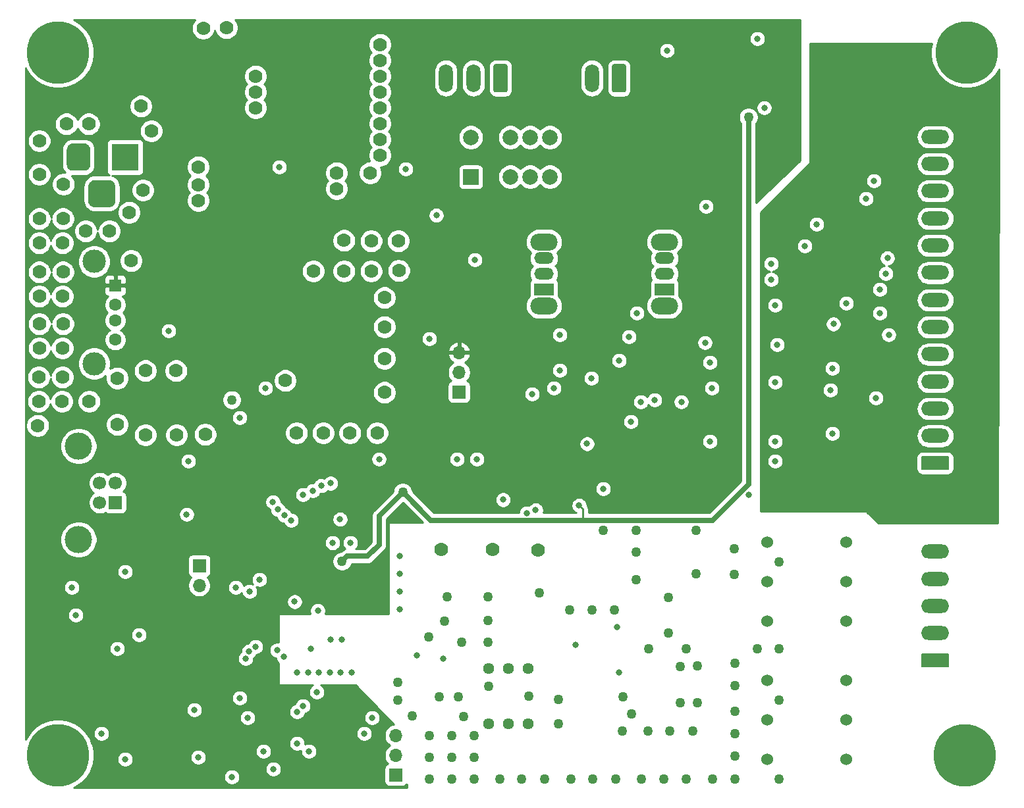
<source format=gbr>
G04 #@! TF.GenerationSoftware,KiCad,Pcbnew,(5.1.5-0-10_14)*
G04 #@! TF.CreationDate,2020-11-15T00:29:35-05:00*
G04 #@! TF.ProjectId,quantar-interface,7175616e-7461-4722-9d69-6e7465726661,rev?*
G04 #@! TF.SameCoordinates,Original*
G04 #@! TF.FileFunction,Copper,L2,Inr*
G04 #@! TF.FilePolarity,Positive*
%FSLAX46Y46*%
G04 Gerber Fmt 4.6, Leading zero omitted, Abs format (unit mm)*
G04 Created by KiCad (PCBNEW (5.1.5-0-10_14)) date 2020-11-15 00:29:35*
%MOMM*%
%LPD*%
G04 APERTURE LIST*
%ADD10C,1.440000*%
%ADD11C,1.524000*%
%ADD12R,3.500000X3.500000*%
%ADD13C,0.100000*%
%ADD14C,3.000000*%
%ADD15R,1.600000X1.600000*%
%ADD16C,1.600000*%
%ADD17R,1.700000X1.700000*%
%ADD18C,1.700000*%
%ADD19C,3.500000*%
%ADD20O,1.700000X1.700000*%
%ADD21O,3.600000X1.800000*%
%ADD22O,1.800000X3.600000*%
%ADD23C,2.000000*%
%ADD24R,2.000000X2.000000*%
%ADD25R,2.500000X1.500000*%
%ADD26O,2.500000X1.500000*%
%ADD27O,3.500000X2.200000*%
%ADD28C,0.900000*%
%ADD29C,8.000000*%
%ADD30C,1.778000*%
%ADD31C,0.800000*%
%ADD32C,1.270000*%
%ADD33C,0.635000*%
%ADD34C,0.250000*%
%ADD35C,0.254000*%
G04 APERTURE END LIST*
D10*
X136906000Y-135636000D03*
X139446000Y-135636000D03*
X141986000Y-135636000D03*
X141986000Y-142748000D03*
X139446000Y-142748000D03*
X136906000Y-142748000D03*
D11*
X182880000Y-147320000D03*
X182880000Y-142240000D03*
X182880000Y-137160000D03*
X172720000Y-147320000D03*
X172720000Y-142240000D03*
X172720000Y-137160000D03*
D12*
X90170000Y-69850000D03*
G04 #@! TA.AperFunction,ViaPad*
D13*
G36*
X84993513Y-68103611D02*
G01*
X85066318Y-68114411D01*
X85137714Y-68132295D01*
X85207013Y-68157090D01*
X85273548Y-68188559D01*
X85336678Y-68226398D01*
X85395795Y-68270242D01*
X85450330Y-68319670D01*
X85499758Y-68374205D01*
X85543602Y-68433322D01*
X85581441Y-68496452D01*
X85612910Y-68562987D01*
X85637705Y-68632286D01*
X85655589Y-68703682D01*
X85666389Y-68776487D01*
X85670000Y-68850000D01*
X85670000Y-70850000D01*
X85666389Y-70923513D01*
X85655589Y-70996318D01*
X85637705Y-71067714D01*
X85612910Y-71137013D01*
X85581441Y-71203548D01*
X85543602Y-71266678D01*
X85499758Y-71325795D01*
X85450330Y-71380330D01*
X85395795Y-71429758D01*
X85336678Y-71473602D01*
X85273548Y-71511441D01*
X85207013Y-71542910D01*
X85137714Y-71567705D01*
X85066318Y-71585589D01*
X84993513Y-71596389D01*
X84920000Y-71600000D01*
X83420000Y-71600000D01*
X83346487Y-71596389D01*
X83273682Y-71585589D01*
X83202286Y-71567705D01*
X83132987Y-71542910D01*
X83066452Y-71511441D01*
X83003322Y-71473602D01*
X82944205Y-71429758D01*
X82889670Y-71380330D01*
X82840242Y-71325795D01*
X82796398Y-71266678D01*
X82758559Y-71203548D01*
X82727090Y-71137013D01*
X82702295Y-71067714D01*
X82684411Y-70996318D01*
X82673611Y-70923513D01*
X82670000Y-70850000D01*
X82670000Y-68850000D01*
X82673611Y-68776487D01*
X82684411Y-68703682D01*
X82702295Y-68632286D01*
X82727090Y-68562987D01*
X82758559Y-68496452D01*
X82796398Y-68433322D01*
X82840242Y-68374205D01*
X82889670Y-68319670D01*
X82944205Y-68270242D01*
X83003322Y-68226398D01*
X83066452Y-68188559D01*
X83132987Y-68157090D01*
X83202286Y-68132295D01*
X83273682Y-68114411D01*
X83346487Y-68103611D01*
X83420000Y-68100000D01*
X84920000Y-68100000D01*
X84993513Y-68103611D01*
G37*
G04 #@! TD.AperFunction*
G04 #@! TA.AperFunction,ViaPad*
G36*
X88130765Y-72804213D02*
G01*
X88215704Y-72816813D01*
X88298999Y-72837677D01*
X88379848Y-72866605D01*
X88457472Y-72903319D01*
X88531124Y-72947464D01*
X88600094Y-72998616D01*
X88663718Y-73056282D01*
X88721384Y-73119906D01*
X88772536Y-73188876D01*
X88816681Y-73262528D01*
X88853395Y-73340152D01*
X88882323Y-73421001D01*
X88903187Y-73504296D01*
X88915787Y-73589235D01*
X88920000Y-73675000D01*
X88920000Y-75425000D01*
X88915787Y-75510765D01*
X88903187Y-75595704D01*
X88882323Y-75678999D01*
X88853395Y-75759848D01*
X88816681Y-75837472D01*
X88772536Y-75911124D01*
X88721384Y-75980094D01*
X88663718Y-76043718D01*
X88600094Y-76101384D01*
X88531124Y-76152536D01*
X88457472Y-76196681D01*
X88379848Y-76233395D01*
X88298999Y-76262323D01*
X88215704Y-76283187D01*
X88130765Y-76295787D01*
X88045000Y-76300000D01*
X86295000Y-76300000D01*
X86209235Y-76295787D01*
X86124296Y-76283187D01*
X86041001Y-76262323D01*
X85960152Y-76233395D01*
X85882528Y-76196681D01*
X85808876Y-76152536D01*
X85739906Y-76101384D01*
X85676282Y-76043718D01*
X85618616Y-75980094D01*
X85567464Y-75911124D01*
X85523319Y-75837472D01*
X85486605Y-75759848D01*
X85457677Y-75678999D01*
X85436813Y-75595704D01*
X85424213Y-75510765D01*
X85420000Y-75425000D01*
X85420000Y-73675000D01*
X85424213Y-73589235D01*
X85436813Y-73504296D01*
X85457677Y-73421001D01*
X85486605Y-73340152D01*
X85523319Y-73262528D01*
X85567464Y-73188876D01*
X85618616Y-73119906D01*
X85676282Y-73056282D01*
X85739906Y-72998616D01*
X85808876Y-72947464D01*
X85882528Y-72903319D01*
X85960152Y-72866605D01*
X86041001Y-72837677D01*
X86124296Y-72816813D01*
X86209235Y-72804213D01*
X86295000Y-72800000D01*
X88045000Y-72800000D01*
X88130765Y-72804213D01*
G37*
G04 #@! TD.AperFunction*
D14*
X86190000Y-96430000D03*
X86190000Y-83290000D03*
D15*
X88900000Y-86360000D03*
D16*
X88900000Y-88860000D03*
X88900000Y-90860000D03*
X88900000Y-93360000D03*
D17*
X88900000Y-114300000D03*
D18*
X88900000Y-111800000D03*
X86900000Y-111800000D03*
X86900000Y-114300000D03*
D19*
X84190000Y-119070000D03*
X84190000Y-107030000D03*
D17*
X124968000Y-149352000D03*
D20*
X124968000Y-146812000D03*
X124968000Y-144272000D03*
G04 #@! TA.AperFunction,ViaPad*
D13*
G36*
X195884504Y-133721204D02*
G01*
X195908773Y-133724804D01*
X195932571Y-133730765D01*
X195955671Y-133739030D01*
X195977849Y-133749520D01*
X195998893Y-133762133D01*
X196018598Y-133776747D01*
X196036777Y-133793223D01*
X196053253Y-133811402D01*
X196067867Y-133831107D01*
X196080480Y-133852151D01*
X196090970Y-133874329D01*
X196099235Y-133897429D01*
X196105196Y-133921227D01*
X196108796Y-133945496D01*
X196110000Y-133970000D01*
X196110000Y-135270000D01*
X196108796Y-135294504D01*
X196105196Y-135318773D01*
X196099235Y-135342571D01*
X196090970Y-135365671D01*
X196080480Y-135387849D01*
X196067867Y-135408893D01*
X196053253Y-135428598D01*
X196036777Y-135446777D01*
X196018598Y-135463253D01*
X195998893Y-135477867D01*
X195977849Y-135490480D01*
X195955671Y-135500970D01*
X195932571Y-135509235D01*
X195908773Y-135515196D01*
X195884504Y-135518796D01*
X195860000Y-135520000D01*
X192760000Y-135520000D01*
X192735496Y-135518796D01*
X192711227Y-135515196D01*
X192687429Y-135509235D01*
X192664329Y-135500970D01*
X192642151Y-135490480D01*
X192621107Y-135477867D01*
X192601402Y-135463253D01*
X192583223Y-135446777D01*
X192566747Y-135428598D01*
X192552133Y-135408893D01*
X192539520Y-135387849D01*
X192529030Y-135365671D01*
X192520765Y-135342571D01*
X192514804Y-135318773D01*
X192511204Y-135294504D01*
X192510000Y-135270000D01*
X192510000Y-133970000D01*
X192511204Y-133945496D01*
X192514804Y-133921227D01*
X192520765Y-133897429D01*
X192529030Y-133874329D01*
X192539520Y-133852151D01*
X192552133Y-133831107D01*
X192566747Y-133811402D01*
X192583223Y-133793223D01*
X192601402Y-133776747D01*
X192621107Y-133762133D01*
X192642151Y-133749520D01*
X192664329Y-133739030D01*
X192687429Y-133730765D01*
X192711227Y-133724804D01*
X192735496Y-133721204D01*
X192760000Y-133720000D01*
X195860000Y-133720000D01*
X195884504Y-133721204D01*
G37*
G04 #@! TD.AperFunction*
D21*
X194310000Y-131120000D03*
X194310000Y-127620000D03*
X194310000Y-124120000D03*
X194310000Y-120620000D03*
G04 #@! TA.AperFunction,ViaPad*
D13*
G36*
X139104504Y-57891204D02*
G01*
X139128773Y-57894804D01*
X139152571Y-57900765D01*
X139175671Y-57909030D01*
X139197849Y-57919520D01*
X139218893Y-57932133D01*
X139238598Y-57946747D01*
X139256777Y-57963223D01*
X139273253Y-57981402D01*
X139287867Y-58001107D01*
X139300480Y-58022151D01*
X139310970Y-58044329D01*
X139319235Y-58067429D01*
X139325196Y-58091227D01*
X139328796Y-58115496D01*
X139330000Y-58140000D01*
X139330000Y-61240000D01*
X139328796Y-61264504D01*
X139325196Y-61288773D01*
X139319235Y-61312571D01*
X139310970Y-61335671D01*
X139300480Y-61357849D01*
X139287867Y-61378893D01*
X139273253Y-61398598D01*
X139256777Y-61416777D01*
X139238598Y-61433253D01*
X139218893Y-61447867D01*
X139197849Y-61460480D01*
X139175671Y-61470970D01*
X139152571Y-61479235D01*
X139128773Y-61485196D01*
X139104504Y-61488796D01*
X139080000Y-61490000D01*
X137780000Y-61490000D01*
X137755496Y-61488796D01*
X137731227Y-61485196D01*
X137707429Y-61479235D01*
X137684329Y-61470970D01*
X137662151Y-61460480D01*
X137641107Y-61447867D01*
X137621402Y-61433253D01*
X137603223Y-61416777D01*
X137586747Y-61398598D01*
X137572133Y-61378893D01*
X137559520Y-61357849D01*
X137549030Y-61335671D01*
X137540765Y-61312571D01*
X137534804Y-61288773D01*
X137531204Y-61264504D01*
X137530000Y-61240000D01*
X137530000Y-58140000D01*
X137531204Y-58115496D01*
X137534804Y-58091227D01*
X137540765Y-58067429D01*
X137549030Y-58044329D01*
X137559520Y-58022151D01*
X137572133Y-58001107D01*
X137586747Y-57981402D01*
X137603223Y-57963223D01*
X137621402Y-57946747D01*
X137641107Y-57932133D01*
X137662151Y-57919520D01*
X137684329Y-57909030D01*
X137707429Y-57900765D01*
X137731227Y-57894804D01*
X137755496Y-57891204D01*
X137780000Y-57890000D01*
X139080000Y-57890000D01*
X139104504Y-57891204D01*
G37*
G04 #@! TD.AperFunction*
D22*
X134930000Y-59690000D03*
X131430000Y-59690000D03*
G04 #@! TA.AperFunction,ViaPad*
D13*
G36*
X154344504Y-57891204D02*
G01*
X154368773Y-57894804D01*
X154392571Y-57900765D01*
X154415671Y-57909030D01*
X154437849Y-57919520D01*
X154458893Y-57932133D01*
X154478598Y-57946747D01*
X154496777Y-57963223D01*
X154513253Y-57981402D01*
X154527867Y-58001107D01*
X154540480Y-58022151D01*
X154550970Y-58044329D01*
X154559235Y-58067429D01*
X154565196Y-58091227D01*
X154568796Y-58115496D01*
X154570000Y-58140000D01*
X154570000Y-61240000D01*
X154568796Y-61264504D01*
X154565196Y-61288773D01*
X154559235Y-61312571D01*
X154550970Y-61335671D01*
X154540480Y-61357849D01*
X154527867Y-61378893D01*
X154513253Y-61398598D01*
X154496777Y-61416777D01*
X154478598Y-61433253D01*
X154458893Y-61447867D01*
X154437849Y-61460480D01*
X154415671Y-61470970D01*
X154392571Y-61479235D01*
X154368773Y-61485196D01*
X154344504Y-61488796D01*
X154320000Y-61490000D01*
X153020000Y-61490000D01*
X152995496Y-61488796D01*
X152971227Y-61485196D01*
X152947429Y-61479235D01*
X152924329Y-61470970D01*
X152902151Y-61460480D01*
X152881107Y-61447867D01*
X152861402Y-61433253D01*
X152843223Y-61416777D01*
X152826747Y-61398598D01*
X152812133Y-61378893D01*
X152799520Y-61357849D01*
X152789030Y-61335671D01*
X152780765Y-61312571D01*
X152774804Y-61288773D01*
X152771204Y-61264504D01*
X152770000Y-61240000D01*
X152770000Y-58140000D01*
X152771204Y-58115496D01*
X152774804Y-58091227D01*
X152780765Y-58067429D01*
X152789030Y-58044329D01*
X152799520Y-58022151D01*
X152812133Y-58001107D01*
X152826747Y-57981402D01*
X152843223Y-57963223D01*
X152861402Y-57946747D01*
X152881107Y-57932133D01*
X152902151Y-57919520D01*
X152924329Y-57909030D01*
X152947429Y-57900765D01*
X152971227Y-57894804D01*
X152995496Y-57891204D01*
X153020000Y-57890000D01*
X154320000Y-57890000D01*
X154344504Y-57891204D01*
G37*
G04 #@! TD.AperFunction*
D22*
X150170000Y-59690000D03*
G04 #@! TA.AperFunction,ViaPad*
D13*
G36*
X195884504Y-108321204D02*
G01*
X195908773Y-108324804D01*
X195932571Y-108330765D01*
X195955671Y-108339030D01*
X195977849Y-108349520D01*
X195998893Y-108362133D01*
X196018598Y-108376747D01*
X196036777Y-108393223D01*
X196053253Y-108411402D01*
X196067867Y-108431107D01*
X196080480Y-108452151D01*
X196090970Y-108474329D01*
X196099235Y-108497429D01*
X196105196Y-108521227D01*
X196108796Y-108545496D01*
X196110000Y-108570000D01*
X196110000Y-109870000D01*
X196108796Y-109894504D01*
X196105196Y-109918773D01*
X196099235Y-109942571D01*
X196090970Y-109965671D01*
X196080480Y-109987849D01*
X196067867Y-110008893D01*
X196053253Y-110028598D01*
X196036777Y-110046777D01*
X196018598Y-110063253D01*
X195998893Y-110077867D01*
X195977849Y-110090480D01*
X195955671Y-110100970D01*
X195932571Y-110109235D01*
X195908773Y-110115196D01*
X195884504Y-110118796D01*
X195860000Y-110120000D01*
X192760000Y-110120000D01*
X192735496Y-110118796D01*
X192711227Y-110115196D01*
X192687429Y-110109235D01*
X192664329Y-110100970D01*
X192642151Y-110090480D01*
X192621107Y-110077867D01*
X192601402Y-110063253D01*
X192583223Y-110046777D01*
X192566747Y-110028598D01*
X192552133Y-110008893D01*
X192539520Y-109987849D01*
X192529030Y-109965671D01*
X192520765Y-109942571D01*
X192514804Y-109918773D01*
X192511204Y-109894504D01*
X192510000Y-109870000D01*
X192510000Y-108570000D01*
X192511204Y-108545496D01*
X192514804Y-108521227D01*
X192520765Y-108497429D01*
X192529030Y-108474329D01*
X192539520Y-108452151D01*
X192552133Y-108431107D01*
X192566747Y-108411402D01*
X192583223Y-108393223D01*
X192601402Y-108376747D01*
X192621107Y-108362133D01*
X192642151Y-108349520D01*
X192664329Y-108339030D01*
X192687429Y-108330765D01*
X192711227Y-108324804D01*
X192735496Y-108321204D01*
X192760000Y-108320000D01*
X195860000Y-108320000D01*
X195884504Y-108321204D01*
G37*
G04 #@! TD.AperFunction*
D21*
X194310000Y-105720000D03*
X194310000Y-102220000D03*
X194310000Y-98720000D03*
X194310000Y-95220000D03*
X194310000Y-91720000D03*
X194310000Y-88220000D03*
X194310000Y-84720000D03*
X194310000Y-81220000D03*
X194310000Y-77720000D03*
X194310000Y-74220000D03*
X194310000Y-70720000D03*
X194310000Y-67220000D03*
D20*
X133096000Y-94996000D03*
X133096000Y-97536000D03*
D17*
X133096000Y-100076000D03*
D23*
X142240000Y-67310000D03*
X142240000Y-72390000D03*
X134620000Y-67310000D03*
X139700000Y-67310000D03*
D24*
X134620000Y-72390000D03*
D23*
X139700000Y-72390000D03*
X144780000Y-67310000D03*
X144780000Y-72390000D03*
D25*
X159512000Y-86868000D03*
D26*
X159512000Y-84868000D03*
X159512000Y-82868000D03*
D27*
X159512000Y-88968000D03*
X159512000Y-80768000D03*
X144018000Y-80768000D03*
X144018000Y-88968000D03*
D26*
X144018000Y-82868000D03*
X144018000Y-84868000D03*
D25*
X144018000Y-86868000D03*
D11*
X172720000Y-119380000D03*
X172720000Y-124460000D03*
X172720000Y-129540000D03*
X182880000Y-119380000D03*
X182880000Y-124460000D03*
X182880000Y-129540000D03*
D17*
X99695000Y-122428000D03*
D20*
X99695000Y-124968000D03*
D28*
X83655320Y-54266680D03*
X81534000Y-53388000D03*
X79412680Y-54266680D03*
X78534000Y-56388000D03*
X79412680Y-58509320D03*
X81534000Y-59388000D03*
X83655320Y-58509320D03*
X84534000Y-56388000D03*
D29*
X81534000Y-56388000D03*
X198374000Y-56388000D03*
D28*
X201374000Y-56388000D03*
X200495320Y-58509320D03*
X198374000Y-59388000D03*
X196252680Y-58509320D03*
X195374000Y-56388000D03*
X196252680Y-54266680D03*
X198374000Y-53388000D03*
X200495320Y-54266680D03*
X200241320Y-144690680D03*
X198120000Y-143812000D03*
X195998680Y-144690680D03*
X195120000Y-146812000D03*
X195998680Y-148933320D03*
X198120000Y-149812000D03*
X200241320Y-148933320D03*
X201120000Y-146812000D03*
D29*
X198120000Y-146812000D03*
X81534000Y-146812000D03*
D28*
X84534000Y-146812000D03*
X83655320Y-148933320D03*
X81534000Y-149812000D03*
X79412680Y-148933320D03*
X78534000Y-146812000D03*
X79412680Y-144690680D03*
X81534000Y-143812000D03*
X83655320Y-144690680D03*
D30*
X86614000Y-86677500D03*
X86677500Y-91694000D03*
X91376500Y-88011000D03*
X91313000Y-92519500D03*
X93472000Y-90297000D03*
X97663000Y-89725500D03*
X99568000Y-87693500D03*
X94043500Y-93535500D03*
X99504500Y-91694000D03*
D31*
X165036500Y-78994000D03*
D32*
X119316500Y-124396500D03*
X119888000Y-126301500D03*
X119824500Y-127825500D03*
X121475500Y-126301500D03*
X121475500Y-127825500D03*
X123063000Y-126301500D03*
X123063000Y-127889000D03*
D31*
X109093000Y-142494000D03*
X78994000Y-130048000D03*
X78994000Y-129032000D03*
X78994000Y-128016000D03*
D32*
X93726000Y-118808500D03*
D31*
X116078000Y-149098000D03*
X165862000Y-68834000D03*
D30*
X106934000Y-61468000D03*
X106934000Y-63500000D03*
X106934000Y-59436000D03*
X117348000Y-71882000D03*
X121666000Y-71882000D03*
X122936000Y-55372000D03*
X122936000Y-57404000D03*
X122936000Y-59436000D03*
X122936000Y-61468000D03*
X122936000Y-63500000D03*
X122936000Y-65532000D03*
X122936000Y-67564000D03*
X122936000Y-69596000D03*
X99568000Y-75438000D03*
X99568000Y-73406000D03*
X99568000Y-71120000D03*
D31*
X95758000Y-92202000D03*
D32*
X103886000Y-101092000D03*
D30*
X117348000Y-73914000D03*
D31*
X104902000Y-139446000D03*
X87122000Y-144018000D03*
X89154000Y-133096000D03*
X83312000Y-125222000D03*
X83820000Y-128778000D03*
X90170000Y-123190000D03*
X109220000Y-148590000D03*
X103886000Y-149606000D03*
X99568000Y-147066000D03*
X90170000Y-147320000D03*
X121920000Y-141986000D03*
X120904000Y-144018000D03*
X105918000Y-141986000D03*
X91948000Y-131318000D03*
X99060000Y-140970000D03*
X98080990Y-115824000D03*
X172339000Y-63500000D03*
X171450000Y-54610000D03*
X164846000Y-76200000D03*
X165354000Y-96266000D03*
X165354000Y-106426000D03*
X155194000Y-103886000D03*
X165608000Y-99568000D03*
X158242000Y-101092000D03*
X153670000Y-96012000D03*
X146050000Y-92710000D03*
X135128000Y-83058000D03*
X146050000Y-97282000D03*
X151638000Y-112522000D03*
X135382000Y-108712000D03*
X132842000Y-108712000D03*
X129286000Y-93218000D03*
D30*
X103187500Y-53213000D03*
X100203000Y-53276500D03*
X79121000Y-80899000D03*
X82105500Y-80899000D03*
X79121000Y-77787500D03*
X82169000Y-77787500D03*
X85090000Y-79375000D03*
X88138000Y-79375000D03*
X90678000Y-76962000D03*
X79121000Y-72072500D03*
X79121000Y-67754500D03*
X82232500Y-73342500D03*
X92202000Y-63309500D03*
X93535500Y-66484500D03*
X82613500Y-65595500D03*
X85471000Y-65595500D03*
X90932000Y-83185000D03*
X92456000Y-74104500D03*
D31*
X107451435Y-124206000D03*
X98298000Y-108966000D03*
D30*
X79121000Y-87757000D03*
X82105500Y-87757000D03*
X79121000Y-84645500D03*
X82169000Y-84645500D03*
X79121000Y-91313000D03*
X82105500Y-94424500D03*
X82169000Y-91313000D03*
X79121000Y-94424500D03*
X82042000Y-101282500D03*
X79057500Y-98171000D03*
X79057500Y-101282500D03*
X82105500Y-98171000D03*
X78930500Y-104394000D03*
X85534500Y-101282500D03*
X92773500Y-97345500D03*
X89154000Y-98298000D03*
X89154000Y-104267000D03*
X96710500Y-97345500D03*
X92773500Y-105600500D03*
X96774000Y-105600500D03*
X100457000Y-105537000D03*
X123507500Y-100139500D03*
X123507500Y-95758000D03*
X123507500Y-91694000D03*
X123507500Y-87947500D03*
X125349000Y-84455000D03*
X125285500Y-80645000D03*
X121793000Y-80645000D03*
X121793000Y-84518500D03*
X118300500Y-80581500D03*
X118300500Y-84518500D03*
X114363500Y-84518500D03*
X110744000Y-98615500D03*
D31*
X114935000Y-128206500D03*
X119126000Y-119474000D03*
X116840000Y-119474000D03*
X114808000Y-138684000D03*
D30*
X143256000Y-120396000D03*
X137414000Y-120374000D03*
D31*
X117983000Y-131953000D03*
D32*
X125222000Y-137414000D03*
X125222000Y-139700000D03*
X127063500Y-141795500D03*
X130556000Y-139319000D03*
X133032500Y-139319000D03*
X133667500Y-141859000D03*
X129286000Y-144272000D03*
X129286000Y-147129500D03*
X129286000Y-149923500D03*
X132143500Y-144272000D03*
X132143500Y-149923500D03*
X132143500Y-147129500D03*
X135064500Y-149923500D03*
X135064500Y-147129500D03*
X135064500Y-144272000D03*
X129159000Y-131572000D03*
X131191000Y-129540000D03*
X133413500Y-132270500D03*
X136842500Y-132270500D03*
X136842500Y-129476500D03*
X136842500Y-126428500D03*
X143383000Y-125920500D03*
X142049500Y-139255500D03*
X145859500Y-139636500D03*
X145859500Y-142811500D03*
X161544000Y-135382000D03*
X163703000Y-135318500D03*
X161544000Y-140081000D03*
X163703000Y-140081000D03*
X154178000Y-139319000D03*
X155257500Y-141478000D03*
X154114500Y-143700500D03*
X141160500Y-149923500D03*
X138303000Y-149923500D03*
X144081500Y-149923500D03*
X153225500Y-149923500D03*
X147447000Y-149923500D03*
X150304500Y-149923500D03*
X159385000Y-149923500D03*
X162306000Y-149923500D03*
X156527500Y-149923500D03*
X168529000Y-149923500D03*
X165671500Y-149923500D03*
X168529000Y-135001000D03*
X168529000Y-144081500D03*
X168529000Y-141160500D03*
X168529000Y-146939000D03*
X168529000Y-137858500D03*
X163131500Y-143700500D03*
X157353000Y-143700500D03*
X160210500Y-143700500D03*
X153098500Y-128143000D03*
X147320000Y-128143000D03*
X150177500Y-128143000D03*
X168465500Y-120269000D03*
X168465500Y-123571000D03*
X163576000Y-123507500D03*
X155829000Y-124269500D03*
X155829000Y-120713500D03*
X171450000Y-133096000D03*
X174244000Y-133096000D03*
X174244000Y-139700000D03*
X174244000Y-149860000D03*
X174244000Y-121920000D03*
X131572000Y-126428500D03*
D31*
X125476000Y-125730000D03*
X125476000Y-128016000D03*
X125476000Y-123444000D03*
X125476000Y-121158000D03*
X112268000Y-136144000D03*
D32*
X157480000Y-133096000D03*
X162306000Y-133096000D03*
X160020000Y-131064000D03*
X160020000Y-126492000D03*
D31*
X116586000Y-131953000D03*
D30*
X112204500Y-105346500D03*
X115633500Y-105346500D03*
X119062500Y-105346500D03*
X122555000Y-105346500D03*
D31*
X113665000Y-136144000D03*
X115062000Y-136144000D03*
X116459000Y-136144000D03*
X117856000Y-136144000D03*
X119253000Y-136144000D03*
X131064000Y-134366000D03*
X127635000Y-133985000D03*
D32*
X136906000Y-137922000D03*
D30*
X130810000Y-120374000D03*
D32*
X151638000Y-117856000D03*
X155829000Y-117856000D03*
X163576000Y-117856000D03*
D31*
X114046000Y-133096000D03*
X126238000Y-71374000D03*
X109982000Y-71120000D03*
D32*
X118046500Y-121856500D03*
X125857000Y-112966500D03*
X170307000Y-64706500D03*
D31*
X148526500Y-114681000D03*
X122809000Y-108712000D03*
X112268000Y-145288000D03*
X104394000Y-125222000D03*
X138764795Y-113939457D03*
X109156500Y-114236500D03*
X142952278Y-115266278D03*
X179070000Y-78486000D03*
X186436000Y-72898000D03*
X173736000Y-88900000D03*
X181102000Y-97028000D03*
X185420000Y-75184000D03*
X173736000Y-98806000D03*
X180848000Y-99822000D03*
X173736000Y-108966000D03*
X181233660Y-91317660D03*
X181102000Y-105410000D03*
X188177010Y-82840990D03*
X177546000Y-81280000D03*
X178308000Y-94742000D03*
X185166000Y-59182000D03*
X180340000Y-68580000D03*
X180340000Y-71374000D03*
X187960000Y-78994000D03*
D32*
X181610000Y-111760000D03*
X183134000Y-111760000D03*
X184658000Y-111760000D03*
X186182000Y-111760000D03*
D31*
X173482000Y-111760000D03*
X175768000Y-101346000D03*
X107950000Y-146304000D03*
X110553500Y-134175500D03*
X116586000Y-111823500D03*
X130175000Y-77343000D03*
X159829500Y-56134000D03*
X114300000Y-112776000D03*
X105664000Y-134366000D03*
X111950500Y-127063500D03*
X117792500Y-116459000D03*
X149542500Y-106743500D03*
X141809278Y-115668490D03*
X112268000Y-141224000D03*
X113030000Y-140462000D03*
X150114000Y-98298000D03*
X173228000Y-83566000D03*
X173228000Y-85598000D03*
X187198000Y-89916000D03*
X186690000Y-100838000D03*
X187198000Y-86868000D03*
X188341000Y-92710000D03*
X155956000Y-89916000D03*
X154940000Y-92964000D03*
X113792000Y-146304000D03*
X113030000Y-113284000D03*
X115379500Y-112141000D03*
X109701490Y-133310618D03*
X145288000Y-99568000D03*
X106172000Y-125730000D03*
X142494000Y-100330000D03*
X109791500Y-115189000D03*
X153416000Y-130302000D03*
X153670000Y-136144000D03*
X108204000Y-99568000D03*
X104902000Y-103378000D03*
X106086231Y-133459499D03*
X111506000Y-116586000D03*
X156464000Y-101346000D03*
X106934000Y-132842000D03*
X110617000Y-115951000D03*
X164719000Y-93726000D03*
X182880000Y-88646000D03*
X170307000Y-113284000D03*
X173736000Y-106426000D03*
X173990000Y-93980000D03*
X187960000Y-84836000D03*
X161671000Y-101346000D03*
X148082000Y-132588000D03*
D33*
X118681499Y-121221501D02*
X121348499Y-121221501D01*
X118046500Y-121856500D02*
X118681499Y-121221501D01*
X121348499Y-121221501D02*
X122809000Y-119761000D01*
X122809000Y-116014500D02*
X125857000Y-112966500D01*
X122809000Y-119761000D02*
X122809000Y-116014500D01*
X125857000Y-112966500D02*
X129476500Y-116586000D01*
D34*
X148971000Y-116586000D02*
X148971000Y-115125500D01*
X148971000Y-115125500D02*
X148526500Y-114681000D01*
D33*
X129476500Y-116586000D02*
X148971000Y-116586000D01*
X165647098Y-116586000D02*
X170307000Y-111926098D01*
X148971000Y-116586000D02*
X165647098Y-116586000D01*
X170307000Y-111926098D02*
X170307000Y-65604525D01*
X170307000Y-65604525D02*
X170307000Y-64706500D01*
D35*
G36*
X193739000Y-55931492D02*
G01*
X193739000Y-56844508D01*
X193917120Y-57739980D01*
X194266516Y-58583496D01*
X194773760Y-59342640D01*
X195419360Y-59988240D01*
X196178504Y-60495484D01*
X197022020Y-60844880D01*
X197917492Y-61023000D01*
X198830508Y-61023000D01*
X199725980Y-60844880D01*
X200569496Y-60495484D01*
X201328640Y-59988240D01*
X201974240Y-59342640D01*
X202481484Y-58583496D01*
X202515000Y-58502581D01*
X202515000Y-67317610D01*
X202311519Y-116967000D01*
X186996606Y-116967000D01*
X185509803Y-115480197D01*
X185490557Y-115464403D01*
X185468601Y-115452667D01*
X185444776Y-115445440D01*
X185420000Y-115443000D01*
X171831000Y-115443000D01*
X171831000Y-108864061D01*
X172701000Y-108864061D01*
X172701000Y-109067939D01*
X172740774Y-109267898D01*
X172818795Y-109456256D01*
X172932063Y-109625774D01*
X173076226Y-109769937D01*
X173245744Y-109883205D01*
X173434102Y-109961226D01*
X173634061Y-110001000D01*
X173837939Y-110001000D01*
X174037898Y-109961226D01*
X174226256Y-109883205D01*
X174395774Y-109769937D01*
X174539937Y-109625774D01*
X174653205Y-109456256D01*
X174731226Y-109267898D01*
X174771000Y-109067939D01*
X174771000Y-108864061D01*
X174731226Y-108664102D01*
X174692248Y-108570000D01*
X191871928Y-108570000D01*
X191871928Y-109870000D01*
X191888992Y-110043254D01*
X191939528Y-110209850D01*
X192021595Y-110363386D01*
X192132038Y-110497962D01*
X192266614Y-110608405D01*
X192420150Y-110690472D01*
X192586746Y-110741008D01*
X192760000Y-110758072D01*
X195860000Y-110758072D01*
X196033254Y-110741008D01*
X196199850Y-110690472D01*
X196353386Y-110608405D01*
X196487962Y-110497962D01*
X196598405Y-110363386D01*
X196680472Y-110209850D01*
X196731008Y-110043254D01*
X196748072Y-109870000D01*
X196748072Y-108570000D01*
X196731008Y-108396746D01*
X196680472Y-108230150D01*
X196598405Y-108076614D01*
X196487962Y-107942038D01*
X196353386Y-107831595D01*
X196199850Y-107749528D01*
X196033254Y-107698992D01*
X195860000Y-107681928D01*
X192760000Y-107681928D01*
X192586746Y-107698992D01*
X192420150Y-107749528D01*
X192266614Y-107831595D01*
X192132038Y-107942038D01*
X192021595Y-108076614D01*
X191939528Y-108230150D01*
X191888992Y-108396746D01*
X191871928Y-108570000D01*
X174692248Y-108570000D01*
X174653205Y-108475744D01*
X174539937Y-108306226D01*
X174395774Y-108162063D01*
X174226256Y-108048795D01*
X174037898Y-107970774D01*
X173837939Y-107931000D01*
X173634061Y-107931000D01*
X173434102Y-107970774D01*
X173245744Y-108048795D01*
X173076226Y-108162063D01*
X172932063Y-108306226D01*
X172818795Y-108475744D01*
X172740774Y-108664102D01*
X172701000Y-108864061D01*
X171831000Y-108864061D01*
X171831000Y-106324061D01*
X172701000Y-106324061D01*
X172701000Y-106527939D01*
X172740774Y-106727898D01*
X172818795Y-106916256D01*
X172932063Y-107085774D01*
X173076226Y-107229937D01*
X173245744Y-107343205D01*
X173434102Y-107421226D01*
X173634061Y-107461000D01*
X173837939Y-107461000D01*
X174037898Y-107421226D01*
X174226256Y-107343205D01*
X174395774Y-107229937D01*
X174539937Y-107085774D01*
X174653205Y-106916256D01*
X174731226Y-106727898D01*
X174771000Y-106527939D01*
X174771000Y-106324061D01*
X174731226Y-106124102D01*
X174653205Y-105935744D01*
X174539937Y-105766226D01*
X174395774Y-105622063D01*
X174226256Y-105508795D01*
X174037898Y-105430774D01*
X173837939Y-105391000D01*
X173634061Y-105391000D01*
X173434102Y-105430774D01*
X173245744Y-105508795D01*
X173076226Y-105622063D01*
X172932063Y-105766226D01*
X172818795Y-105935744D01*
X172740774Y-106124102D01*
X172701000Y-106324061D01*
X171831000Y-106324061D01*
X171831000Y-105308061D01*
X180067000Y-105308061D01*
X180067000Y-105511939D01*
X180106774Y-105711898D01*
X180184795Y-105900256D01*
X180298063Y-106069774D01*
X180442226Y-106213937D01*
X180611744Y-106327205D01*
X180800102Y-106405226D01*
X181000061Y-106445000D01*
X181203939Y-106445000D01*
X181403898Y-106405226D01*
X181592256Y-106327205D01*
X181761774Y-106213937D01*
X181905937Y-106069774D01*
X182019205Y-105900256D01*
X182093870Y-105720000D01*
X191867573Y-105720000D01*
X191897210Y-106020913D01*
X191984983Y-106310261D01*
X192127519Y-106576927D01*
X192319339Y-106810661D01*
X192553073Y-107002481D01*
X192819739Y-107145017D01*
X193109087Y-107232790D01*
X193334592Y-107255000D01*
X195285408Y-107255000D01*
X195510913Y-107232790D01*
X195800261Y-107145017D01*
X196066927Y-107002481D01*
X196300661Y-106810661D01*
X196492481Y-106576927D01*
X196635017Y-106310261D01*
X196722790Y-106020913D01*
X196752427Y-105720000D01*
X196722790Y-105419087D01*
X196635017Y-105129739D01*
X196492481Y-104863073D01*
X196300661Y-104629339D01*
X196066927Y-104437519D01*
X195800261Y-104294983D01*
X195510913Y-104207210D01*
X195285408Y-104185000D01*
X193334592Y-104185000D01*
X193109087Y-104207210D01*
X192819739Y-104294983D01*
X192553073Y-104437519D01*
X192319339Y-104629339D01*
X192127519Y-104863073D01*
X191984983Y-105129739D01*
X191897210Y-105419087D01*
X191867573Y-105720000D01*
X182093870Y-105720000D01*
X182097226Y-105711898D01*
X182137000Y-105511939D01*
X182137000Y-105308061D01*
X182097226Y-105108102D01*
X182019205Y-104919744D01*
X181905937Y-104750226D01*
X181761774Y-104606063D01*
X181592256Y-104492795D01*
X181403898Y-104414774D01*
X181203939Y-104375000D01*
X181000061Y-104375000D01*
X180800102Y-104414774D01*
X180611744Y-104492795D01*
X180442226Y-104606063D01*
X180298063Y-104750226D01*
X180184795Y-104919744D01*
X180106774Y-105108102D01*
X180067000Y-105308061D01*
X171831000Y-105308061D01*
X171831000Y-102220000D01*
X191867573Y-102220000D01*
X191897210Y-102520913D01*
X191984983Y-102810261D01*
X192127519Y-103076927D01*
X192319339Y-103310661D01*
X192553073Y-103502481D01*
X192819739Y-103645017D01*
X193109087Y-103732790D01*
X193334592Y-103755000D01*
X195285408Y-103755000D01*
X195510913Y-103732790D01*
X195800261Y-103645017D01*
X196066927Y-103502481D01*
X196300661Y-103310661D01*
X196492481Y-103076927D01*
X196635017Y-102810261D01*
X196722790Y-102520913D01*
X196752427Y-102220000D01*
X196722790Y-101919087D01*
X196635017Y-101629739D01*
X196492481Y-101363073D01*
X196300661Y-101129339D01*
X196066927Y-100937519D01*
X195800261Y-100794983D01*
X195510913Y-100707210D01*
X195285408Y-100685000D01*
X193334592Y-100685000D01*
X193109087Y-100707210D01*
X192819739Y-100794983D01*
X192553073Y-100937519D01*
X192319339Y-101129339D01*
X192127519Y-101363073D01*
X191984983Y-101629739D01*
X191897210Y-101919087D01*
X191867573Y-102220000D01*
X171831000Y-102220000D01*
X171831000Y-98704061D01*
X172701000Y-98704061D01*
X172701000Y-98907939D01*
X172740774Y-99107898D01*
X172818795Y-99296256D01*
X172932063Y-99465774D01*
X173076226Y-99609937D01*
X173245744Y-99723205D01*
X173434102Y-99801226D01*
X173634061Y-99841000D01*
X173837939Y-99841000D01*
X174037898Y-99801226D01*
X174226256Y-99723205D01*
X174230961Y-99720061D01*
X179813000Y-99720061D01*
X179813000Y-99923939D01*
X179852774Y-100123898D01*
X179930795Y-100312256D01*
X180044063Y-100481774D01*
X180188226Y-100625937D01*
X180357744Y-100739205D01*
X180546102Y-100817226D01*
X180746061Y-100857000D01*
X180949939Y-100857000D01*
X181149898Y-100817226D01*
X181338256Y-100739205D01*
X181342961Y-100736061D01*
X185655000Y-100736061D01*
X185655000Y-100939939D01*
X185694774Y-101139898D01*
X185772795Y-101328256D01*
X185886063Y-101497774D01*
X186030226Y-101641937D01*
X186199744Y-101755205D01*
X186388102Y-101833226D01*
X186588061Y-101873000D01*
X186791939Y-101873000D01*
X186991898Y-101833226D01*
X187180256Y-101755205D01*
X187349774Y-101641937D01*
X187493937Y-101497774D01*
X187607205Y-101328256D01*
X187685226Y-101139898D01*
X187725000Y-100939939D01*
X187725000Y-100736061D01*
X187685226Y-100536102D01*
X187607205Y-100347744D01*
X187493937Y-100178226D01*
X187349774Y-100034063D01*
X187180256Y-99920795D01*
X186991898Y-99842774D01*
X186791939Y-99803000D01*
X186588061Y-99803000D01*
X186388102Y-99842774D01*
X186199744Y-99920795D01*
X186030226Y-100034063D01*
X185886063Y-100178226D01*
X185772795Y-100347744D01*
X185694774Y-100536102D01*
X185655000Y-100736061D01*
X181342961Y-100736061D01*
X181507774Y-100625937D01*
X181651937Y-100481774D01*
X181765205Y-100312256D01*
X181843226Y-100123898D01*
X181883000Y-99923939D01*
X181883000Y-99720061D01*
X181843226Y-99520102D01*
X181765205Y-99331744D01*
X181651937Y-99162226D01*
X181507774Y-99018063D01*
X181338256Y-98904795D01*
X181149898Y-98826774D01*
X180949939Y-98787000D01*
X180746061Y-98787000D01*
X180546102Y-98826774D01*
X180357744Y-98904795D01*
X180188226Y-99018063D01*
X180044063Y-99162226D01*
X179930795Y-99331744D01*
X179852774Y-99520102D01*
X179813000Y-99720061D01*
X174230961Y-99720061D01*
X174395774Y-99609937D01*
X174539937Y-99465774D01*
X174653205Y-99296256D01*
X174731226Y-99107898D01*
X174771000Y-98907939D01*
X174771000Y-98720000D01*
X191867573Y-98720000D01*
X191897210Y-99020913D01*
X191984983Y-99310261D01*
X192127519Y-99576927D01*
X192319339Y-99810661D01*
X192553073Y-100002481D01*
X192819739Y-100145017D01*
X193109087Y-100232790D01*
X193334592Y-100255000D01*
X195285408Y-100255000D01*
X195510913Y-100232790D01*
X195800261Y-100145017D01*
X196066927Y-100002481D01*
X196300661Y-99810661D01*
X196492481Y-99576927D01*
X196635017Y-99310261D01*
X196722790Y-99020913D01*
X196752427Y-98720000D01*
X196722790Y-98419087D01*
X196635017Y-98129739D01*
X196492481Y-97863073D01*
X196300661Y-97629339D01*
X196066927Y-97437519D01*
X195800261Y-97294983D01*
X195510913Y-97207210D01*
X195285408Y-97185000D01*
X193334592Y-97185000D01*
X193109087Y-97207210D01*
X192819739Y-97294983D01*
X192553073Y-97437519D01*
X192319339Y-97629339D01*
X192127519Y-97863073D01*
X191984983Y-98129739D01*
X191897210Y-98419087D01*
X191867573Y-98720000D01*
X174771000Y-98720000D01*
X174771000Y-98704061D01*
X174731226Y-98504102D01*
X174653205Y-98315744D01*
X174539937Y-98146226D01*
X174395774Y-98002063D01*
X174226256Y-97888795D01*
X174037898Y-97810774D01*
X173837939Y-97771000D01*
X173634061Y-97771000D01*
X173434102Y-97810774D01*
X173245744Y-97888795D01*
X173076226Y-98002063D01*
X172932063Y-98146226D01*
X172818795Y-98315744D01*
X172740774Y-98504102D01*
X172701000Y-98704061D01*
X171831000Y-98704061D01*
X171831000Y-96926061D01*
X180067000Y-96926061D01*
X180067000Y-97129939D01*
X180106774Y-97329898D01*
X180184795Y-97518256D01*
X180298063Y-97687774D01*
X180442226Y-97831937D01*
X180611744Y-97945205D01*
X180800102Y-98023226D01*
X181000061Y-98063000D01*
X181203939Y-98063000D01*
X181403898Y-98023226D01*
X181592256Y-97945205D01*
X181761774Y-97831937D01*
X181905937Y-97687774D01*
X182019205Y-97518256D01*
X182097226Y-97329898D01*
X182137000Y-97129939D01*
X182137000Y-96926061D01*
X182097226Y-96726102D01*
X182019205Y-96537744D01*
X181905937Y-96368226D01*
X181761774Y-96224063D01*
X181592256Y-96110795D01*
X181403898Y-96032774D01*
X181203939Y-95993000D01*
X181000061Y-95993000D01*
X180800102Y-96032774D01*
X180611744Y-96110795D01*
X180442226Y-96224063D01*
X180298063Y-96368226D01*
X180184795Y-96537744D01*
X180106774Y-96726102D01*
X180067000Y-96926061D01*
X171831000Y-96926061D01*
X171831000Y-95220000D01*
X191867573Y-95220000D01*
X191897210Y-95520913D01*
X191984983Y-95810261D01*
X192127519Y-96076927D01*
X192319339Y-96310661D01*
X192553073Y-96502481D01*
X192819739Y-96645017D01*
X193109087Y-96732790D01*
X193334592Y-96755000D01*
X195285408Y-96755000D01*
X195510913Y-96732790D01*
X195800261Y-96645017D01*
X196066927Y-96502481D01*
X196300661Y-96310661D01*
X196492481Y-96076927D01*
X196635017Y-95810261D01*
X196722790Y-95520913D01*
X196752427Y-95220000D01*
X196722790Y-94919087D01*
X196635017Y-94629739D01*
X196492481Y-94363073D01*
X196300661Y-94129339D01*
X196066927Y-93937519D01*
X195800261Y-93794983D01*
X195510913Y-93707210D01*
X195285408Y-93685000D01*
X193334592Y-93685000D01*
X193109087Y-93707210D01*
X192819739Y-93794983D01*
X192553073Y-93937519D01*
X192319339Y-94129339D01*
X192127519Y-94363073D01*
X191984983Y-94629739D01*
X191897210Y-94919087D01*
X191867573Y-95220000D01*
X171831000Y-95220000D01*
X171831000Y-93878061D01*
X172955000Y-93878061D01*
X172955000Y-94081939D01*
X172994774Y-94281898D01*
X173072795Y-94470256D01*
X173186063Y-94639774D01*
X173330226Y-94783937D01*
X173499744Y-94897205D01*
X173688102Y-94975226D01*
X173888061Y-95015000D01*
X174091939Y-95015000D01*
X174291898Y-94975226D01*
X174480256Y-94897205D01*
X174649774Y-94783937D01*
X174793937Y-94639774D01*
X174907205Y-94470256D01*
X174985226Y-94281898D01*
X175025000Y-94081939D01*
X175025000Y-93878061D01*
X174985226Y-93678102D01*
X174907205Y-93489744D01*
X174793937Y-93320226D01*
X174649774Y-93176063D01*
X174480256Y-93062795D01*
X174291898Y-92984774D01*
X174091939Y-92945000D01*
X173888061Y-92945000D01*
X173688102Y-92984774D01*
X173499744Y-93062795D01*
X173330226Y-93176063D01*
X173186063Y-93320226D01*
X173072795Y-93489744D01*
X172994774Y-93678102D01*
X172955000Y-93878061D01*
X171831000Y-93878061D01*
X171831000Y-92608061D01*
X187306000Y-92608061D01*
X187306000Y-92811939D01*
X187345774Y-93011898D01*
X187423795Y-93200256D01*
X187537063Y-93369774D01*
X187681226Y-93513937D01*
X187850744Y-93627205D01*
X188039102Y-93705226D01*
X188239061Y-93745000D01*
X188442939Y-93745000D01*
X188642898Y-93705226D01*
X188831256Y-93627205D01*
X189000774Y-93513937D01*
X189144937Y-93369774D01*
X189258205Y-93200256D01*
X189336226Y-93011898D01*
X189376000Y-92811939D01*
X189376000Y-92608061D01*
X189336226Y-92408102D01*
X189258205Y-92219744D01*
X189144937Y-92050226D01*
X189000774Y-91906063D01*
X188831256Y-91792795D01*
X188655515Y-91720000D01*
X191867573Y-91720000D01*
X191897210Y-92020913D01*
X191984983Y-92310261D01*
X192127519Y-92576927D01*
X192319339Y-92810661D01*
X192553073Y-93002481D01*
X192819739Y-93145017D01*
X193109087Y-93232790D01*
X193334592Y-93255000D01*
X195285408Y-93255000D01*
X195510913Y-93232790D01*
X195800261Y-93145017D01*
X196066927Y-93002481D01*
X196300661Y-92810661D01*
X196492481Y-92576927D01*
X196635017Y-92310261D01*
X196722790Y-92020913D01*
X196752427Y-91720000D01*
X196722790Y-91419087D01*
X196635017Y-91129739D01*
X196492481Y-90863073D01*
X196300661Y-90629339D01*
X196066927Y-90437519D01*
X195800261Y-90294983D01*
X195510913Y-90207210D01*
X195285408Y-90185000D01*
X193334592Y-90185000D01*
X193109087Y-90207210D01*
X192819739Y-90294983D01*
X192553073Y-90437519D01*
X192319339Y-90629339D01*
X192127519Y-90863073D01*
X191984983Y-91129739D01*
X191897210Y-91419087D01*
X191867573Y-91720000D01*
X188655515Y-91720000D01*
X188642898Y-91714774D01*
X188442939Y-91675000D01*
X188239061Y-91675000D01*
X188039102Y-91714774D01*
X187850744Y-91792795D01*
X187681226Y-91906063D01*
X187537063Y-92050226D01*
X187423795Y-92219744D01*
X187345774Y-92408102D01*
X187306000Y-92608061D01*
X171831000Y-92608061D01*
X171831000Y-91215721D01*
X180198660Y-91215721D01*
X180198660Y-91419599D01*
X180238434Y-91619558D01*
X180316455Y-91807916D01*
X180429723Y-91977434D01*
X180573886Y-92121597D01*
X180743404Y-92234865D01*
X180931762Y-92312886D01*
X181131721Y-92352660D01*
X181335599Y-92352660D01*
X181535558Y-92312886D01*
X181723916Y-92234865D01*
X181893434Y-92121597D01*
X182037597Y-91977434D01*
X182150865Y-91807916D01*
X182228886Y-91619558D01*
X182268660Y-91419599D01*
X182268660Y-91215721D01*
X182228886Y-91015762D01*
X182150865Y-90827404D01*
X182037597Y-90657886D01*
X181893434Y-90513723D01*
X181723916Y-90400455D01*
X181535558Y-90322434D01*
X181335599Y-90282660D01*
X181131721Y-90282660D01*
X180931762Y-90322434D01*
X180743404Y-90400455D01*
X180573886Y-90513723D01*
X180429723Y-90657886D01*
X180316455Y-90827404D01*
X180238434Y-91015762D01*
X180198660Y-91215721D01*
X171831000Y-91215721D01*
X171831000Y-88798061D01*
X172701000Y-88798061D01*
X172701000Y-89001939D01*
X172740774Y-89201898D01*
X172818795Y-89390256D01*
X172932063Y-89559774D01*
X173076226Y-89703937D01*
X173245744Y-89817205D01*
X173434102Y-89895226D01*
X173634061Y-89935000D01*
X173837939Y-89935000D01*
X174037898Y-89895226D01*
X174226256Y-89817205D01*
X174230961Y-89814061D01*
X186163000Y-89814061D01*
X186163000Y-90017939D01*
X186202774Y-90217898D01*
X186280795Y-90406256D01*
X186394063Y-90575774D01*
X186538226Y-90719937D01*
X186707744Y-90833205D01*
X186896102Y-90911226D01*
X187096061Y-90951000D01*
X187299939Y-90951000D01*
X187499898Y-90911226D01*
X187688256Y-90833205D01*
X187857774Y-90719937D01*
X188001937Y-90575774D01*
X188115205Y-90406256D01*
X188193226Y-90217898D01*
X188233000Y-90017939D01*
X188233000Y-89814061D01*
X188193226Y-89614102D01*
X188115205Y-89425744D01*
X188001937Y-89256226D01*
X187857774Y-89112063D01*
X187688256Y-88998795D01*
X187499898Y-88920774D01*
X187299939Y-88881000D01*
X187096061Y-88881000D01*
X186896102Y-88920774D01*
X186707744Y-88998795D01*
X186538226Y-89112063D01*
X186394063Y-89256226D01*
X186280795Y-89425744D01*
X186202774Y-89614102D01*
X186163000Y-89814061D01*
X174230961Y-89814061D01*
X174395774Y-89703937D01*
X174539937Y-89559774D01*
X174653205Y-89390256D01*
X174731226Y-89201898D01*
X174771000Y-89001939D01*
X174771000Y-88798061D01*
X174731226Y-88598102D01*
X174708842Y-88544061D01*
X181845000Y-88544061D01*
X181845000Y-88747939D01*
X181884774Y-88947898D01*
X181962795Y-89136256D01*
X182076063Y-89305774D01*
X182220226Y-89449937D01*
X182389744Y-89563205D01*
X182578102Y-89641226D01*
X182778061Y-89681000D01*
X182981939Y-89681000D01*
X183181898Y-89641226D01*
X183370256Y-89563205D01*
X183539774Y-89449937D01*
X183683937Y-89305774D01*
X183797205Y-89136256D01*
X183875226Y-88947898D01*
X183915000Y-88747939D01*
X183915000Y-88544061D01*
X183875226Y-88344102D01*
X183823821Y-88220000D01*
X191867573Y-88220000D01*
X191897210Y-88520913D01*
X191984983Y-88810261D01*
X192127519Y-89076927D01*
X192319339Y-89310661D01*
X192553073Y-89502481D01*
X192819739Y-89645017D01*
X193109087Y-89732790D01*
X193334592Y-89755000D01*
X195285408Y-89755000D01*
X195510913Y-89732790D01*
X195800261Y-89645017D01*
X196066927Y-89502481D01*
X196300661Y-89310661D01*
X196492481Y-89076927D01*
X196635017Y-88810261D01*
X196722790Y-88520913D01*
X196752427Y-88220000D01*
X196722790Y-87919087D01*
X196635017Y-87629739D01*
X196492481Y-87363073D01*
X196300661Y-87129339D01*
X196066927Y-86937519D01*
X195800261Y-86794983D01*
X195510913Y-86707210D01*
X195285408Y-86685000D01*
X193334592Y-86685000D01*
X193109087Y-86707210D01*
X192819739Y-86794983D01*
X192553073Y-86937519D01*
X192319339Y-87129339D01*
X192127519Y-87363073D01*
X191984983Y-87629739D01*
X191897210Y-87919087D01*
X191867573Y-88220000D01*
X183823821Y-88220000D01*
X183797205Y-88155744D01*
X183683937Y-87986226D01*
X183539774Y-87842063D01*
X183370256Y-87728795D01*
X183181898Y-87650774D01*
X182981939Y-87611000D01*
X182778061Y-87611000D01*
X182578102Y-87650774D01*
X182389744Y-87728795D01*
X182220226Y-87842063D01*
X182076063Y-87986226D01*
X181962795Y-88155744D01*
X181884774Y-88344102D01*
X181845000Y-88544061D01*
X174708842Y-88544061D01*
X174653205Y-88409744D01*
X174539937Y-88240226D01*
X174395774Y-88096063D01*
X174226256Y-87982795D01*
X174037898Y-87904774D01*
X173837939Y-87865000D01*
X173634061Y-87865000D01*
X173434102Y-87904774D01*
X173245744Y-87982795D01*
X173076226Y-88096063D01*
X172932063Y-88240226D01*
X172818795Y-88409744D01*
X172740774Y-88598102D01*
X172701000Y-88798061D01*
X171831000Y-88798061D01*
X171831000Y-86766061D01*
X186163000Y-86766061D01*
X186163000Y-86969939D01*
X186202774Y-87169898D01*
X186280795Y-87358256D01*
X186394063Y-87527774D01*
X186538226Y-87671937D01*
X186707744Y-87785205D01*
X186896102Y-87863226D01*
X187096061Y-87903000D01*
X187299939Y-87903000D01*
X187499898Y-87863226D01*
X187688256Y-87785205D01*
X187857774Y-87671937D01*
X188001937Y-87527774D01*
X188115205Y-87358256D01*
X188193226Y-87169898D01*
X188233000Y-86969939D01*
X188233000Y-86766061D01*
X188193226Y-86566102D01*
X188115205Y-86377744D01*
X188001937Y-86208226D01*
X187857774Y-86064063D01*
X187688256Y-85950795D01*
X187499898Y-85872774D01*
X187299939Y-85833000D01*
X187096061Y-85833000D01*
X186896102Y-85872774D01*
X186707744Y-85950795D01*
X186538226Y-86064063D01*
X186394063Y-86208226D01*
X186280795Y-86377744D01*
X186202774Y-86566102D01*
X186163000Y-86766061D01*
X171831000Y-86766061D01*
X171831000Y-83464061D01*
X172193000Y-83464061D01*
X172193000Y-83667939D01*
X172232774Y-83867898D01*
X172310795Y-84056256D01*
X172424063Y-84225774D01*
X172568226Y-84369937D01*
X172737744Y-84483205D01*
X172926102Y-84561226D01*
X173030541Y-84582000D01*
X172926102Y-84602774D01*
X172737744Y-84680795D01*
X172568226Y-84794063D01*
X172424063Y-84938226D01*
X172310795Y-85107744D01*
X172232774Y-85296102D01*
X172193000Y-85496061D01*
X172193000Y-85699939D01*
X172232774Y-85899898D01*
X172310795Y-86088256D01*
X172424063Y-86257774D01*
X172568226Y-86401937D01*
X172737744Y-86515205D01*
X172926102Y-86593226D01*
X173126061Y-86633000D01*
X173329939Y-86633000D01*
X173529898Y-86593226D01*
X173718256Y-86515205D01*
X173887774Y-86401937D01*
X174031937Y-86257774D01*
X174145205Y-86088256D01*
X174223226Y-85899898D01*
X174263000Y-85699939D01*
X174263000Y-85496061D01*
X174223226Y-85296102D01*
X174145205Y-85107744D01*
X174031937Y-84938226D01*
X173887774Y-84794063D01*
X173797975Y-84734061D01*
X186925000Y-84734061D01*
X186925000Y-84937939D01*
X186964774Y-85137898D01*
X187042795Y-85326256D01*
X187156063Y-85495774D01*
X187300226Y-85639937D01*
X187469744Y-85753205D01*
X187658102Y-85831226D01*
X187858061Y-85871000D01*
X188061939Y-85871000D01*
X188261898Y-85831226D01*
X188450256Y-85753205D01*
X188619774Y-85639937D01*
X188763937Y-85495774D01*
X188877205Y-85326256D01*
X188955226Y-85137898D01*
X188995000Y-84937939D01*
X188995000Y-84734061D01*
X188992204Y-84720000D01*
X191867573Y-84720000D01*
X191897210Y-85020913D01*
X191984983Y-85310261D01*
X192127519Y-85576927D01*
X192319339Y-85810661D01*
X192553073Y-86002481D01*
X192819739Y-86145017D01*
X193109087Y-86232790D01*
X193334592Y-86255000D01*
X195285408Y-86255000D01*
X195510913Y-86232790D01*
X195800261Y-86145017D01*
X196066927Y-86002481D01*
X196300661Y-85810661D01*
X196492481Y-85576927D01*
X196635017Y-85310261D01*
X196722790Y-85020913D01*
X196752427Y-84720000D01*
X196722790Y-84419087D01*
X196635017Y-84129739D01*
X196492481Y-83863073D01*
X196300661Y-83629339D01*
X196066927Y-83437519D01*
X195800261Y-83294983D01*
X195510913Y-83207210D01*
X195285408Y-83185000D01*
X193334592Y-83185000D01*
X193109087Y-83207210D01*
X192819739Y-83294983D01*
X192553073Y-83437519D01*
X192319339Y-83629339D01*
X192127519Y-83863073D01*
X191984983Y-84129739D01*
X191897210Y-84419087D01*
X191867573Y-84720000D01*
X188992204Y-84720000D01*
X188955226Y-84534102D01*
X188877205Y-84345744D01*
X188763937Y-84176226D01*
X188619774Y-84032063D01*
X188450256Y-83918795D01*
X188324866Y-83866857D01*
X188478908Y-83836216D01*
X188667266Y-83758195D01*
X188836784Y-83644927D01*
X188980947Y-83500764D01*
X189094215Y-83331246D01*
X189172236Y-83142888D01*
X189212010Y-82942929D01*
X189212010Y-82739051D01*
X189172236Y-82539092D01*
X189094215Y-82350734D01*
X188980947Y-82181216D01*
X188836784Y-82037053D01*
X188667266Y-81923785D01*
X188478908Y-81845764D01*
X188278949Y-81805990D01*
X188075071Y-81805990D01*
X187875112Y-81845764D01*
X187686754Y-81923785D01*
X187517236Y-82037053D01*
X187373073Y-82181216D01*
X187259805Y-82350734D01*
X187181784Y-82539092D01*
X187142010Y-82739051D01*
X187142010Y-82942929D01*
X187181784Y-83142888D01*
X187259805Y-83331246D01*
X187373073Y-83500764D01*
X187517236Y-83644927D01*
X187686754Y-83758195D01*
X187812144Y-83810133D01*
X187658102Y-83840774D01*
X187469744Y-83918795D01*
X187300226Y-84032063D01*
X187156063Y-84176226D01*
X187042795Y-84345744D01*
X186964774Y-84534102D01*
X186925000Y-84734061D01*
X173797975Y-84734061D01*
X173718256Y-84680795D01*
X173529898Y-84602774D01*
X173425459Y-84582000D01*
X173529898Y-84561226D01*
X173718256Y-84483205D01*
X173887774Y-84369937D01*
X174031937Y-84225774D01*
X174145205Y-84056256D01*
X174223226Y-83867898D01*
X174263000Y-83667939D01*
X174263000Y-83464061D01*
X174223226Y-83264102D01*
X174145205Y-83075744D01*
X174031937Y-82906226D01*
X173887774Y-82762063D01*
X173718256Y-82648795D01*
X173529898Y-82570774D01*
X173329939Y-82531000D01*
X173126061Y-82531000D01*
X172926102Y-82570774D01*
X172737744Y-82648795D01*
X172568226Y-82762063D01*
X172424063Y-82906226D01*
X172310795Y-83075744D01*
X172232774Y-83264102D01*
X172193000Y-83464061D01*
X171831000Y-83464061D01*
X171831000Y-81178061D01*
X176511000Y-81178061D01*
X176511000Y-81381939D01*
X176550774Y-81581898D01*
X176628795Y-81770256D01*
X176742063Y-81939774D01*
X176886226Y-82083937D01*
X177055744Y-82197205D01*
X177244102Y-82275226D01*
X177444061Y-82315000D01*
X177647939Y-82315000D01*
X177847898Y-82275226D01*
X178036256Y-82197205D01*
X178205774Y-82083937D01*
X178349937Y-81939774D01*
X178463205Y-81770256D01*
X178541226Y-81581898D01*
X178581000Y-81381939D01*
X178581000Y-81220000D01*
X191867573Y-81220000D01*
X191897210Y-81520913D01*
X191984983Y-81810261D01*
X192127519Y-82076927D01*
X192319339Y-82310661D01*
X192553073Y-82502481D01*
X192819739Y-82645017D01*
X193109087Y-82732790D01*
X193334592Y-82755000D01*
X195285408Y-82755000D01*
X195510913Y-82732790D01*
X195800261Y-82645017D01*
X196066927Y-82502481D01*
X196300661Y-82310661D01*
X196492481Y-82076927D01*
X196635017Y-81810261D01*
X196722790Y-81520913D01*
X196752427Y-81220000D01*
X196722790Y-80919087D01*
X196635017Y-80629739D01*
X196492481Y-80363073D01*
X196300661Y-80129339D01*
X196066927Y-79937519D01*
X195800261Y-79794983D01*
X195510913Y-79707210D01*
X195285408Y-79685000D01*
X193334592Y-79685000D01*
X193109087Y-79707210D01*
X192819739Y-79794983D01*
X192553073Y-79937519D01*
X192319339Y-80129339D01*
X192127519Y-80363073D01*
X191984983Y-80629739D01*
X191897210Y-80919087D01*
X191867573Y-81220000D01*
X178581000Y-81220000D01*
X178581000Y-81178061D01*
X178541226Y-80978102D01*
X178463205Y-80789744D01*
X178349937Y-80620226D01*
X178205774Y-80476063D01*
X178036256Y-80362795D01*
X177847898Y-80284774D01*
X177647939Y-80245000D01*
X177444061Y-80245000D01*
X177244102Y-80284774D01*
X177055744Y-80362795D01*
X176886226Y-80476063D01*
X176742063Y-80620226D01*
X176628795Y-80789744D01*
X176550774Y-80978102D01*
X176511000Y-81178061D01*
X171831000Y-81178061D01*
X171831000Y-78384061D01*
X178035000Y-78384061D01*
X178035000Y-78587939D01*
X178074774Y-78787898D01*
X178152795Y-78976256D01*
X178266063Y-79145774D01*
X178410226Y-79289937D01*
X178579744Y-79403205D01*
X178768102Y-79481226D01*
X178968061Y-79521000D01*
X179171939Y-79521000D01*
X179371898Y-79481226D01*
X179560256Y-79403205D01*
X179729774Y-79289937D01*
X179873937Y-79145774D01*
X179987205Y-78976256D01*
X180065226Y-78787898D01*
X180105000Y-78587939D01*
X180105000Y-78384061D01*
X180065226Y-78184102D01*
X179987205Y-77995744D01*
X179873937Y-77826226D01*
X179767711Y-77720000D01*
X191867573Y-77720000D01*
X191897210Y-78020913D01*
X191984983Y-78310261D01*
X192127519Y-78576927D01*
X192319339Y-78810661D01*
X192553073Y-79002481D01*
X192819739Y-79145017D01*
X193109087Y-79232790D01*
X193334592Y-79255000D01*
X195285408Y-79255000D01*
X195510913Y-79232790D01*
X195800261Y-79145017D01*
X196066927Y-79002481D01*
X196300661Y-78810661D01*
X196492481Y-78576927D01*
X196635017Y-78310261D01*
X196722790Y-78020913D01*
X196752427Y-77720000D01*
X196722790Y-77419087D01*
X196635017Y-77129739D01*
X196492481Y-76863073D01*
X196300661Y-76629339D01*
X196066927Y-76437519D01*
X195800261Y-76294983D01*
X195510913Y-76207210D01*
X195285408Y-76185000D01*
X193334592Y-76185000D01*
X193109087Y-76207210D01*
X192819739Y-76294983D01*
X192553073Y-76437519D01*
X192319339Y-76629339D01*
X192127519Y-76863073D01*
X191984983Y-77129739D01*
X191897210Y-77419087D01*
X191867573Y-77720000D01*
X179767711Y-77720000D01*
X179729774Y-77682063D01*
X179560256Y-77568795D01*
X179371898Y-77490774D01*
X179171939Y-77451000D01*
X178968061Y-77451000D01*
X178768102Y-77490774D01*
X178579744Y-77568795D01*
X178410226Y-77682063D01*
X178266063Y-77826226D01*
X178152795Y-77995744D01*
X178074774Y-78184102D01*
X178035000Y-78384061D01*
X171831000Y-78384061D01*
X171831000Y-77014606D01*
X173763545Y-75082061D01*
X184385000Y-75082061D01*
X184385000Y-75285939D01*
X184424774Y-75485898D01*
X184502795Y-75674256D01*
X184616063Y-75843774D01*
X184760226Y-75987937D01*
X184929744Y-76101205D01*
X185118102Y-76179226D01*
X185318061Y-76219000D01*
X185521939Y-76219000D01*
X185721898Y-76179226D01*
X185910256Y-76101205D01*
X186079774Y-75987937D01*
X186223937Y-75843774D01*
X186337205Y-75674256D01*
X186415226Y-75485898D01*
X186455000Y-75285939D01*
X186455000Y-75082061D01*
X186415226Y-74882102D01*
X186337205Y-74693744D01*
X186223937Y-74524226D01*
X186079774Y-74380063D01*
X185910256Y-74266795D01*
X185797284Y-74220000D01*
X191867573Y-74220000D01*
X191897210Y-74520913D01*
X191984983Y-74810261D01*
X192127519Y-75076927D01*
X192319339Y-75310661D01*
X192553073Y-75502481D01*
X192819739Y-75645017D01*
X193109087Y-75732790D01*
X193334592Y-75755000D01*
X195285408Y-75755000D01*
X195510913Y-75732790D01*
X195800261Y-75645017D01*
X196066927Y-75502481D01*
X196300661Y-75310661D01*
X196492481Y-75076927D01*
X196635017Y-74810261D01*
X196722790Y-74520913D01*
X196752427Y-74220000D01*
X196722790Y-73919087D01*
X196635017Y-73629739D01*
X196492481Y-73363073D01*
X196300661Y-73129339D01*
X196066927Y-72937519D01*
X195800261Y-72794983D01*
X195510913Y-72707210D01*
X195285408Y-72685000D01*
X193334592Y-72685000D01*
X193109087Y-72707210D01*
X192819739Y-72794983D01*
X192553073Y-72937519D01*
X192319339Y-73129339D01*
X192127519Y-73363073D01*
X191984983Y-73629739D01*
X191897210Y-73919087D01*
X191867573Y-74220000D01*
X185797284Y-74220000D01*
X185721898Y-74188774D01*
X185521939Y-74149000D01*
X185318061Y-74149000D01*
X185118102Y-74188774D01*
X184929744Y-74266795D01*
X184760226Y-74380063D01*
X184616063Y-74524226D01*
X184502795Y-74693744D01*
X184424774Y-74882102D01*
X184385000Y-75082061D01*
X173763545Y-75082061D01*
X176049545Y-72796061D01*
X185401000Y-72796061D01*
X185401000Y-72999939D01*
X185440774Y-73199898D01*
X185518795Y-73388256D01*
X185632063Y-73557774D01*
X185776226Y-73701937D01*
X185945744Y-73815205D01*
X186134102Y-73893226D01*
X186334061Y-73933000D01*
X186537939Y-73933000D01*
X186737898Y-73893226D01*
X186926256Y-73815205D01*
X187095774Y-73701937D01*
X187239937Y-73557774D01*
X187353205Y-73388256D01*
X187431226Y-73199898D01*
X187471000Y-72999939D01*
X187471000Y-72796061D01*
X187431226Y-72596102D01*
X187353205Y-72407744D01*
X187239937Y-72238226D01*
X187095774Y-72094063D01*
X186926256Y-71980795D01*
X186737898Y-71902774D01*
X186537939Y-71863000D01*
X186334061Y-71863000D01*
X186134102Y-71902774D01*
X185945744Y-71980795D01*
X185776226Y-72094063D01*
X185632063Y-72238226D01*
X185518795Y-72407744D01*
X185440774Y-72596102D01*
X185401000Y-72796061D01*
X176049545Y-72796061D01*
X178125606Y-70720000D01*
X191867573Y-70720000D01*
X191897210Y-71020913D01*
X191984983Y-71310261D01*
X192127519Y-71576927D01*
X192319339Y-71810661D01*
X192553073Y-72002481D01*
X192819739Y-72145017D01*
X193109087Y-72232790D01*
X193334592Y-72255000D01*
X195285408Y-72255000D01*
X195510913Y-72232790D01*
X195800261Y-72145017D01*
X196066927Y-72002481D01*
X196300661Y-71810661D01*
X196492481Y-71576927D01*
X196635017Y-71310261D01*
X196722790Y-71020913D01*
X196752427Y-70720000D01*
X196722790Y-70419087D01*
X196635017Y-70129739D01*
X196492481Y-69863073D01*
X196300661Y-69629339D01*
X196066927Y-69437519D01*
X195800261Y-69294983D01*
X195510913Y-69207210D01*
X195285408Y-69185000D01*
X193334592Y-69185000D01*
X193109087Y-69207210D01*
X192819739Y-69294983D01*
X192553073Y-69437519D01*
X192319339Y-69629339D01*
X192127519Y-69863073D01*
X191984983Y-70129739D01*
X191897210Y-70419087D01*
X191867573Y-70720000D01*
X178125606Y-70720000D01*
X178143803Y-70701803D01*
X178159597Y-70682557D01*
X178171333Y-70660601D01*
X178178560Y-70636776D01*
X178181000Y-70612000D01*
X178181000Y-67220000D01*
X191867573Y-67220000D01*
X191897210Y-67520913D01*
X191984983Y-67810261D01*
X192127519Y-68076927D01*
X192319339Y-68310661D01*
X192553073Y-68502481D01*
X192819739Y-68645017D01*
X193109087Y-68732790D01*
X193334592Y-68755000D01*
X195285408Y-68755000D01*
X195510913Y-68732790D01*
X195800261Y-68645017D01*
X196066927Y-68502481D01*
X196300661Y-68310661D01*
X196492481Y-68076927D01*
X196635017Y-67810261D01*
X196722790Y-67520913D01*
X196752427Y-67220000D01*
X196722790Y-66919087D01*
X196635017Y-66629739D01*
X196492481Y-66363073D01*
X196300661Y-66129339D01*
X196066927Y-65937519D01*
X195800261Y-65794983D01*
X195510913Y-65707210D01*
X195285408Y-65685000D01*
X193334592Y-65685000D01*
X193109087Y-65707210D01*
X192819739Y-65794983D01*
X192553073Y-65937519D01*
X192319339Y-66129339D01*
X192127519Y-66363073D01*
X191984983Y-66629739D01*
X191897210Y-66919087D01*
X191867573Y-67220000D01*
X178181000Y-67220000D01*
X178181000Y-55245000D01*
X193875551Y-55245000D01*
X193739000Y-55931492D01*
G37*
X193739000Y-55931492D02*
X193739000Y-56844508D01*
X193917120Y-57739980D01*
X194266516Y-58583496D01*
X194773760Y-59342640D01*
X195419360Y-59988240D01*
X196178504Y-60495484D01*
X197022020Y-60844880D01*
X197917492Y-61023000D01*
X198830508Y-61023000D01*
X199725980Y-60844880D01*
X200569496Y-60495484D01*
X201328640Y-59988240D01*
X201974240Y-59342640D01*
X202481484Y-58583496D01*
X202515000Y-58502581D01*
X202515000Y-67317610D01*
X202311519Y-116967000D01*
X186996606Y-116967000D01*
X185509803Y-115480197D01*
X185490557Y-115464403D01*
X185468601Y-115452667D01*
X185444776Y-115445440D01*
X185420000Y-115443000D01*
X171831000Y-115443000D01*
X171831000Y-108864061D01*
X172701000Y-108864061D01*
X172701000Y-109067939D01*
X172740774Y-109267898D01*
X172818795Y-109456256D01*
X172932063Y-109625774D01*
X173076226Y-109769937D01*
X173245744Y-109883205D01*
X173434102Y-109961226D01*
X173634061Y-110001000D01*
X173837939Y-110001000D01*
X174037898Y-109961226D01*
X174226256Y-109883205D01*
X174395774Y-109769937D01*
X174539937Y-109625774D01*
X174653205Y-109456256D01*
X174731226Y-109267898D01*
X174771000Y-109067939D01*
X174771000Y-108864061D01*
X174731226Y-108664102D01*
X174692248Y-108570000D01*
X191871928Y-108570000D01*
X191871928Y-109870000D01*
X191888992Y-110043254D01*
X191939528Y-110209850D01*
X192021595Y-110363386D01*
X192132038Y-110497962D01*
X192266614Y-110608405D01*
X192420150Y-110690472D01*
X192586746Y-110741008D01*
X192760000Y-110758072D01*
X195860000Y-110758072D01*
X196033254Y-110741008D01*
X196199850Y-110690472D01*
X196353386Y-110608405D01*
X196487962Y-110497962D01*
X196598405Y-110363386D01*
X196680472Y-110209850D01*
X196731008Y-110043254D01*
X196748072Y-109870000D01*
X196748072Y-108570000D01*
X196731008Y-108396746D01*
X196680472Y-108230150D01*
X196598405Y-108076614D01*
X196487962Y-107942038D01*
X196353386Y-107831595D01*
X196199850Y-107749528D01*
X196033254Y-107698992D01*
X195860000Y-107681928D01*
X192760000Y-107681928D01*
X192586746Y-107698992D01*
X192420150Y-107749528D01*
X192266614Y-107831595D01*
X192132038Y-107942038D01*
X192021595Y-108076614D01*
X191939528Y-108230150D01*
X191888992Y-108396746D01*
X191871928Y-108570000D01*
X174692248Y-108570000D01*
X174653205Y-108475744D01*
X174539937Y-108306226D01*
X174395774Y-108162063D01*
X174226256Y-108048795D01*
X174037898Y-107970774D01*
X173837939Y-107931000D01*
X173634061Y-107931000D01*
X173434102Y-107970774D01*
X173245744Y-108048795D01*
X173076226Y-108162063D01*
X172932063Y-108306226D01*
X172818795Y-108475744D01*
X172740774Y-108664102D01*
X172701000Y-108864061D01*
X171831000Y-108864061D01*
X171831000Y-106324061D01*
X172701000Y-106324061D01*
X172701000Y-106527939D01*
X172740774Y-106727898D01*
X172818795Y-106916256D01*
X172932063Y-107085774D01*
X173076226Y-107229937D01*
X173245744Y-107343205D01*
X173434102Y-107421226D01*
X173634061Y-107461000D01*
X173837939Y-107461000D01*
X174037898Y-107421226D01*
X174226256Y-107343205D01*
X174395774Y-107229937D01*
X174539937Y-107085774D01*
X174653205Y-106916256D01*
X174731226Y-106727898D01*
X174771000Y-106527939D01*
X174771000Y-106324061D01*
X174731226Y-106124102D01*
X174653205Y-105935744D01*
X174539937Y-105766226D01*
X174395774Y-105622063D01*
X174226256Y-105508795D01*
X174037898Y-105430774D01*
X173837939Y-105391000D01*
X173634061Y-105391000D01*
X173434102Y-105430774D01*
X173245744Y-105508795D01*
X173076226Y-105622063D01*
X172932063Y-105766226D01*
X172818795Y-105935744D01*
X172740774Y-106124102D01*
X172701000Y-106324061D01*
X171831000Y-106324061D01*
X171831000Y-105308061D01*
X180067000Y-105308061D01*
X180067000Y-105511939D01*
X180106774Y-105711898D01*
X180184795Y-105900256D01*
X180298063Y-106069774D01*
X180442226Y-106213937D01*
X180611744Y-106327205D01*
X180800102Y-106405226D01*
X181000061Y-106445000D01*
X181203939Y-106445000D01*
X181403898Y-106405226D01*
X181592256Y-106327205D01*
X181761774Y-106213937D01*
X181905937Y-106069774D01*
X182019205Y-105900256D01*
X182093870Y-105720000D01*
X191867573Y-105720000D01*
X191897210Y-106020913D01*
X191984983Y-106310261D01*
X192127519Y-106576927D01*
X192319339Y-106810661D01*
X192553073Y-107002481D01*
X192819739Y-107145017D01*
X193109087Y-107232790D01*
X193334592Y-107255000D01*
X195285408Y-107255000D01*
X195510913Y-107232790D01*
X195800261Y-107145017D01*
X196066927Y-107002481D01*
X196300661Y-106810661D01*
X196492481Y-106576927D01*
X196635017Y-106310261D01*
X196722790Y-106020913D01*
X196752427Y-105720000D01*
X196722790Y-105419087D01*
X196635017Y-105129739D01*
X196492481Y-104863073D01*
X196300661Y-104629339D01*
X196066927Y-104437519D01*
X195800261Y-104294983D01*
X195510913Y-104207210D01*
X195285408Y-104185000D01*
X193334592Y-104185000D01*
X193109087Y-104207210D01*
X192819739Y-104294983D01*
X192553073Y-104437519D01*
X192319339Y-104629339D01*
X192127519Y-104863073D01*
X191984983Y-105129739D01*
X191897210Y-105419087D01*
X191867573Y-105720000D01*
X182093870Y-105720000D01*
X182097226Y-105711898D01*
X182137000Y-105511939D01*
X182137000Y-105308061D01*
X182097226Y-105108102D01*
X182019205Y-104919744D01*
X181905937Y-104750226D01*
X181761774Y-104606063D01*
X181592256Y-104492795D01*
X181403898Y-104414774D01*
X181203939Y-104375000D01*
X181000061Y-104375000D01*
X180800102Y-104414774D01*
X180611744Y-104492795D01*
X180442226Y-104606063D01*
X180298063Y-104750226D01*
X180184795Y-104919744D01*
X180106774Y-105108102D01*
X180067000Y-105308061D01*
X171831000Y-105308061D01*
X171831000Y-102220000D01*
X191867573Y-102220000D01*
X191897210Y-102520913D01*
X191984983Y-102810261D01*
X192127519Y-103076927D01*
X192319339Y-103310661D01*
X192553073Y-103502481D01*
X192819739Y-103645017D01*
X193109087Y-103732790D01*
X193334592Y-103755000D01*
X195285408Y-103755000D01*
X195510913Y-103732790D01*
X195800261Y-103645017D01*
X196066927Y-103502481D01*
X196300661Y-103310661D01*
X196492481Y-103076927D01*
X196635017Y-102810261D01*
X196722790Y-102520913D01*
X196752427Y-102220000D01*
X196722790Y-101919087D01*
X196635017Y-101629739D01*
X196492481Y-101363073D01*
X196300661Y-101129339D01*
X196066927Y-100937519D01*
X195800261Y-100794983D01*
X195510913Y-100707210D01*
X195285408Y-100685000D01*
X193334592Y-100685000D01*
X193109087Y-100707210D01*
X192819739Y-100794983D01*
X192553073Y-100937519D01*
X192319339Y-101129339D01*
X192127519Y-101363073D01*
X191984983Y-101629739D01*
X191897210Y-101919087D01*
X191867573Y-102220000D01*
X171831000Y-102220000D01*
X171831000Y-98704061D01*
X172701000Y-98704061D01*
X172701000Y-98907939D01*
X172740774Y-99107898D01*
X172818795Y-99296256D01*
X172932063Y-99465774D01*
X173076226Y-99609937D01*
X173245744Y-99723205D01*
X173434102Y-99801226D01*
X173634061Y-99841000D01*
X173837939Y-99841000D01*
X174037898Y-99801226D01*
X174226256Y-99723205D01*
X174230961Y-99720061D01*
X179813000Y-99720061D01*
X179813000Y-99923939D01*
X179852774Y-100123898D01*
X179930795Y-100312256D01*
X180044063Y-100481774D01*
X180188226Y-100625937D01*
X180357744Y-100739205D01*
X180546102Y-100817226D01*
X180746061Y-100857000D01*
X180949939Y-100857000D01*
X181149898Y-100817226D01*
X181338256Y-100739205D01*
X181342961Y-100736061D01*
X185655000Y-100736061D01*
X185655000Y-100939939D01*
X185694774Y-101139898D01*
X185772795Y-101328256D01*
X185886063Y-101497774D01*
X186030226Y-101641937D01*
X186199744Y-101755205D01*
X186388102Y-101833226D01*
X186588061Y-101873000D01*
X186791939Y-101873000D01*
X186991898Y-101833226D01*
X187180256Y-101755205D01*
X187349774Y-101641937D01*
X187493937Y-101497774D01*
X187607205Y-101328256D01*
X187685226Y-101139898D01*
X187725000Y-100939939D01*
X187725000Y-100736061D01*
X187685226Y-100536102D01*
X187607205Y-100347744D01*
X187493937Y-100178226D01*
X187349774Y-100034063D01*
X187180256Y-99920795D01*
X186991898Y-99842774D01*
X186791939Y-99803000D01*
X186588061Y-99803000D01*
X186388102Y-99842774D01*
X186199744Y-99920795D01*
X186030226Y-100034063D01*
X185886063Y-100178226D01*
X185772795Y-100347744D01*
X185694774Y-100536102D01*
X185655000Y-100736061D01*
X181342961Y-100736061D01*
X181507774Y-100625937D01*
X181651937Y-100481774D01*
X181765205Y-100312256D01*
X181843226Y-100123898D01*
X181883000Y-99923939D01*
X181883000Y-99720061D01*
X181843226Y-99520102D01*
X181765205Y-99331744D01*
X181651937Y-99162226D01*
X181507774Y-99018063D01*
X181338256Y-98904795D01*
X181149898Y-98826774D01*
X180949939Y-98787000D01*
X180746061Y-98787000D01*
X180546102Y-98826774D01*
X180357744Y-98904795D01*
X180188226Y-99018063D01*
X180044063Y-99162226D01*
X179930795Y-99331744D01*
X179852774Y-99520102D01*
X179813000Y-99720061D01*
X174230961Y-99720061D01*
X174395774Y-99609937D01*
X174539937Y-99465774D01*
X174653205Y-99296256D01*
X174731226Y-99107898D01*
X174771000Y-98907939D01*
X174771000Y-98720000D01*
X191867573Y-98720000D01*
X191897210Y-99020913D01*
X191984983Y-99310261D01*
X192127519Y-99576927D01*
X192319339Y-99810661D01*
X192553073Y-100002481D01*
X192819739Y-100145017D01*
X193109087Y-100232790D01*
X193334592Y-100255000D01*
X195285408Y-100255000D01*
X195510913Y-100232790D01*
X195800261Y-100145017D01*
X196066927Y-100002481D01*
X196300661Y-99810661D01*
X196492481Y-99576927D01*
X196635017Y-99310261D01*
X196722790Y-99020913D01*
X196752427Y-98720000D01*
X196722790Y-98419087D01*
X196635017Y-98129739D01*
X196492481Y-97863073D01*
X196300661Y-97629339D01*
X196066927Y-97437519D01*
X195800261Y-97294983D01*
X195510913Y-97207210D01*
X195285408Y-97185000D01*
X193334592Y-97185000D01*
X193109087Y-97207210D01*
X192819739Y-97294983D01*
X192553073Y-97437519D01*
X192319339Y-97629339D01*
X192127519Y-97863073D01*
X191984983Y-98129739D01*
X191897210Y-98419087D01*
X191867573Y-98720000D01*
X174771000Y-98720000D01*
X174771000Y-98704061D01*
X174731226Y-98504102D01*
X174653205Y-98315744D01*
X174539937Y-98146226D01*
X174395774Y-98002063D01*
X174226256Y-97888795D01*
X174037898Y-97810774D01*
X173837939Y-97771000D01*
X173634061Y-97771000D01*
X173434102Y-97810774D01*
X173245744Y-97888795D01*
X173076226Y-98002063D01*
X172932063Y-98146226D01*
X172818795Y-98315744D01*
X172740774Y-98504102D01*
X172701000Y-98704061D01*
X171831000Y-98704061D01*
X171831000Y-96926061D01*
X180067000Y-96926061D01*
X180067000Y-97129939D01*
X180106774Y-97329898D01*
X180184795Y-97518256D01*
X180298063Y-97687774D01*
X180442226Y-97831937D01*
X180611744Y-97945205D01*
X180800102Y-98023226D01*
X181000061Y-98063000D01*
X181203939Y-98063000D01*
X181403898Y-98023226D01*
X181592256Y-97945205D01*
X181761774Y-97831937D01*
X181905937Y-97687774D01*
X182019205Y-97518256D01*
X182097226Y-97329898D01*
X182137000Y-97129939D01*
X182137000Y-96926061D01*
X182097226Y-96726102D01*
X182019205Y-96537744D01*
X181905937Y-96368226D01*
X181761774Y-96224063D01*
X181592256Y-96110795D01*
X181403898Y-96032774D01*
X181203939Y-95993000D01*
X181000061Y-95993000D01*
X180800102Y-96032774D01*
X180611744Y-96110795D01*
X180442226Y-96224063D01*
X180298063Y-96368226D01*
X180184795Y-96537744D01*
X180106774Y-96726102D01*
X180067000Y-96926061D01*
X171831000Y-96926061D01*
X171831000Y-95220000D01*
X191867573Y-95220000D01*
X191897210Y-95520913D01*
X191984983Y-95810261D01*
X192127519Y-96076927D01*
X192319339Y-96310661D01*
X192553073Y-96502481D01*
X192819739Y-96645017D01*
X193109087Y-96732790D01*
X193334592Y-96755000D01*
X195285408Y-96755000D01*
X195510913Y-96732790D01*
X195800261Y-96645017D01*
X196066927Y-96502481D01*
X196300661Y-96310661D01*
X196492481Y-96076927D01*
X196635017Y-95810261D01*
X196722790Y-95520913D01*
X196752427Y-95220000D01*
X196722790Y-94919087D01*
X196635017Y-94629739D01*
X196492481Y-94363073D01*
X196300661Y-94129339D01*
X196066927Y-93937519D01*
X195800261Y-93794983D01*
X195510913Y-93707210D01*
X195285408Y-93685000D01*
X193334592Y-93685000D01*
X193109087Y-93707210D01*
X192819739Y-93794983D01*
X192553073Y-93937519D01*
X192319339Y-94129339D01*
X192127519Y-94363073D01*
X191984983Y-94629739D01*
X191897210Y-94919087D01*
X191867573Y-95220000D01*
X171831000Y-95220000D01*
X171831000Y-93878061D01*
X172955000Y-93878061D01*
X172955000Y-94081939D01*
X172994774Y-94281898D01*
X173072795Y-94470256D01*
X173186063Y-94639774D01*
X173330226Y-94783937D01*
X173499744Y-94897205D01*
X173688102Y-94975226D01*
X173888061Y-95015000D01*
X174091939Y-95015000D01*
X174291898Y-94975226D01*
X174480256Y-94897205D01*
X174649774Y-94783937D01*
X174793937Y-94639774D01*
X174907205Y-94470256D01*
X174985226Y-94281898D01*
X175025000Y-94081939D01*
X175025000Y-93878061D01*
X174985226Y-93678102D01*
X174907205Y-93489744D01*
X174793937Y-93320226D01*
X174649774Y-93176063D01*
X174480256Y-93062795D01*
X174291898Y-92984774D01*
X174091939Y-92945000D01*
X173888061Y-92945000D01*
X173688102Y-92984774D01*
X173499744Y-93062795D01*
X173330226Y-93176063D01*
X173186063Y-93320226D01*
X173072795Y-93489744D01*
X172994774Y-93678102D01*
X172955000Y-93878061D01*
X171831000Y-93878061D01*
X171831000Y-92608061D01*
X187306000Y-92608061D01*
X187306000Y-92811939D01*
X187345774Y-93011898D01*
X187423795Y-93200256D01*
X187537063Y-93369774D01*
X187681226Y-93513937D01*
X187850744Y-93627205D01*
X188039102Y-93705226D01*
X188239061Y-93745000D01*
X188442939Y-93745000D01*
X188642898Y-93705226D01*
X188831256Y-93627205D01*
X189000774Y-93513937D01*
X189144937Y-93369774D01*
X189258205Y-93200256D01*
X189336226Y-93011898D01*
X189376000Y-92811939D01*
X189376000Y-92608061D01*
X189336226Y-92408102D01*
X189258205Y-92219744D01*
X189144937Y-92050226D01*
X189000774Y-91906063D01*
X188831256Y-91792795D01*
X188655515Y-91720000D01*
X191867573Y-91720000D01*
X191897210Y-92020913D01*
X191984983Y-92310261D01*
X192127519Y-92576927D01*
X192319339Y-92810661D01*
X192553073Y-93002481D01*
X192819739Y-93145017D01*
X193109087Y-93232790D01*
X193334592Y-93255000D01*
X195285408Y-93255000D01*
X195510913Y-93232790D01*
X195800261Y-93145017D01*
X196066927Y-93002481D01*
X196300661Y-92810661D01*
X196492481Y-92576927D01*
X196635017Y-92310261D01*
X196722790Y-92020913D01*
X196752427Y-91720000D01*
X196722790Y-91419087D01*
X196635017Y-91129739D01*
X196492481Y-90863073D01*
X196300661Y-90629339D01*
X196066927Y-90437519D01*
X195800261Y-90294983D01*
X195510913Y-90207210D01*
X195285408Y-90185000D01*
X193334592Y-90185000D01*
X193109087Y-90207210D01*
X192819739Y-90294983D01*
X192553073Y-90437519D01*
X192319339Y-90629339D01*
X192127519Y-90863073D01*
X191984983Y-91129739D01*
X191897210Y-91419087D01*
X191867573Y-91720000D01*
X188655515Y-91720000D01*
X188642898Y-91714774D01*
X188442939Y-91675000D01*
X188239061Y-91675000D01*
X188039102Y-91714774D01*
X187850744Y-91792795D01*
X187681226Y-91906063D01*
X187537063Y-92050226D01*
X187423795Y-92219744D01*
X187345774Y-92408102D01*
X187306000Y-92608061D01*
X171831000Y-92608061D01*
X171831000Y-91215721D01*
X180198660Y-91215721D01*
X180198660Y-91419599D01*
X180238434Y-91619558D01*
X180316455Y-91807916D01*
X180429723Y-91977434D01*
X180573886Y-92121597D01*
X180743404Y-92234865D01*
X180931762Y-92312886D01*
X181131721Y-92352660D01*
X181335599Y-92352660D01*
X181535558Y-92312886D01*
X181723916Y-92234865D01*
X181893434Y-92121597D01*
X182037597Y-91977434D01*
X182150865Y-91807916D01*
X182228886Y-91619558D01*
X182268660Y-91419599D01*
X182268660Y-91215721D01*
X182228886Y-91015762D01*
X182150865Y-90827404D01*
X182037597Y-90657886D01*
X181893434Y-90513723D01*
X181723916Y-90400455D01*
X181535558Y-90322434D01*
X181335599Y-90282660D01*
X181131721Y-90282660D01*
X180931762Y-90322434D01*
X180743404Y-90400455D01*
X180573886Y-90513723D01*
X180429723Y-90657886D01*
X180316455Y-90827404D01*
X180238434Y-91015762D01*
X180198660Y-91215721D01*
X171831000Y-91215721D01*
X171831000Y-88798061D01*
X172701000Y-88798061D01*
X172701000Y-89001939D01*
X172740774Y-89201898D01*
X172818795Y-89390256D01*
X172932063Y-89559774D01*
X173076226Y-89703937D01*
X173245744Y-89817205D01*
X173434102Y-89895226D01*
X173634061Y-89935000D01*
X173837939Y-89935000D01*
X174037898Y-89895226D01*
X174226256Y-89817205D01*
X174230961Y-89814061D01*
X186163000Y-89814061D01*
X186163000Y-90017939D01*
X186202774Y-90217898D01*
X186280795Y-90406256D01*
X186394063Y-90575774D01*
X186538226Y-90719937D01*
X186707744Y-90833205D01*
X186896102Y-90911226D01*
X187096061Y-90951000D01*
X187299939Y-90951000D01*
X187499898Y-90911226D01*
X187688256Y-90833205D01*
X187857774Y-90719937D01*
X188001937Y-90575774D01*
X188115205Y-90406256D01*
X188193226Y-90217898D01*
X188233000Y-90017939D01*
X188233000Y-89814061D01*
X188193226Y-89614102D01*
X188115205Y-89425744D01*
X188001937Y-89256226D01*
X187857774Y-89112063D01*
X187688256Y-88998795D01*
X187499898Y-88920774D01*
X187299939Y-88881000D01*
X187096061Y-88881000D01*
X186896102Y-88920774D01*
X186707744Y-88998795D01*
X186538226Y-89112063D01*
X186394063Y-89256226D01*
X186280795Y-89425744D01*
X186202774Y-89614102D01*
X186163000Y-89814061D01*
X174230961Y-89814061D01*
X174395774Y-89703937D01*
X174539937Y-89559774D01*
X174653205Y-89390256D01*
X174731226Y-89201898D01*
X174771000Y-89001939D01*
X174771000Y-88798061D01*
X174731226Y-88598102D01*
X174708842Y-88544061D01*
X181845000Y-88544061D01*
X181845000Y-88747939D01*
X181884774Y-88947898D01*
X181962795Y-89136256D01*
X182076063Y-89305774D01*
X182220226Y-89449937D01*
X182389744Y-89563205D01*
X182578102Y-89641226D01*
X182778061Y-89681000D01*
X182981939Y-89681000D01*
X183181898Y-89641226D01*
X183370256Y-89563205D01*
X183539774Y-89449937D01*
X183683937Y-89305774D01*
X183797205Y-89136256D01*
X183875226Y-88947898D01*
X183915000Y-88747939D01*
X183915000Y-88544061D01*
X183875226Y-88344102D01*
X183823821Y-88220000D01*
X191867573Y-88220000D01*
X191897210Y-88520913D01*
X191984983Y-88810261D01*
X192127519Y-89076927D01*
X192319339Y-89310661D01*
X192553073Y-89502481D01*
X192819739Y-89645017D01*
X193109087Y-89732790D01*
X193334592Y-89755000D01*
X195285408Y-89755000D01*
X195510913Y-89732790D01*
X195800261Y-89645017D01*
X196066927Y-89502481D01*
X196300661Y-89310661D01*
X196492481Y-89076927D01*
X196635017Y-88810261D01*
X196722790Y-88520913D01*
X196752427Y-88220000D01*
X196722790Y-87919087D01*
X196635017Y-87629739D01*
X196492481Y-87363073D01*
X196300661Y-87129339D01*
X196066927Y-86937519D01*
X195800261Y-86794983D01*
X195510913Y-86707210D01*
X195285408Y-86685000D01*
X193334592Y-86685000D01*
X193109087Y-86707210D01*
X192819739Y-86794983D01*
X192553073Y-86937519D01*
X192319339Y-87129339D01*
X192127519Y-87363073D01*
X191984983Y-87629739D01*
X191897210Y-87919087D01*
X191867573Y-88220000D01*
X183823821Y-88220000D01*
X183797205Y-88155744D01*
X183683937Y-87986226D01*
X183539774Y-87842063D01*
X183370256Y-87728795D01*
X183181898Y-87650774D01*
X182981939Y-87611000D01*
X182778061Y-87611000D01*
X182578102Y-87650774D01*
X182389744Y-87728795D01*
X182220226Y-87842063D01*
X182076063Y-87986226D01*
X181962795Y-88155744D01*
X181884774Y-88344102D01*
X181845000Y-88544061D01*
X174708842Y-88544061D01*
X174653205Y-88409744D01*
X174539937Y-88240226D01*
X174395774Y-88096063D01*
X174226256Y-87982795D01*
X174037898Y-87904774D01*
X173837939Y-87865000D01*
X173634061Y-87865000D01*
X173434102Y-87904774D01*
X173245744Y-87982795D01*
X173076226Y-88096063D01*
X172932063Y-88240226D01*
X172818795Y-88409744D01*
X172740774Y-88598102D01*
X172701000Y-88798061D01*
X171831000Y-88798061D01*
X171831000Y-86766061D01*
X186163000Y-86766061D01*
X186163000Y-86969939D01*
X186202774Y-87169898D01*
X186280795Y-87358256D01*
X186394063Y-87527774D01*
X186538226Y-87671937D01*
X186707744Y-87785205D01*
X186896102Y-87863226D01*
X187096061Y-87903000D01*
X187299939Y-87903000D01*
X187499898Y-87863226D01*
X187688256Y-87785205D01*
X187857774Y-87671937D01*
X188001937Y-87527774D01*
X188115205Y-87358256D01*
X188193226Y-87169898D01*
X188233000Y-86969939D01*
X188233000Y-86766061D01*
X188193226Y-86566102D01*
X188115205Y-86377744D01*
X188001937Y-86208226D01*
X187857774Y-86064063D01*
X187688256Y-85950795D01*
X187499898Y-85872774D01*
X187299939Y-85833000D01*
X187096061Y-85833000D01*
X186896102Y-85872774D01*
X186707744Y-85950795D01*
X186538226Y-86064063D01*
X186394063Y-86208226D01*
X186280795Y-86377744D01*
X186202774Y-86566102D01*
X186163000Y-86766061D01*
X171831000Y-86766061D01*
X171831000Y-83464061D01*
X172193000Y-83464061D01*
X172193000Y-83667939D01*
X172232774Y-83867898D01*
X172310795Y-84056256D01*
X172424063Y-84225774D01*
X172568226Y-84369937D01*
X172737744Y-84483205D01*
X172926102Y-84561226D01*
X173030541Y-84582000D01*
X172926102Y-84602774D01*
X172737744Y-84680795D01*
X172568226Y-84794063D01*
X172424063Y-84938226D01*
X172310795Y-85107744D01*
X172232774Y-85296102D01*
X172193000Y-85496061D01*
X172193000Y-85699939D01*
X172232774Y-85899898D01*
X172310795Y-86088256D01*
X172424063Y-86257774D01*
X172568226Y-86401937D01*
X172737744Y-86515205D01*
X172926102Y-86593226D01*
X173126061Y-86633000D01*
X173329939Y-86633000D01*
X173529898Y-86593226D01*
X173718256Y-86515205D01*
X173887774Y-86401937D01*
X174031937Y-86257774D01*
X174145205Y-86088256D01*
X174223226Y-85899898D01*
X174263000Y-85699939D01*
X174263000Y-85496061D01*
X174223226Y-85296102D01*
X174145205Y-85107744D01*
X174031937Y-84938226D01*
X173887774Y-84794063D01*
X173797975Y-84734061D01*
X186925000Y-84734061D01*
X186925000Y-84937939D01*
X186964774Y-85137898D01*
X187042795Y-85326256D01*
X187156063Y-85495774D01*
X187300226Y-85639937D01*
X187469744Y-85753205D01*
X187658102Y-85831226D01*
X187858061Y-85871000D01*
X188061939Y-85871000D01*
X188261898Y-85831226D01*
X188450256Y-85753205D01*
X188619774Y-85639937D01*
X188763937Y-85495774D01*
X188877205Y-85326256D01*
X188955226Y-85137898D01*
X188995000Y-84937939D01*
X188995000Y-84734061D01*
X188992204Y-84720000D01*
X191867573Y-84720000D01*
X191897210Y-85020913D01*
X191984983Y-85310261D01*
X192127519Y-85576927D01*
X192319339Y-85810661D01*
X192553073Y-86002481D01*
X192819739Y-86145017D01*
X193109087Y-86232790D01*
X193334592Y-86255000D01*
X195285408Y-86255000D01*
X195510913Y-86232790D01*
X195800261Y-86145017D01*
X196066927Y-86002481D01*
X196300661Y-85810661D01*
X196492481Y-85576927D01*
X196635017Y-85310261D01*
X196722790Y-85020913D01*
X196752427Y-84720000D01*
X196722790Y-84419087D01*
X196635017Y-84129739D01*
X196492481Y-83863073D01*
X196300661Y-83629339D01*
X196066927Y-83437519D01*
X195800261Y-83294983D01*
X195510913Y-83207210D01*
X195285408Y-83185000D01*
X193334592Y-83185000D01*
X193109087Y-83207210D01*
X192819739Y-83294983D01*
X192553073Y-83437519D01*
X192319339Y-83629339D01*
X192127519Y-83863073D01*
X191984983Y-84129739D01*
X191897210Y-84419087D01*
X191867573Y-84720000D01*
X188992204Y-84720000D01*
X188955226Y-84534102D01*
X188877205Y-84345744D01*
X188763937Y-84176226D01*
X188619774Y-84032063D01*
X188450256Y-83918795D01*
X188324866Y-83866857D01*
X188478908Y-83836216D01*
X188667266Y-83758195D01*
X188836784Y-83644927D01*
X188980947Y-83500764D01*
X189094215Y-83331246D01*
X189172236Y-83142888D01*
X189212010Y-82942929D01*
X189212010Y-82739051D01*
X189172236Y-82539092D01*
X189094215Y-82350734D01*
X188980947Y-82181216D01*
X188836784Y-82037053D01*
X188667266Y-81923785D01*
X188478908Y-81845764D01*
X188278949Y-81805990D01*
X188075071Y-81805990D01*
X187875112Y-81845764D01*
X187686754Y-81923785D01*
X187517236Y-82037053D01*
X187373073Y-82181216D01*
X187259805Y-82350734D01*
X187181784Y-82539092D01*
X187142010Y-82739051D01*
X187142010Y-82942929D01*
X187181784Y-83142888D01*
X187259805Y-83331246D01*
X187373073Y-83500764D01*
X187517236Y-83644927D01*
X187686754Y-83758195D01*
X187812144Y-83810133D01*
X187658102Y-83840774D01*
X187469744Y-83918795D01*
X187300226Y-84032063D01*
X187156063Y-84176226D01*
X187042795Y-84345744D01*
X186964774Y-84534102D01*
X186925000Y-84734061D01*
X173797975Y-84734061D01*
X173718256Y-84680795D01*
X173529898Y-84602774D01*
X173425459Y-84582000D01*
X173529898Y-84561226D01*
X173718256Y-84483205D01*
X173887774Y-84369937D01*
X174031937Y-84225774D01*
X174145205Y-84056256D01*
X174223226Y-83867898D01*
X174263000Y-83667939D01*
X174263000Y-83464061D01*
X174223226Y-83264102D01*
X174145205Y-83075744D01*
X174031937Y-82906226D01*
X173887774Y-82762063D01*
X173718256Y-82648795D01*
X173529898Y-82570774D01*
X173329939Y-82531000D01*
X173126061Y-82531000D01*
X172926102Y-82570774D01*
X172737744Y-82648795D01*
X172568226Y-82762063D01*
X172424063Y-82906226D01*
X172310795Y-83075744D01*
X172232774Y-83264102D01*
X172193000Y-83464061D01*
X171831000Y-83464061D01*
X171831000Y-81178061D01*
X176511000Y-81178061D01*
X176511000Y-81381939D01*
X176550774Y-81581898D01*
X176628795Y-81770256D01*
X176742063Y-81939774D01*
X176886226Y-82083937D01*
X177055744Y-82197205D01*
X177244102Y-82275226D01*
X177444061Y-82315000D01*
X177647939Y-82315000D01*
X177847898Y-82275226D01*
X178036256Y-82197205D01*
X178205774Y-82083937D01*
X178349937Y-81939774D01*
X178463205Y-81770256D01*
X178541226Y-81581898D01*
X178581000Y-81381939D01*
X178581000Y-81220000D01*
X191867573Y-81220000D01*
X191897210Y-81520913D01*
X191984983Y-81810261D01*
X192127519Y-82076927D01*
X192319339Y-82310661D01*
X192553073Y-82502481D01*
X192819739Y-82645017D01*
X193109087Y-82732790D01*
X193334592Y-82755000D01*
X195285408Y-82755000D01*
X195510913Y-82732790D01*
X195800261Y-82645017D01*
X196066927Y-82502481D01*
X196300661Y-82310661D01*
X196492481Y-82076927D01*
X196635017Y-81810261D01*
X196722790Y-81520913D01*
X196752427Y-81220000D01*
X196722790Y-80919087D01*
X196635017Y-80629739D01*
X196492481Y-80363073D01*
X196300661Y-80129339D01*
X196066927Y-79937519D01*
X195800261Y-79794983D01*
X195510913Y-79707210D01*
X195285408Y-79685000D01*
X193334592Y-79685000D01*
X193109087Y-79707210D01*
X192819739Y-79794983D01*
X192553073Y-79937519D01*
X192319339Y-80129339D01*
X192127519Y-80363073D01*
X191984983Y-80629739D01*
X191897210Y-80919087D01*
X191867573Y-81220000D01*
X178581000Y-81220000D01*
X178581000Y-81178061D01*
X178541226Y-80978102D01*
X178463205Y-80789744D01*
X178349937Y-80620226D01*
X178205774Y-80476063D01*
X178036256Y-80362795D01*
X177847898Y-80284774D01*
X177647939Y-80245000D01*
X177444061Y-80245000D01*
X177244102Y-80284774D01*
X177055744Y-80362795D01*
X176886226Y-80476063D01*
X176742063Y-80620226D01*
X176628795Y-80789744D01*
X176550774Y-80978102D01*
X176511000Y-81178061D01*
X171831000Y-81178061D01*
X171831000Y-78384061D01*
X178035000Y-78384061D01*
X178035000Y-78587939D01*
X178074774Y-78787898D01*
X178152795Y-78976256D01*
X178266063Y-79145774D01*
X178410226Y-79289937D01*
X178579744Y-79403205D01*
X178768102Y-79481226D01*
X178968061Y-79521000D01*
X179171939Y-79521000D01*
X179371898Y-79481226D01*
X179560256Y-79403205D01*
X179729774Y-79289937D01*
X179873937Y-79145774D01*
X179987205Y-78976256D01*
X180065226Y-78787898D01*
X180105000Y-78587939D01*
X180105000Y-78384061D01*
X180065226Y-78184102D01*
X179987205Y-77995744D01*
X179873937Y-77826226D01*
X179767711Y-77720000D01*
X191867573Y-77720000D01*
X191897210Y-78020913D01*
X191984983Y-78310261D01*
X192127519Y-78576927D01*
X192319339Y-78810661D01*
X192553073Y-79002481D01*
X192819739Y-79145017D01*
X193109087Y-79232790D01*
X193334592Y-79255000D01*
X195285408Y-79255000D01*
X195510913Y-79232790D01*
X195800261Y-79145017D01*
X196066927Y-79002481D01*
X196300661Y-78810661D01*
X196492481Y-78576927D01*
X196635017Y-78310261D01*
X196722790Y-78020913D01*
X196752427Y-77720000D01*
X196722790Y-77419087D01*
X196635017Y-77129739D01*
X196492481Y-76863073D01*
X196300661Y-76629339D01*
X196066927Y-76437519D01*
X195800261Y-76294983D01*
X195510913Y-76207210D01*
X195285408Y-76185000D01*
X193334592Y-76185000D01*
X193109087Y-76207210D01*
X192819739Y-76294983D01*
X192553073Y-76437519D01*
X192319339Y-76629339D01*
X192127519Y-76863073D01*
X191984983Y-77129739D01*
X191897210Y-77419087D01*
X191867573Y-77720000D01*
X179767711Y-77720000D01*
X179729774Y-77682063D01*
X179560256Y-77568795D01*
X179371898Y-77490774D01*
X179171939Y-77451000D01*
X178968061Y-77451000D01*
X178768102Y-77490774D01*
X178579744Y-77568795D01*
X178410226Y-77682063D01*
X178266063Y-77826226D01*
X178152795Y-77995744D01*
X178074774Y-78184102D01*
X178035000Y-78384061D01*
X171831000Y-78384061D01*
X171831000Y-77014606D01*
X173763545Y-75082061D01*
X184385000Y-75082061D01*
X184385000Y-75285939D01*
X184424774Y-75485898D01*
X184502795Y-75674256D01*
X184616063Y-75843774D01*
X184760226Y-75987937D01*
X184929744Y-76101205D01*
X185118102Y-76179226D01*
X185318061Y-76219000D01*
X185521939Y-76219000D01*
X185721898Y-76179226D01*
X185910256Y-76101205D01*
X186079774Y-75987937D01*
X186223937Y-75843774D01*
X186337205Y-75674256D01*
X186415226Y-75485898D01*
X186455000Y-75285939D01*
X186455000Y-75082061D01*
X186415226Y-74882102D01*
X186337205Y-74693744D01*
X186223937Y-74524226D01*
X186079774Y-74380063D01*
X185910256Y-74266795D01*
X185797284Y-74220000D01*
X191867573Y-74220000D01*
X191897210Y-74520913D01*
X191984983Y-74810261D01*
X192127519Y-75076927D01*
X192319339Y-75310661D01*
X192553073Y-75502481D01*
X192819739Y-75645017D01*
X193109087Y-75732790D01*
X193334592Y-75755000D01*
X195285408Y-75755000D01*
X195510913Y-75732790D01*
X195800261Y-75645017D01*
X196066927Y-75502481D01*
X196300661Y-75310661D01*
X196492481Y-75076927D01*
X196635017Y-74810261D01*
X196722790Y-74520913D01*
X196752427Y-74220000D01*
X196722790Y-73919087D01*
X196635017Y-73629739D01*
X196492481Y-73363073D01*
X196300661Y-73129339D01*
X196066927Y-72937519D01*
X195800261Y-72794983D01*
X195510913Y-72707210D01*
X195285408Y-72685000D01*
X193334592Y-72685000D01*
X193109087Y-72707210D01*
X192819739Y-72794983D01*
X192553073Y-72937519D01*
X192319339Y-73129339D01*
X192127519Y-73363073D01*
X191984983Y-73629739D01*
X191897210Y-73919087D01*
X191867573Y-74220000D01*
X185797284Y-74220000D01*
X185721898Y-74188774D01*
X185521939Y-74149000D01*
X185318061Y-74149000D01*
X185118102Y-74188774D01*
X184929744Y-74266795D01*
X184760226Y-74380063D01*
X184616063Y-74524226D01*
X184502795Y-74693744D01*
X184424774Y-74882102D01*
X184385000Y-75082061D01*
X173763545Y-75082061D01*
X176049545Y-72796061D01*
X185401000Y-72796061D01*
X185401000Y-72999939D01*
X185440774Y-73199898D01*
X185518795Y-73388256D01*
X185632063Y-73557774D01*
X185776226Y-73701937D01*
X185945744Y-73815205D01*
X186134102Y-73893226D01*
X186334061Y-73933000D01*
X186537939Y-73933000D01*
X186737898Y-73893226D01*
X186926256Y-73815205D01*
X187095774Y-73701937D01*
X187239937Y-73557774D01*
X187353205Y-73388256D01*
X187431226Y-73199898D01*
X187471000Y-72999939D01*
X187471000Y-72796061D01*
X187431226Y-72596102D01*
X187353205Y-72407744D01*
X187239937Y-72238226D01*
X187095774Y-72094063D01*
X186926256Y-71980795D01*
X186737898Y-71902774D01*
X186537939Y-71863000D01*
X186334061Y-71863000D01*
X186134102Y-71902774D01*
X185945744Y-71980795D01*
X185776226Y-72094063D01*
X185632063Y-72238226D01*
X185518795Y-72407744D01*
X185440774Y-72596102D01*
X185401000Y-72796061D01*
X176049545Y-72796061D01*
X178125606Y-70720000D01*
X191867573Y-70720000D01*
X191897210Y-71020913D01*
X191984983Y-71310261D01*
X192127519Y-71576927D01*
X192319339Y-71810661D01*
X192553073Y-72002481D01*
X192819739Y-72145017D01*
X193109087Y-72232790D01*
X193334592Y-72255000D01*
X195285408Y-72255000D01*
X195510913Y-72232790D01*
X195800261Y-72145017D01*
X196066927Y-72002481D01*
X196300661Y-71810661D01*
X196492481Y-71576927D01*
X196635017Y-71310261D01*
X196722790Y-71020913D01*
X196752427Y-70720000D01*
X196722790Y-70419087D01*
X196635017Y-70129739D01*
X196492481Y-69863073D01*
X196300661Y-69629339D01*
X196066927Y-69437519D01*
X195800261Y-69294983D01*
X195510913Y-69207210D01*
X195285408Y-69185000D01*
X193334592Y-69185000D01*
X193109087Y-69207210D01*
X192819739Y-69294983D01*
X192553073Y-69437519D01*
X192319339Y-69629339D01*
X192127519Y-69863073D01*
X191984983Y-70129739D01*
X191897210Y-70419087D01*
X191867573Y-70720000D01*
X178125606Y-70720000D01*
X178143803Y-70701803D01*
X178159597Y-70682557D01*
X178171333Y-70660601D01*
X178178560Y-70636776D01*
X178181000Y-70612000D01*
X178181000Y-67220000D01*
X191867573Y-67220000D01*
X191897210Y-67520913D01*
X191984983Y-67810261D01*
X192127519Y-68076927D01*
X192319339Y-68310661D01*
X192553073Y-68502481D01*
X192819739Y-68645017D01*
X193109087Y-68732790D01*
X193334592Y-68755000D01*
X195285408Y-68755000D01*
X195510913Y-68732790D01*
X195800261Y-68645017D01*
X196066927Y-68502481D01*
X196300661Y-68310661D01*
X196492481Y-68076927D01*
X196635017Y-67810261D01*
X196722790Y-67520913D01*
X196752427Y-67220000D01*
X196722790Y-66919087D01*
X196635017Y-66629739D01*
X196492481Y-66363073D01*
X196300661Y-66129339D01*
X196066927Y-65937519D01*
X195800261Y-65794983D01*
X195510913Y-65707210D01*
X195285408Y-65685000D01*
X193334592Y-65685000D01*
X193109087Y-65707210D01*
X192819739Y-65794983D01*
X192553073Y-65937519D01*
X192319339Y-66129339D01*
X192127519Y-66363073D01*
X191984983Y-66629739D01*
X191897210Y-66919087D01*
X191867573Y-67220000D01*
X178181000Y-67220000D01*
X178181000Y-55245000D01*
X193875551Y-55245000D01*
X193739000Y-55931492D01*
G36*
X99019232Y-52305007D02*
G01*
X98852449Y-52554615D01*
X98737566Y-52831966D01*
X98679000Y-53126399D01*
X98679000Y-53426601D01*
X98737566Y-53721034D01*
X98852449Y-53998385D01*
X99019232Y-54247993D01*
X99231507Y-54460268D01*
X99481115Y-54627051D01*
X99758466Y-54741934D01*
X100052899Y-54800500D01*
X100353101Y-54800500D01*
X100647534Y-54741934D01*
X100924885Y-54627051D01*
X101174493Y-54460268D01*
X101386768Y-54247993D01*
X101553551Y-53998385D01*
X101668434Y-53721034D01*
X101701565Y-53554470D01*
X101722066Y-53657534D01*
X101836949Y-53934885D01*
X102003732Y-54184493D01*
X102216007Y-54396768D01*
X102465615Y-54563551D01*
X102742966Y-54678434D01*
X103037399Y-54737000D01*
X103337601Y-54737000D01*
X103632034Y-54678434D01*
X103909385Y-54563551D01*
X104158993Y-54396768D01*
X104371268Y-54184493D01*
X104538051Y-53934885D01*
X104652934Y-53657534D01*
X104711500Y-53363101D01*
X104711500Y-53062899D01*
X104652934Y-52768466D01*
X104538051Y-52491115D01*
X104371268Y-52241507D01*
X104326761Y-52197000D01*
X176911000Y-52197000D01*
X176911000Y-70303805D01*
X171259500Y-75719826D01*
X171259500Y-65550051D01*
X171293473Y-65516078D01*
X171432459Y-65308071D01*
X171528195Y-65076945D01*
X171577000Y-64831584D01*
X171577000Y-64581416D01*
X171528195Y-64336055D01*
X171432459Y-64104929D01*
X171293473Y-63896922D01*
X171116578Y-63720027D01*
X170908571Y-63581041D01*
X170677445Y-63485305D01*
X170432084Y-63436500D01*
X170181916Y-63436500D01*
X169936555Y-63485305D01*
X169705429Y-63581041D01*
X169497422Y-63720027D01*
X169320527Y-63896922D01*
X169181541Y-64104929D01*
X169085805Y-64336055D01*
X169037000Y-64581416D01*
X169037000Y-64831584D01*
X169085805Y-65076945D01*
X169181541Y-65308071D01*
X169320527Y-65516078D01*
X169354500Y-65550051D01*
X169354500Y-65651309D01*
X169354501Y-65651319D01*
X169354500Y-111531560D01*
X165252560Y-115633500D01*
X149731000Y-115633500D01*
X149731000Y-115162823D01*
X149734676Y-115125500D01*
X149731000Y-115088177D01*
X149731000Y-115088167D01*
X149720003Y-114976514D01*
X149676546Y-114833253D01*
X149628515Y-114743394D01*
X149605974Y-114701223D01*
X149561500Y-114647033D01*
X149561500Y-114579061D01*
X149521726Y-114379102D01*
X149443705Y-114190744D01*
X149330437Y-114021226D01*
X149186274Y-113877063D01*
X149016756Y-113763795D01*
X148828398Y-113685774D01*
X148628439Y-113646000D01*
X148424561Y-113646000D01*
X148224602Y-113685774D01*
X148036244Y-113763795D01*
X147866726Y-113877063D01*
X147722563Y-114021226D01*
X147609295Y-114190744D01*
X147531274Y-114379102D01*
X147491500Y-114579061D01*
X147491500Y-114782939D01*
X147531274Y-114982898D01*
X147609295Y-115171256D01*
X147722563Y-115340774D01*
X147866726Y-115484937D01*
X148036244Y-115598205D01*
X148121453Y-115633500D01*
X143920446Y-115633500D01*
X143947504Y-115568176D01*
X143987278Y-115368217D01*
X143987278Y-115164339D01*
X143947504Y-114964380D01*
X143869483Y-114776022D01*
X143756215Y-114606504D01*
X143612052Y-114462341D01*
X143442534Y-114349073D01*
X143254176Y-114271052D01*
X143054217Y-114231278D01*
X142850339Y-114231278D01*
X142650380Y-114271052D01*
X142462022Y-114349073D01*
X142292504Y-114462341D01*
X142148341Y-114606504D01*
X142104607Y-114671957D01*
X141911217Y-114633490D01*
X141707339Y-114633490D01*
X141507380Y-114673264D01*
X141319022Y-114751285D01*
X141149504Y-114864553D01*
X141005341Y-115008716D01*
X140892073Y-115178234D01*
X140814052Y-115366592D01*
X140774278Y-115566551D01*
X140774278Y-115633500D01*
X129871039Y-115633500D01*
X128075057Y-113837518D01*
X137729795Y-113837518D01*
X137729795Y-114041396D01*
X137769569Y-114241355D01*
X137847590Y-114429713D01*
X137960858Y-114599231D01*
X138105021Y-114743394D01*
X138274539Y-114856662D01*
X138462897Y-114934683D01*
X138662856Y-114974457D01*
X138866734Y-114974457D01*
X139066693Y-114934683D01*
X139255051Y-114856662D01*
X139424569Y-114743394D01*
X139568732Y-114599231D01*
X139682000Y-114429713D01*
X139760021Y-114241355D01*
X139799795Y-114041396D01*
X139799795Y-113837518D01*
X139760021Y-113637559D01*
X139682000Y-113449201D01*
X139568732Y-113279683D01*
X139424569Y-113135520D01*
X139255051Y-113022252D01*
X139066693Y-112944231D01*
X138866734Y-112904457D01*
X138662856Y-112904457D01*
X138462897Y-112944231D01*
X138274539Y-113022252D01*
X138105021Y-113135520D01*
X137960858Y-113279683D01*
X137847590Y-113449201D01*
X137769569Y-113637559D01*
X137729795Y-113837518D01*
X128075057Y-113837518D01*
X127127000Y-112889462D01*
X127127000Y-112841416D01*
X127078195Y-112596055D01*
X127005296Y-112420061D01*
X150603000Y-112420061D01*
X150603000Y-112623939D01*
X150642774Y-112823898D01*
X150720795Y-113012256D01*
X150834063Y-113181774D01*
X150978226Y-113325937D01*
X151147744Y-113439205D01*
X151336102Y-113517226D01*
X151536061Y-113557000D01*
X151739939Y-113557000D01*
X151939898Y-113517226D01*
X152128256Y-113439205D01*
X152297774Y-113325937D01*
X152441937Y-113181774D01*
X152555205Y-113012256D01*
X152633226Y-112823898D01*
X152673000Y-112623939D01*
X152673000Y-112420061D01*
X152633226Y-112220102D01*
X152555205Y-112031744D01*
X152441937Y-111862226D01*
X152297774Y-111718063D01*
X152128256Y-111604795D01*
X151939898Y-111526774D01*
X151739939Y-111487000D01*
X151536061Y-111487000D01*
X151336102Y-111526774D01*
X151147744Y-111604795D01*
X150978226Y-111718063D01*
X150834063Y-111862226D01*
X150720795Y-112031744D01*
X150642774Y-112220102D01*
X150603000Y-112420061D01*
X127005296Y-112420061D01*
X126982459Y-112364929D01*
X126843473Y-112156922D01*
X126666578Y-111980027D01*
X126458571Y-111841041D01*
X126227445Y-111745305D01*
X125982084Y-111696500D01*
X125731916Y-111696500D01*
X125486555Y-111745305D01*
X125255429Y-111841041D01*
X125047422Y-111980027D01*
X124870527Y-112156922D01*
X124731541Y-112364929D01*
X124635805Y-112596055D01*
X124587000Y-112841416D01*
X124587000Y-112889461D01*
X122168564Y-115307898D01*
X122132223Y-115337722D01*
X122102399Y-115374063D01*
X122013194Y-115482760D01*
X121924749Y-115648231D01*
X121870283Y-115827778D01*
X121851892Y-116014500D01*
X121856501Y-116061294D01*
X121856500Y-119366462D01*
X120953961Y-120269001D01*
X119794710Y-120269001D01*
X119929937Y-120133774D01*
X120043205Y-119964256D01*
X120121226Y-119775898D01*
X120161000Y-119575939D01*
X120161000Y-119372061D01*
X120121226Y-119172102D01*
X120043205Y-118983744D01*
X119929937Y-118814226D01*
X119785774Y-118670063D01*
X119616256Y-118556795D01*
X119427898Y-118478774D01*
X119227939Y-118439000D01*
X119024061Y-118439000D01*
X118824102Y-118478774D01*
X118635744Y-118556795D01*
X118466226Y-118670063D01*
X118322063Y-118814226D01*
X118208795Y-118983744D01*
X118130774Y-119172102D01*
X118091000Y-119372061D01*
X118091000Y-119575939D01*
X118130774Y-119775898D01*
X118208795Y-119964256D01*
X118322063Y-120133774D01*
X118466226Y-120277937D01*
X118480129Y-120287227D01*
X118315230Y-120337249D01*
X118149758Y-120425695D01*
X118004721Y-120544723D01*
X117974892Y-120581070D01*
X117969462Y-120586500D01*
X117921416Y-120586500D01*
X117676055Y-120635305D01*
X117444929Y-120731041D01*
X117236922Y-120870027D01*
X117060027Y-121046922D01*
X116921041Y-121254929D01*
X116825305Y-121486055D01*
X116776500Y-121731416D01*
X116776500Y-121981584D01*
X116825305Y-122226945D01*
X116921041Y-122458071D01*
X117060027Y-122666078D01*
X117236922Y-122842973D01*
X117444929Y-122981959D01*
X117676055Y-123077695D01*
X117921416Y-123126500D01*
X118171584Y-123126500D01*
X118416945Y-123077695D01*
X118648071Y-122981959D01*
X118856078Y-122842973D01*
X119032973Y-122666078D01*
X119171959Y-122458071D01*
X119267695Y-122226945D01*
X119278226Y-122174001D01*
X121301714Y-122174001D01*
X121348499Y-122178609D01*
X121395284Y-122174001D01*
X121535222Y-122160218D01*
X121714768Y-122105753D01*
X121880240Y-122017307D01*
X122025277Y-121898279D01*
X122055106Y-121861932D01*
X123449431Y-120467607D01*
X123485778Y-120437778D01*
X123604806Y-120292741D01*
X123693252Y-120127269D01*
X123747717Y-119947723D01*
X123761500Y-119807785D01*
X123761500Y-119807784D01*
X123766108Y-119761001D01*
X123761500Y-119714216D01*
X123761500Y-116409038D01*
X125857000Y-114313538D01*
X128446961Y-116903500D01*
X124142500Y-116903500D01*
X124117724Y-116905940D01*
X124093899Y-116913167D01*
X124071943Y-116924903D01*
X124052697Y-116940697D01*
X124036903Y-116959943D01*
X124025167Y-116981899D01*
X124017940Y-117005724D01*
X124015500Y-117030500D01*
X124015500Y-128651000D01*
X115871158Y-128651000D01*
X115930226Y-128508398D01*
X115970000Y-128308439D01*
X115970000Y-128104561D01*
X115930226Y-127904602D01*
X115852205Y-127716244D01*
X115738937Y-127546726D01*
X115594774Y-127402563D01*
X115425256Y-127289295D01*
X115236898Y-127211274D01*
X115036939Y-127171500D01*
X114833061Y-127171500D01*
X114633102Y-127211274D01*
X114444744Y-127289295D01*
X114275226Y-127402563D01*
X114131063Y-127546726D01*
X114017795Y-127716244D01*
X113939774Y-127904602D01*
X113900000Y-128104561D01*
X113900000Y-128308439D01*
X113939774Y-128508398D01*
X113998842Y-128651000D01*
X109982000Y-128651000D01*
X109957224Y-128653440D01*
X109933399Y-128660667D01*
X109911443Y-128672403D01*
X109892197Y-128688197D01*
X109876403Y-128707443D01*
X109864667Y-128729399D01*
X109857440Y-128753224D01*
X109855000Y-128778000D01*
X109855000Y-132285876D01*
X109803429Y-132275618D01*
X109599551Y-132275618D01*
X109399592Y-132315392D01*
X109211234Y-132393413D01*
X109041716Y-132506681D01*
X108897553Y-132650844D01*
X108784285Y-132820362D01*
X108706264Y-133008720D01*
X108666490Y-133208679D01*
X108666490Y-133412557D01*
X108706264Y-133612516D01*
X108784285Y-133800874D01*
X108897553Y-133970392D01*
X109041716Y-134114555D01*
X109211234Y-134227823D01*
X109399592Y-134305844D01*
X109529281Y-134331641D01*
X109558274Y-134477398D01*
X109636295Y-134665756D01*
X109749563Y-134835274D01*
X109855000Y-134940711D01*
X109855000Y-137668000D01*
X109857440Y-137692776D01*
X109864667Y-137716601D01*
X109876403Y-137738557D01*
X109892197Y-137757803D01*
X109911443Y-137773597D01*
X109933399Y-137785333D01*
X109957224Y-137792560D01*
X109982000Y-137795000D01*
X114275532Y-137795000D01*
X114148226Y-137880063D01*
X114004063Y-138024226D01*
X113890795Y-138193744D01*
X113812774Y-138382102D01*
X113773000Y-138582061D01*
X113773000Y-138785939D01*
X113812774Y-138985898D01*
X113890795Y-139174256D01*
X114004063Y-139343774D01*
X114148226Y-139487937D01*
X114317744Y-139601205D01*
X114506102Y-139679226D01*
X114706061Y-139719000D01*
X114909939Y-139719000D01*
X115109898Y-139679226D01*
X115298256Y-139601205D01*
X115467774Y-139487937D01*
X115611937Y-139343774D01*
X115725205Y-139174256D01*
X115803226Y-138985898D01*
X115843000Y-138785939D01*
X115843000Y-138582061D01*
X115803226Y-138382102D01*
X115725205Y-138193744D01*
X115611937Y-138024226D01*
X115467774Y-137880063D01*
X115340468Y-137795000D01*
X119833986Y-137795000D01*
X124670136Y-142817156D01*
X124534842Y-142844068D01*
X124264589Y-142956010D01*
X124021368Y-143118525D01*
X123814525Y-143325368D01*
X123652010Y-143568589D01*
X123540068Y-143838842D01*
X123483000Y-144125740D01*
X123483000Y-144418260D01*
X123540068Y-144705158D01*
X123652010Y-144975411D01*
X123814525Y-145218632D01*
X124021368Y-145425475D01*
X124195760Y-145542000D01*
X124021368Y-145658525D01*
X123814525Y-145865368D01*
X123652010Y-146108589D01*
X123540068Y-146378842D01*
X123483000Y-146665740D01*
X123483000Y-146958260D01*
X123540068Y-147245158D01*
X123652010Y-147515411D01*
X123814525Y-147758632D01*
X123946380Y-147890487D01*
X123873820Y-147912498D01*
X123763506Y-147971463D01*
X123666815Y-148050815D01*
X123587463Y-148147506D01*
X123528498Y-148257820D01*
X123492188Y-148377518D01*
X123479928Y-148502000D01*
X123479928Y-150202000D01*
X123492188Y-150326482D01*
X123528498Y-150446180D01*
X123587463Y-150556494D01*
X123666815Y-150653185D01*
X123763506Y-150732537D01*
X123873820Y-150791502D01*
X123993518Y-150827812D01*
X124118000Y-150840072D01*
X125818000Y-150840072D01*
X125942482Y-150827812D01*
X126062180Y-150791502D01*
X126172494Y-150732537D01*
X126269185Y-150653185D01*
X126348537Y-150556494D01*
X126365000Y-150525694D01*
X126365000Y-151003000D01*
X83527871Y-151003000D01*
X83729496Y-150919484D01*
X84488640Y-150412240D01*
X85134240Y-149766640D01*
X85309689Y-149504061D01*
X102851000Y-149504061D01*
X102851000Y-149707939D01*
X102890774Y-149907898D01*
X102968795Y-150096256D01*
X103082063Y-150265774D01*
X103226226Y-150409937D01*
X103395744Y-150523205D01*
X103584102Y-150601226D01*
X103784061Y-150641000D01*
X103987939Y-150641000D01*
X104187898Y-150601226D01*
X104376256Y-150523205D01*
X104545774Y-150409937D01*
X104689937Y-150265774D01*
X104803205Y-150096256D01*
X104881226Y-149907898D01*
X104921000Y-149707939D01*
X104921000Y-149504061D01*
X104881226Y-149304102D01*
X104803205Y-149115744D01*
X104689937Y-148946226D01*
X104545774Y-148802063D01*
X104376256Y-148688795D01*
X104187898Y-148610774D01*
X103987939Y-148571000D01*
X103784061Y-148571000D01*
X103584102Y-148610774D01*
X103395744Y-148688795D01*
X103226226Y-148802063D01*
X103082063Y-148946226D01*
X102968795Y-149115744D01*
X102890774Y-149304102D01*
X102851000Y-149504061D01*
X85309689Y-149504061D01*
X85641484Y-149007496D01*
X85856641Y-148488061D01*
X108185000Y-148488061D01*
X108185000Y-148691939D01*
X108224774Y-148891898D01*
X108302795Y-149080256D01*
X108416063Y-149249774D01*
X108560226Y-149393937D01*
X108729744Y-149507205D01*
X108918102Y-149585226D01*
X109118061Y-149625000D01*
X109321939Y-149625000D01*
X109521898Y-149585226D01*
X109710256Y-149507205D01*
X109879774Y-149393937D01*
X110023937Y-149249774D01*
X110137205Y-149080256D01*
X110215226Y-148891898D01*
X110255000Y-148691939D01*
X110255000Y-148488061D01*
X110215226Y-148288102D01*
X110137205Y-148099744D01*
X110023937Y-147930226D01*
X109879774Y-147786063D01*
X109710256Y-147672795D01*
X109521898Y-147594774D01*
X109321939Y-147555000D01*
X109118061Y-147555000D01*
X108918102Y-147594774D01*
X108729744Y-147672795D01*
X108560226Y-147786063D01*
X108416063Y-147930226D01*
X108302795Y-148099744D01*
X108224774Y-148288102D01*
X108185000Y-148488061D01*
X85856641Y-148488061D01*
X85990880Y-148163980D01*
X86169000Y-147268508D01*
X86169000Y-147218061D01*
X89135000Y-147218061D01*
X89135000Y-147421939D01*
X89174774Y-147621898D01*
X89252795Y-147810256D01*
X89366063Y-147979774D01*
X89510226Y-148123937D01*
X89679744Y-148237205D01*
X89868102Y-148315226D01*
X90068061Y-148355000D01*
X90271939Y-148355000D01*
X90471898Y-148315226D01*
X90660256Y-148237205D01*
X90829774Y-148123937D01*
X90973937Y-147979774D01*
X91087205Y-147810256D01*
X91165226Y-147621898D01*
X91205000Y-147421939D01*
X91205000Y-147218061D01*
X91165226Y-147018102D01*
X91142842Y-146964061D01*
X98533000Y-146964061D01*
X98533000Y-147167939D01*
X98572774Y-147367898D01*
X98650795Y-147556256D01*
X98764063Y-147725774D01*
X98908226Y-147869937D01*
X99077744Y-147983205D01*
X99266102Y-148061226D01*
X99466061Y-148101000D01*
X99669939Y-148101000D01*
X99869898Y-148061226D01*
X100058256Y-147983205D01*
X100227774Y-147869937D01*
X100371937Y-147725774D01*
X100485205Y-147556256D01*
X100563226Y-147367898D01*
X100603000Y-147167939D01*
X100603000Y-146964061D01*
X100563226Y-146764102D01*
X100485205Y-146575744D01*
X100371937Y-146406226D01*
X100227774Y-146262063D01*
X100137975Y-146202061D01*
X106915000Y-146202061D01*
X106915000Y-146405939D01*
X106954774Y-146605898D01*
X107032795Y-146794256D01*
X107146063Y-146963774D01*
X107290226Y-147107937D01*
X107459744Y-147221205D01*
X107648102Y-147299226D01*
X107848061Y-147339000D01*
X108051939Y-147339000D01*
X108251898Y-147299226D01*
X108440256Y-147221205D01*
X108609774Y-147107937D01*
X108753937Y-146963774D01*
X108867205Y-146794256D01*
X108945226Y-146605898D01*
X108985000Y-146405939D01*
X108985000Y-146202061D01*
X108945226Y-146002102D01*
X108867205Y-145813744D01*
X108753937Y-145644226D01*
X108609774Y-145500063D01*
X108440256Y-145386795D01*
X108251898Y-145308774D01*
X108051939Y-145269000D01*
X107848061Y-145269000D01*
X107648102Y-145308774D01*
X107459744Y-145386795D01*
X107290226Y-145500063D01*
X107146063Y-145644226D01*
X107032795Y-145813744D01*
X106954774Y-146002102D01*
X106915000Y-146202061D01*
X100137975Y-146202061D01*
X100058256Y-146148795D01*
X99869898Y-146070774D01*
X99669939Y-146031000D01*
X99466061Y-146031000D01*
X99266102Y-146070774D01*
X99077744Y-146148795D01*
X98908226Y-146262063D01*
X98764063Y-146406226D01*
X98650795Y-146575744D01*
X98572774Y-146764102D01*
X98533000Y-146964061D01*
X91142842Y-146964061D01*
X91087205Y-146829744D01*
X90973937Y-146660226D01*
X90829774Y-146516063D01*
X90660256Y-146402795D01*
X90471898Y-146324774D01*
X90271939Y-146285000D01*
X90068061Y-146285000D01*
X89868102Y-146324774D01*
X89679744Y-146402795D01*
X89510226Y-146516063D01*
X89366063Y-146660226D01*
X89252795Y-146829744D01*
X89174774Y-147018102D01*
X89135000Y-147218061D01*
X86169000Y-147218061D01*
X86169000Y-146355492D01*
X85990880Y-145460020D01*
X85877403Y-145186061D01*
X111233000Y-145186061D01*
X111233000Y-145389939D01*
X111272774Y-145589898D01*
X111350795Y-145778256D01*
X111464063Y-145947774D01*
X111608226Y-146091937D01*
X111777744Y-146205205D01*
X111966102Y-146283226D01*
X112166061Y-146323000D01*
X112369939Y-146323000D01*
X112569898Y-146283226D01*
X112757000Y-146205725D01*
X112757000Y-146405939D01*
X112796774Y-146605898D01*
X112874795Y-146794256D01*
X112988063Y-146963774D01*
X113132226Y-147107937D01*
X113301744Y-147221205D01*
X113490102Y-147299226D01*
X113690061Y-147339000D01*
X113893939Y-147339000D01*
X114093898Y-147299226D01*
X114282256Y-147221205D01*
X114451774Y-147107937D01*
X114595937Y-146963774D01*
X114709205Y-146794256D01*
X114787226Y-146605898D01*
X114827000Y-146405939D01*
X114827000Y-146202061D01*
X114787226Y-146002102D01*
X114709205Y-145813744D01*
X114595937Y-145644226D01*
X114451774Y-145500063D01*
X114282256Y-145386795D01*
X114093898Y-145308774D01*
X113893939Y-145269000D01*
X113690061Y-145269000D01*
X113490102Y-145308774D01*
X113303000Y-145386275D01*
X113303000Y-145186061D01*
X113263226Y-144986102D01*
X113185205Y-144797744D01*
X113071937Y-144628226D01*
X112927774Y-144484063D01*
X112758256Y-144370795D01*
X112569898Y-144292774D01*
X112369939Y-144253000D01*
X112166061Y-144253000D01*
X111966102Y-144292774D01*
X111777744Y-144370795D01*
X111608226Y-144484063D01*
X111464063Y-144628226D01*
X111350795Y-144797744D01*
X111272774Y-144986102D01*
X111233000Y-145186061D01*
X85877403Y-145186061D01*
X85641484Y-144616504D01*
X85173463Y-143916061D01*
X86087000Y-143916061D01*
X86087000Y-144119939D01*
X86126774Y-144319898D01*
X86204795Y-144508256D01*
X86318063Y-144677774D01*
X86462226Y-144821937D01*
X86631744Y-144935205D01*
X86820102Y-145013226D01*
X87020061Y-145053000D01*
X87223939Y-145053000D01*
X87423898Y-145013226D01*
X87612256Y-144935205D01*
X87781774Y-144821937D01*
X87925937Y-144677774D01*
X88039205Y-144508256D01*
X88117226Y-144319898D01*
X88157000Y-144119939D01*
X88157000Y-143916061D01*
X119869000Y-143916061D01*
X119869000Y-144119939D01*
X119908774Y-144319898D01*
X119986795Y-144508256D01*
X120100063Y-144677774D01*
X120244226Y-144821937D01*
X120413744Y-144935205D01*
X120602102Y-145013226D01*
X120802061Y-145053000D01*
X121005939Y-145053000D01*
X121205898Y-145013226D01*
X121394256Y-144935205D01*
X121563774Y-144821937D01*
X121707937Y-144677774D01*
X121821205Y-144508256D01*
X121899226Y-144319898D01*
X121939000Y-144119939D01*
X121939000Y-143916061D01*
X121899226Y-143716102D01*
X121821205Y-143527744D01*
X121707937Y-143358226D01*
X121563774Y-143214063D01*
X121394256Y-143100795D01*
X121205898Y-143022774D01*
X121005939Y-142983000D01*
X120802061Y-142983000D01*
X120602102Y-143022774D01*
X120413744Y-143100795D01*
X120244226Y-143214063D01*
X120100063Y-143358226D01*
X119986795Y-143527744D01*
X119908774Y-143716102D01*
X119869000Y-143916061D01*
X88157000Y-143916061D01*
X88117226Y-143716102D01*
X88039205Y-143527744D01*
X87925937Y-143358226D01*
X87781774Y-143214063D01*
X87612256Y-143100795D01*
X87423898Y-143022774D01*
X87223939Y-142983000D01*
X87020061Y-142983000D01*
X86820102Y-143022774D01*
X86631744Y-143100795D01*
X86462226Y-143214063D01*
X86318063Y-143358226D01*
X86204795Y-143527744D01*
X86126774Y-143716102D01*
X86087000Y-143916061D01*
X85173463Y-143916061D01*
X85134240Y-143857360D01*
X84488640Y-143211760D01*
X83729496Y-142704516D01*
X82885980Y-142355120D01*
X81990508Y-142177000D01*
X81077492Y-142177000D01*
X80182020Y-142355120D01*
X79338504Y-142704516D01*
X78579360Y-143211760D01*
X77933760Y-143857360D01*
X77426516Y-144616504D01*
X77343000Y-144818129D01*
X77343000Y-140868061D01*
X98025000Y-140868061D01*
X98025000Y-141071939D01*
X98064774Y-141271898D01*
X98142795Y-141460256D01*
X98256063Y-141629774D01*
X98400226Y-141773937D01*
X98569744Y-141887205D01*
X98758102Y-141965226D01*
X98958061Y-142005000D01*
X99161939Y-142005000D01*
X99361898Y-141965226D01*
X99550256Y-141887205D01*
X99554961Y-141884061D01*
X104883000Y-141884061D01*
X104883000Y-142087939D01*
X104922774Y-142287898D01*
X105000795Y-142476256D01*
X105114063Y-142645774D01*
X105258226Y-142789937D01*
X105427744Y-142903205D01*
X105616102Y-142981226D01*
X105816061Y-143021000D01*
X106019939Y-143021000D01*
X106219898Y-142981226D01*
X106408256Y-142903205D01*
X106577774Y-142789937D01*
X106721937Y-142645774D01*
X106835205Y-142476256D01*
X106913226Y-142287898D01*
X106953000Y-142087939D01*
X106953000Y-141884061D01*
X106913226Y-141684102D01*
X106835205Y-141495744D01*
X106721937Y-141326226D01*
X106577774Y-141182063D01*
X106487975Y-141122061D01*
X111233000Y-141122061D01*
X111233000Y-141325939D01*
X111272774Y-141525898D01*
X111350795Y-141714256D01*
X111464063Y-141883774D01*
X111608226Y-142027937D01*
X111777744Y-142141205D01*
X111966102Y-142219226D01*
X112166061Y-142259000D01*
X112369939Y-142259000D01*
X112569898Y-142219226D01*
X112758256Y-142141205D01*
X112927774Y-142027937D01*
X113071650Y-141884061D01*
X120885000Y-141884061D01*
X120885000Y-142087939D01*
X120924774Y-142287898D01*
X121002795Y-142476256D01*
X121116063Y-142645774D01*
X121260226Y-142789937D01*
X121429744Y-142903205D01*
X121618102Y-142981226D01*
X121818061Y-143021000D01*
X122021939Y-143021000D01*
X122221898Y-142981226D01*
X122410256Y-142903205D01*
X122579774Y-142789937D01*
X122723937Y-142645774D01*
X122837205Y-142476256D01*
X122915226Y-142287898D01*
X122955000Y-142087939D01*
X122955000Y-141884061D01*
X122915226Y-141684102D01*
X122837205Y-141495744D01*
X122723937Y-141326226D01*
X122579774Y-141182063D01*
X122410256Y-141068795D01*
X122221898Y-140990774D01*
X122021939Y-140951000D01*
X121818061Y-140951000D01*
X121618102Y-140990774D01*
X121429744Y-141068795D01*
X121260226Y-141182063D01*
X121116063Y-141326226D01*
X121002795Y-141495744D01*
X120924774Y-141684102D01*
X120885000Y-141884061D01*
X113071650Y-141884061D01*
X113071937Y-141883774D01*
X113185205Y-141714256D01*
X113263226Y-141525898D01*
X113274619Y-141468619D01*
X113331898Y-141457226D01*
X113520256Y-141379205D01*
X113689774Y-141265937D01*
X113833937Y-141121774D01*
X113947205Y-140952256D01*
X114025226Y-140763898D01*
X114065000Y-140563939D01*
X114065000Y-140360061D01*
X114025226Y-140160102D01*
X113947205Y-139971744D01*
X113833937Y-139802226D01*
X113689774Y-139658063D01*
X113520256Y-139544795D01*
X113331898Y-139466774D01*
X113131939Y-139427000D01*
X112928061Y-139427000D01*
X112728102Y-139466774D01*
X112539744Y-139544795D01*
X112370226Y-139658063D01*
X112226063Y-139802226D01*
X112112795Y-139971744D01*
X112034774Y-140160102D01*
X112023381Y-140217381D01*
X111966102Y-140228774D01*
X111777744Y-140306795D01*
X111608226Y-140420063D01*
X111464063Y-140564226D01*
X111350795Y-140733744D01*
X111272774Y-140922102D01*
X111233000Y-141122061D01*
X106487975Y-141122061D01*
X106408256Y-141068795D01*
X106219898Y-140990774D01*
X106019939Y-140951000D01*
X105816061Y-140951000D01*
X105616102Y-140990774D01*
X105427744Y-141068795D01*
X105258226Y-141182063D01*
X105114063Y-141326226D01*
X105000795Y-141495744D01*
X104922774Y-141684102D01*
X104883000Y-141884061D01*
X99554961Y-141884061D01*
X99719774Y-141773937D01*
X99863937Y-141629774D01*
X99977205Y-141460256D01*
X100055226Y-141271898D01*
X100095000Y-141071939D01*
X100095000Y-140868061D01*
X100055226Y-140668102D01*
X99977205Y-140479744D01*
X99863937Y-140310226D01*
X99719774Y-140166063D01*
X99550256Y-140052795D01*
X99361898Y-139974774D01*
X99161939Y-139935000D01*
X98958061Y-139935000D01*
X98758102Y-139974774D01*
X98569744Y-140052795D01*
X98400226Y-140166063D01*
X98256063Y-140310226D01*
X98142795Y-140479744D01*
X98064774Y-140668102D01*
X98025000Y-140868061D01*
X77343000Y-140868061D01*
X77343000Y-139344061D01*
X103867000Y-139344061D01*
X103867000Y-139547939D01*
X103906774Y-139747898D01*
X103984795Y-139936256D01*
X104098063Y-140105774D01*
X104242226Y-140249937D01*
X104411744Y-140363205D01*
X104600102Y-140441226D01*
X104800061Y-140481000D01*
X105003939Y-140481000D01*
X105203898Y-140441226D01*
X105392256Y-140363205D01*
X105561774Y-140249937D01*
X105705937Y-140105774D01*
X105819205Y-139936256D01*
X105897226Y-139747898D01*
X105937000Y-139547939D01*
X105937000Y-139344061D01*
X105897226Y-139144102D01*
X105819205Y-138955744D01*
X105705937Y-138786226D01*
X105561774Y-138642063D01*
X105392256Y-138528795D01*
X105203898Y-138450774D01*
X105003939Y-138411000D01*
X104800061Y-138411000D01*
X104600102Y-138450774D01*
X104411744Y-138528795D01*
X104242226Y-138642063D01*
X104098063Y-138786226D01*
X103984795Y-138955744D01*
X103906774Y-139144102D01*
X103867000Y-139344061D01*
X77343000Y-139344061D01*
X77343000Y-134264061D01*
X104629000Y-134264061D01*
X104629000Y-134467939D01*
X104668774Y-134667898D01*
X104746795Y-134856256D01*
X104860063Y-135025774D01*
X105004226Y-135169937D01*
X105173744Y-135283205D01*
X105362102Y-135361226D01*
X105562061Y-135401000D01*
X105765939Y-135401000D01*
X105965898Y-135361226D01*
X106154256Y-135283205D01*
X106323774Y-135169937D01*
X106467937Y-135025774D01*
X106581205Y-134856256D01*
X106659226Y-134667898D01*
X106699000Y-134467939D01*
X106699000Y-134294844D01*
X106746005Y-134263436D01*
X106890168Y-134119273D01*
X107003436Y-133949755D01*
X107033572Y-133877000D01*
X107035939Y-133877000D01*
X107235898Y-133837226D01*
X107424256Y-133759205D01*
X107593774Y-133645937D01*
X107737937Y-133501774D01*
X107851205Y-133332256D01*
X107929226Y-133143898D01*
X107969000Y-132943939D01*
X107969000Y-132740061D01*
X107929226Y-132540102D01*
X107851205Y-132351744D01*
X107737937Y-132182226D01*
X107593774Y-132038063D01*
X107424256Y-131924795D01*
X107235898Y-131846774D01*
X107035939Y-131807000D01*
X106832061Y-131807000D01*
X106632102Y-131846774D01*
X106443744Y-131924795D01*
X106274226Y-132038063D01*
X106130063Y-132182226D01*
X106016795Y-132351744D01*
X105986659Y-132424499D01*
X105984292Y-132424499D01*
X105784333Y-132464273D01*
X105595975Y-132542294D01*
X105426457Y-132655562D01*
X105282294Y-132799725D01*
X105169026Y-132969243D01*
X105091005Y-133157601D01*
X105051231Y-133357560D01*
X105051231Y-133530655D01*
X105004226Y-133562063D01*
X104860063Y-133706226D01*
X104746795Y-133875744D01*
X104668774Y-134064102D01*
X104629000Y-134264061D01*
X77343000Y-134264061D01*
X77343000Y-132994061D01*
X88119000Y-132994061D01*
X88119000Y-133197939D01*
X88158774Y-133397898D01*
X88236795Y-133586256D01*
X88350063Y-133755774D01*
X88494226Y-133899937D01*
X88663744Y-134013205D01*
X88852102Y-134091226D01*
X89052061Y-134131000D01*
X89255939Y-134131000D01*
X89455898Y-134091226D01*
X89644256Y-134013205D01*
X89813774Y-133899937D01*
X89957937Y-133755774D01*
X90071205Y-133586256D01*
X90149226Y-133397898D01*
X90189000Y-133197939D01*
X90189000Y-132994061D01*
X90149226Y-132794102D01*
X90071205Y-132605744D01*
X89957937Y-132436226D01*
X89813774Y-132292063D01*
X89644256Y-132178795D01*
X89455898Y-132100774D01*
X89255939Y-132061000D01*
X89052061Y-132061000D01*
X88852102Y-132100774D01*
X88663744Y-132178795D01*
X88494226Y-132292063D01*
X88350063Y-132436226D01*
X88236795Y-132605744D01*
X88158774Y-132794102D01*
X88119000Y-132994061D01*
X77343000Y-132994061D01*
X77343000Y-131216061D01*
X90913000Y-131216061D01*
X90913000Y-131419939D01*
X90952774Y-131619898D01*
X91030795Y-131808256D01*
X91144063Y-131977774D01*
X91288226Y-132121937D01*
X91457744Y-132235205D01*
X91646102Y-132313226D01*
X91846061Y-132353000D01*
X92049939Y-132353000D01*
X92249898Y-132313226D01*
X92438256Y-132235205D01*
X92607774Y-132121937D01*
X92751937Y-131977774D01*
X92865205Y-131808256D01*
X92943226Y-131619898D01*
X92983000Y-131419939D01*
X92983000Y-131216061D01*
X92943226Y-131016102D01*
X92865205Y-130827744D01*
X92751937Y-130658226D01*
X92607774Y-130514063D01*
X92438256Y-130400795D01*
X92249898Y-130322774D01*
X92049939Y-130283000D01*
X91846061Y-130283000D01*
X91646102Y-130322774D01*
X91457744Y-130400795D01*
X91288226Y-130514063D01*
X91144063Y-130658226D01*
X91030795Y-130827744D01*
X90952774Y-131016102D01*
X90913000Y-131216061D01*
X77343000Y-131216061D01*
X77343000Y-128676061D01*
X82785000Y-128676061D01*
X82785000Y-128879939D01*
X82824774Y-129079898D01*
X82902795Y-129268256D01*
X83016063Y-129437774D01*
X83160226Y-129581937D01*
X83329744Y-129695205D01*
X83518102Y-129773226D01*
X83718061Y-129813000D01*
X83921939Y-129813000D01*
X84121898Y-129773226D01*
X84310256Y-129695205D01*
X84479774Y-129581937D01*
X84623937Y-129437774D01*
X84737205Y-129268256D01*
X84815226Y-129079898D01*
X84855000Y-128879939D01*
X84855000Y-128676061D01*
X84815226Y-128476102D01*
X84737205Y-128287744D01*
X84623937Y-128118226D01*
X84479774Y-127974063D01*
X84310256Y-127860795D01*
X84121898Y-127782774D01*
X83921939Y-127743000D01*
X83718061Y-127743000D01*
X83518102Y-127782774D01*
X83329744Y-127860795D01*
X83160226Y-127974063D01*
X83016063Y-128118226D01*
X82902795Y-128287744D01*
X82824774Y-128476102D01*
X82785000Y-128676061D01*
X77343000Y-128676061D01*
X77343000Y-126961561D01*
X110915500Y-126961561D01*
X110915500Y-127165439D01*
X110955274Y-127365398D01*
X111033295Y-127553756D01*
X111146563Y-127723274D01*
X111290726Y-127867437D01*
X111460244Y-127980705D01*
X111648602Y-128058726D01*
X111848561Y-128098500D01*
X112052439Y-128098500D01*
X112252398Y-128058726D01*
X112440756Y-127980705D01*
X112610274Y-127867437D01*
X112754437Y-127723274D01*
X112867705Y-127553756D01*
X112945726Y-127365398D01*
X112985500Y-127165439D01*
X112985500Y-126961561D01*
X112945726Y-126761602D01*
X112867705Y-126573244D01*
X112754437Y-126403726D01*
X112610274Y-126259563D01*
X112440756Y-126146295D01*
X112252398Y-126068274D01*
X112052439Y-126028500D01*
X111848561Y-126028500D01*
X111648602Y-126068274D01*
X111460244Y-126146295D01*
X111290726Y-126259563D01*
X111146563Y-126403726D01*
X111033295Y-126573244D01*
X110955274Y-126761602D01*
X110915500Y-126961561D01*
X77343000Y-126961561D01*
X77343000Y-125120061D01*
X82277000Y-125120061D01*
X82277000Y-125323939D01*
X82316774Y-125523898D01*
X82394795Y-125712256D01*
X82508063Y-125881774D01*
X82652226Y-126025937D01*
X82821744Y-126139205D01*
X83010102Y-126217226D01*
X83210061Y-126257000D01*
X83413939Y-126257000D01*
X83613898Y-126217226D01*
X83802256Y-126139205D01*
X83971774Y-126025937D01*
X84115937Y-125881774D01*
X84229205Y-125712256D01*
X84307226Y-125523898D01*
X84347000Y-125323939D01*
X84347000Y-125120061D01*
X84307226Y-124920102D01*
X84229205Y-124731744D01*
X84115937Y-124562226D01*
X83971774Y-124418063D01*
X83802256Y-124304795D01*
X83613898Y-124226774D01*
X83413939Y-124187000D01*
X83210061Y-124187000D01*
X83010102Y-124226774D01*
X82821744Y-124304795D01*
X82652226Y-124418063D01*
X82508063Y-124562226D01*
X82394795Y-124731744D01*
X82316774Y-124920102D01*
X82277000Y-125120061D01*
X77343000Y-125120061D01*
X77343000Y-123088061D01*
X89135000Y-123088061D01*
X89135000Y-123291939D01*
X89174774Y-123491898D01*
X89252795Y-123680256D01*
X89366063Y-123849774D01*
X89510226Y-123993937D01*
X89679744Y-124107205D01*
X89868102Y-124185226D01*
X90068061Y-124225000D01*
X90271939Y-124225000D01*
X90471898Y-124185226D01*
X90660256Y-124107205D01*
X90829774Y-123993937D01*
X90973937Y-123849774D01*
X91087205Y-123680256D01*
X91165226Y-123491898D01*
X91205000Y-123291939D01*
X91205000Y-123088061D01*
X91165226Y-122888102D01*
X91087205Y-122699744D01*
X90973937Y-122530226D01*
X90829774Y-122386063D01*
X90660256Y-122272795D01*
X90471898Y-122194774D01*
X90271939Y-122155000D01*
X90068061Y-122155000D01*
X89868102Y-122194774D01*
X89679744Y-122272795D01*
X89510226Y-122386063D01*
X89366063Y-122530226D01*
X89252795Y-122699744D01*
X89174774Y-122888102D01*
X89135000Y-123088061D01*
X77343000Y-123088061D01*
X77343000Y-121578000D01*
X98206928Y-121578000D01*
X98206928Y-123278000D01*
X98219188Y-123402482D01*
X98255498Y-123522180D01*
X98314463Y-123632494D01*
X98393815Y-123729185D01*
X98490506Y-123808537D01*
X98600820Y-123867502D01*
X98673380Y-123889513D01*
X98541525Y-124021368D01*
X98379010Y-124264589D01*
X98267068Y-124534842D01*
X98210000Y-124821740D01*
X98210000Y-125114260D01*
X98267068Y-125401158D01*
X98379010Y-125671411D01*
X98541525Y-125914632D01*
X98748368Y-126121475D01*
X98991589Y-126283990D01*
X99261842Y-126395932D01*
X99548740Y-126453000D01*
X99841260Y-126453000D01*
X100128158Y-126395932D01*
X100398411Y-126283990D01*
X100641632Y-126121475D01*
X100848475Y-125914632D01*
X101010990Y-125671411D01*
X101122932Y-125401158D01*
X101178846Y-125120061D01*
X103359000Y-125120061D01*
X103359000Y-125323939D01*
X103398774Y-125523898D01*
X103476795Y-125712256D01*
X103590063Y-125881774D01*
X103734226Y-126025937D01*
X103903744Y-126139205D01*
X104092102Y-126217226D01*
X104292061Y-126257000D01*
X104495939Y-126257000D01*
X104695898Y-126217226D01*
X104884256Y-126139205D01*
X105053774Y-126025937D01*
X105155378Y-125924333D01*
X105176774Y-126031898D01*
X105254795Y-126220256D01*
X105368063Y-126389774D01*
X105512226Y-126533937D01*
X105681744Y-126647205D01*
X105870102Y-126725226D01*
X106070061Y-126765000D01*
X106273939Y-126765000D01*
X106473898Y-126725226D01*
X106662256Y-126647205D01*
X106831774Y-126533937D01*
X106975937Y-126389774D01*
X107089205Y-126220256D01*
X107167226Y-126031898D01*
X107207000Y-125831939D01*
X107207000Y-125628061D01*
X107167226Y-125428102D01*
X107089205Y-125239744D01*
X107030531Y-125151932D01*
X107149537Y-125201226D01*
X107349496Y-125241000D01*
X107553374Y-125241000D01*
X107753333Y-125201226D01*
X107941691Y-125123205D01*
X108111209Y-125009937D01*
X108255372Y-124865774D01*
X108368640Y-124696256D01*
X108446661Y-124507898D01*
X108486435Y-124307939D01*
X108486435Y-124104061D01*
X108446661Y-123904102D01*
X108368640Y-123715744D01*
X108255372Y-123546226D01*
X108111209Y-123402063D01*
X107941691Y-123288795D01*
X107753333Y-123210774D01*
X107553374Y-123171000D01*
X107349496Y-123171000D01*
X107149537Y-123210774D01*
X106961179Y-123288795D01*
X106791661Y-123402063D01*
X106647498Y-123546226D01*
X106534230Y-123715744D01*
X106456209Y-123904102D01*
X106416435Y-124104061D01*
X106416435Y-124307939D01*
X106456209Y-124507898D01*
X106534230Y-124696256D01*
X106592904Y-124784068D01*
X106473898Y-124734774D01*
X106273939Y-124695000D01*
X106070061Y-124695000D01*
X105870102Y-124734774D01*
X105681744Y-124812795D01*
X105512226Y-124926063D01*
X105410622Y-125027667D01*
X105389226Y-124920102D01*
X105311205Y-124731744D01*
X105197937Y-124562226D01*
X105053774Y-124418063D01*
X104884256Y-124304795D01*
X104695898Y-124226774D01*
X104495939Y-124187000D01*
X104292061Y-124187000D01*
X104092102Y-124226774D01*
X103903744Y-124304795D01*
X103734226Y-124418063D01*
X103590063Y-124562226D01*
X103476795Y-124731744D01*
X103398774Y-124920102D01*
X103359000Y-125120061D01*
X101178846Y-125120061D01*
X101180000Y-125114260D01*
X101180000Y-124821740D01*
X101122932Y-124534842D01*
X101010990Y-124264589D01*
X100848475Y-124021368D01*
X100716620Y-123889513D01*
X100789180Y-123867502D01*
X100899494Y-123808537D01*
X100996185Y-123729185D01*
X101075537Y-123632494D01*
X101134502Y-123522180D01*
X101170812Y-123402482D01*
X101183072Y-123278000D01*
X101183072Y-121578000D01*
X101170812Y-121453518D01*
X101134502Y-121333820D01*
X101075537Y-121223506D01*
X100996185Y-121126815D01*
X100899494Y-121047463D01*
X100789180Y-120988498D01*
X100669482Y-120952188D01*
X100545000Y-120939928D01*
X98845000Y-120939928D01*
X98720518Y-120952188D01*
X98600820Y-120988498D01*
X98490506Y-121047463D01*
X98393815Y-121126815D01*
X98314463Y-121223506D01*
X98255498Y-121333820D01*
X98219188Y-121453518D01*
X98206928Y-121578000D01*
X77343000Y-121578000D01*
X77343000Y-118835098D01*
X81805000Y-118835098D01*
X81805000Y-119304902D01*
X81896654Y-119765679D01*
X82076440Y-120199721D01*
X82337450Y-120590349D01*
X82669651Y-120922550D01*
X83060279Y-121183560D01*
X83494321Y-121363346D01*
X83955098Y-121455000D01*
X84424902Y-121455000D01*
X84885679Y-121363346D01*
X85319721Y-121183560D01*
X85710349Y-120922550D01*
X86042550Y-120590349D01*
X86303560Y-120199721D01*
X86483346Y-119765679D01*
X86561641Y-119372061D01*
X115805000Y-119372061D01*
X115805000Y-119575939D01*
X115844774Y-119775898D01*
X115922795Y-119964256D01*
X116036063Y-120133774D01*
X116180226Y-120277937D01*
X116349744Y-120391205D01*
X116538102Y-120469226D01*
X116738061Y-120509000D01*
X116941939Y-120509000D01*
X117141898Y-120469226D01*
X117330256Y-120391205D01*
X117499774Y-120277937D01*
X117643937Y-120133774D01*
X117757205Y-119964256D01*
X117835226Y-119775898D01*
X117875000Y-119575939D01*
X117875000Y-119372061D01*
X117835226Y-119172102D01*
X117757205Y-118983744D01*
X117643937Y-118814226D01*
X117499774Y-118670063D01*
X117330256Y-118556795D01*
X117141898Y-118478774D01*
X116941939Y-118439000D01*
X116738061Y-118439000D01*
X116538102Y-118478774D01*
X116349744Y-118556795D01*
X116180226Y-118670063D01*
X116036063Y-118814226D01*
X115922795Y-118983744D01*
X115844774Y-119172102D01*
X115805000Y-119372061D01*
X86561641Y-119372061D01*
X86575000Y-119304902D01*
X86575000Y-118835098D01*
X86483346Y-118374321D01*
X86303560Y-117940279D01*
X86042550Y-117549651D01*
X85710349Y-117217450D01*
X85319721Y-116956440D01*
X84885679Y-116776654D01*
X84424902Y-116685000D01*
X83955098Y-116685000D01*
X83494321Y-116776654D01*
X83060279Y-116956440D01*
X82669651Y-117217450D01*
X82337450Y-117549651D01*
X82076440Y-117940279D01*
X81896654Y-118374321D01*
X81805000Y-118835098D01*
X77343000Y-118835098D01*
X77343000Y-111653740D01*
X85415000Y-111653740D01*
X85415000Y-111946260D01*
X85472068Y-112233158D01*
X85584010Y-112503411D01*
X85746525Y-112746632D01*
X85953368Y-112953475D01*
X86097828Y-113050000D01*
X85953368Y-113146525D01*
X85746525Y-113353368D01*
X85584010Y-113596589D01*
X85472068Y-113866842D01*
X85415000Y-114153740D01*
X85415000Y-114446260D01*
X85472068Y-114733158D01*
X85584010Y-115003411D01*
X85746525Y-115246632D01*
X85953368Y-115453475D01*
X86196589Y-115615990D01*
X86466842Y-115727932D01*
X86753740Y-115785000D01*
X87046260Y-115785000D01*
X87333158Y-115727932D01*
X87603411Y-115615990D01*
X87610822Y-115611038D01*
X87695506Y-115680537D01*
X87805820Y-115739502D01*
X87925518Y-115775812D01*
X88050000Y-115788072D01*
X89750000Y-115788072D01*
X89874482Y-115775812D01*
X89994180Y-115739502D01*
X90026809Y-115722061D01*
X97045990Y-115722061D01*
X97045990Y-115925939D01*
X97085764Y-116125898D01*
X97163785Y-116314256D01*
X97277053Y-116483774D01*
X97421216Y-116627937D01*
X97590734Y-116741205D01*
X97779092Y-116819226D01*
X97979051Y-116859000D01*
X98182929Y-116859000D01*
X98382888Y-116819226D01*
X98571246Y-116741205D01*
X98740764Y-116627937D01*
X98884927Y-116483774D01*
X98998195Y-116314256D01*
X99076216Y-116125898D01*
X99115990Y-115925939D01*
X99115990Y-115722061D01*
X99076216Y-115522102D01*
X98998195Y-115333744D01*
X98884927Y-115164226D01*
X98740764Y-115020063D01*
X98571246Y-114906795D01*
X98382888Y-114828774D01*
X98182929Y-114789000D01*
X97979051Y-114789000D01*
X97779092Y-114828774D01*
X97590734Y-114906795D01*
X97421216Y-115020063D01*
X97277053Y-115164226D01*
X97163785Y-115333744D01*
X97085764Y-115522102D01*
X97045990Y-115722061D01*
X90026809Y-115722061D01*
X90104494Y-115680537D01*
X90201185Y-115601185D01*
X90280537Y-115504494D01*
X90339502Y-115394180D01*
X90375812Y-115274482D01*
X90388072Y-115150000D01*
X90388072Y-114134561D01*
X108121500Y-114134561D01*
X108121500Y-114338439D01*
X108161274Y-114538398D01*
X108239295Y-114726756D01*
X108352563Y-114896274D01*
X108496726Y-115040437D01*
X108666244Y-115153705D01*
X108756500Y-115191091D01*
X108756500Y-115290939D01*
X108796274Y-115490898D01*
X108874295Y-115679256D01*
X108987563Y-115848774D01*
X109131726Y-115992937D01*
X109301244Y-116106205D01*
X109489602Y-116184226D01*
X109612997Y-116208771D01*
X109621774Y-116252898D01*
X109699795Y-116441256D01*
X109813063Y-116610774D01*
X109957226Y-116754937D01*
X110126744Y-116868205D01*
X110315102Y-116946226D01*
X110515061Y-116986000D01*
X110551409Y-116986000D01*
X110588795Y-117076256D01*
X110702063Y-117245774D01*
X110846226Y-117389937D01*
X111015744Y-117503205D01*
X111204102Y-117581226D01*
X111404061Y-117621000D01*
X111607939Y-117621000D01*
X111807898Y-117581226D01*
X111996256Y-117503205D01*
X112165774Y-117389937D01*
X112309937Y-117245774D01*
X112423205Y-117076256D01*
X112501226Y-116887898D01*
X112541000Y-116687939D01*
X112541000Y-116484061D01*
X112515739Y-116357061D01*
X116757500Y-116357061D01*
X116757500Y-116560939D01*
X116797274Y-116760898D01*
X116875295Y-116949256D01*
X116988563Y-117118774D01*
X117132726Y-117262937D01*
X117302244Y-117376205D01*
X117490602Y-117454226D01*
X117690561Y-117494000D01*
X117894439Y-117494000D01*
X118094398Y-117454226D01*
X118282756Y-117376205D01*
X118452274Y-117262937D01*
X118596437Y-117118774D01*
X118709705Y-116949256D01*
X118787726Y-116760898D01*
X118827500Y-116560939D01*
X118827500Y-116357061D01*
X118787726Y-116157102D01*
X118709705Y-115968744D01*
X118596437Y-115799226D01*
X118452274Y-115655063D01*
X118282756Y-115541795D01*
X118094398Y-115463774D01*
X117894439Y-115424000D01*
X117690561Y-115424000D01*
X117490602Y-115463774D01*
X117302244Y-115541795D01*
X117132726Y-115655063D01*
X116988563Y-115799226D01*
X116875295Y-115968744D01*
X116797274Y-116157102D01*
X116757500Y-116357061D01*
X112515739Y-116357061D01*
X112501226Y-116284102D01*
X112423205Y-116095744D01*
X112309937Y-115926226D01*
X112165774Y-115782063D01*
X111996256Y-115668795D01*
X111807898Y-115590774D01*
X111607939Y-115551000D01*
X111571591Y-115551000D01*
X111534205Y-115460744D01*
X111420937Y-115291226D01*
X111276774Y-115147063D01*
X111107256Y-115033795D01*
X110918898Y-114955774D01*
X110795503Y-114931229D01*
X110786726Y-114887102D01*
X110708705Y-114698744D01*
X110595437Y-114529226D01*
X110451274Y-114385063D01*
X110281756Y-114271795D01*
X110191500Y-114234409D01*
X110191500Y-114134561D01*
X110151726Y-113934602D01*
X110073705Y-113746244D01*
X109960437Y-113576726D01*
X109816274Y-113432563D01*
X109646756Y-113319295D01*
X109458398Y-113241274D01*
X109258439Y-113201500D01*
X109054561Y-113201500D01*
X108854602Y-113241274D01*
X108666244Y-113319295D01*
X108496726Y-113432563D01*
X108352563Y-113576726D01*
X108239295Y-113746244D01*
X108161274Y-113934602D01*
X108121500Y-114134561D01*
X90388072Y-114134561D01*
X90388072Y-113450000D01*
X90375812Y-113325518D01*
X90339502Y-113205820D01*
X90326803Y-113182061D01*
X111995000Y-113182061D01*
X111995000Y-113385939D01*
X112034774Y-113585898D01*
X112112795Y-113774256D01*
X112226063Y-113943774D01*
X112370226Y-114087937D01*
X112539744Y-114201205D01*
X112728102Y-114279226D01*
X112928061Y-114319000D01*
X113131939Y-114319000D01*
X113331898Y-114279226D01*
X113520256Y-114201205D01*
X113689774Y-114087937D01*
X113833937Y-113943774D01*
X113947205Y-113774256D01*
X113955730Y-113753675D01*
X113998102Y-113771226D01*
X114198061Y-113811000D01*
X114401939Y-113811000D01*
X114601898Y-113771226D01*
X114790256Y-113693205D01*
X114959774Y-113579937D01*
X115103937Y-113435774D01*
X115217205Y-113266256D01*
X115256339Y-113171779D01*
X115277561Y-113176000D01*
X115481439Y-113176000D01*
X115681398Y-113136226D01*
X115869756Y-113058205D01*
X116039274Y-112944937D01*
X116183437Y-112800774D01*
X116195864Y-112782176D01*
X116284102Y-112818726D01*
X116484061Y-112858500D01*
X116687939Y-112858500D01*
X116887898Y-112818726D01*
X117076256Y-112740705D01*
X117245774Y-112627437D01*
X117389937Y-112483274D01*
X117503205Y-112313756D01*
X117581226Y-112125398D01*
X117621000Y-111925439D01*
X117621000Y-111721561D01*
X117581226Y-111521602D01*
X117503205Y-111333244D01*
X117389937Y-111163726D01*
X117245774Y-111019563D01*
X117076256Y-110906295D01*
X116887898Y-110828274D01*
X116687939Y-110788500D01*
X116484061Y-110788500D01*
X116284102Y-110828274D01*
X116095744Y-110906295D01*
X115926226Y-111019563D01*
X115782063Y-111163726D01*
X115769636Y-111182324D01*
X115681398Y-111145774D01*
X115481439Y-111106000D01*
X115277561Y-111106000D01*
X115077602Y-111145774D01*
X114889244Y-111223795D01*
X114719726Y-111337063D01*
X114575563Y-111481226D01*
X114462295Y-111650744D01*
X114423161Y-111745221D01*
X114401939Y-111741000D01*
X114198061Y-111741000D01*
X113998102Y-111780774D01*
X113809744Y-111858795D01*
X113640226Y-111972063D01*
X113496063Y-112116226D01*
X113382795Y-112285744D01*
X113374270Y-112306325D01*
X113331898Y-112288774D01*
X113131939Y-112249000D01*
X112928061Y-112249000D01*
X112728102Y-112288774D01*
X112539744Y-112366795D01*
X112370226Y-112480063D01*
X112226063Y-112624226D01*
X112112795Y-112793744D01*
X112034774Y-112982102D01*
X111995000Y-113182061D01*
X90326803Y-113182061D01*
X90280537Y-113095506D01*
X90201185Y-112998815D01*
X90104494Y-112919463D01*
X89994180Y-112860498D01*
X89952310Y-112847797D01*
X90053475Y-112746632D01*
X90215990Y-112503411D01*
X90327932Y-112233158D01*
X90385000Y-111946260D01*
X90385000Y-111653740D01*
X90327932Y-111366842D01*
X90215990Y-111096589D01*
X90053475Y-110853368D01*
X89846632Y-110646525D01*
X89603411Y-110484010D01*
X89333158Y-110372068D01*
X89046260Y-110315000D01*
X88753740Y-110315000D01*
X88466842Y-110372068D01*
X88196589Y-110484010D01*
X87953368Y-110646525D01*
X87900000Y-110699893D01*
X87846632Y-110646525D01*
X87603411Y-110484010D01*
X87333158Y-110372068D01*
X87046260Y-110315000D01*
X86753740Y-110315000D01*
X86466842Y-110372068D01*
X86196589Y-110484010D01*
X85953368Y-110646525D01*
X85746525Y-110853368D01*
X85584010Y-111096589D01*
X85472068Y-111366842D01*
X85415000Y-111653740D01*
X77343000Y-111653740D01*
X77343000Y-106795098D01*
X81805000Y-106795098D01*
X81805000Y-107264902D01*
X81896654Y-107725679D01*
X82076440Y-108159721D01*
X82337450Y-108550349D01*
X82669651Y-108882550D01*
X83060279Y-109143560D01*
X83494321Y-109323346D01*
X83955098Y-109415000D01*
X84424902Y-109415000D01*
X84885679Y-109323346D01*
X85319721Y-109143560D01*
X85710349Y-108882550D01*
X85728838Y-108864061D01*
X97263000Y-108864061D01*
X97263000Y-109067939D01*
X97302774Y-109267898D01*
X97380795Y-109456256D01*
X97494063Y-109625774D01*
X97638226Y-109769937D01*
X97807744Y-109883205D01*
X97996102Y-109961226D01*
X98196061Y-110001000D01*
X98399939Y-110001000D01*
X98599898Y-109961226D01*
X98788256Y-109883205D01*
X98957774Y-109769937D01*
X99101937Y-109625774D01*
X99215205Y-109456256D01*
X99293226Y-109267898D01*
X99333000Y-109067939D01*
X99333000Y-108864061D01*
X99293226Y-108664102D01*
X99270842Y-108610061D01*
X121774000Y-108610061D01*
X121774000Y-108813939D01*
X121813774Y-109013898D01*
X121891795Y-109202256D01*
X122005063Y-109371774D01*
X122149226Y-109515937D01*
X122318744Y-109629205D01*
X122507102Y-109707226D01*
X122707061Y-109747000D01*
X122910939Y-109747000D01*
X123110898Y-109707226D01*
X123299256Y-109629205D01*
X123468774Y-109515937D01*
X123612937Y-109371774D01*
X123726205Y-109202256D01*
X123804226Y-109013898D01*
X123844000Y-108813939D01*
X123844000Y-108610061D01*
X131807000Y-108610061D01*
X131807000Y-108813939D01*
X131846774Y-109013898D01*
X131924795Y-109202256D01*
X132038063Y-109371774D01*
X132182226Y-109515937D01*
X132351744Y-109629205D01*
X132540102Y-109707226D01*
X132740061Y-109747000D01*
X132943939Y-109747000D01*
X133143898Y-109707226D01*
X133332256Y-109629205D01*
X133501774Y-109515937D01*
X133645937Y-109371774D01*
X133759205Y-109202256D01*
X133837226Y-109013898D01*
X133877000Y-108813939D01*
X133877000Y-108610061D01*
X134347000Y-108610061D01*
X134347000Y-108813939D01*
X134386774Y-109013898D01*
X134464795Y-109202256D01*
X134578063Y-109371774D01*
X134722226Y-109515937D01*
X134891744Y-109629205D01*
X135080102Y-109707226D01*
X135280061Y-109747000D01*
X135483939Y-109747000D01*
X135683898Y-109707226D01*
X135872256Y-109629205D01*
X136041774Y-109515937D01*
X136185937Y-109371774D01*
X136299205Y-109202256D01*
X136377226Y-109013898D01*
X136417000Y-108813939D01*
X136417000Y-108610061D01*
X136377226Y-108410102D01*
X136299205Y-108221744D01*
X136185937Y-108052226D01*
X136041774Y-107908063D01*
X135872256Y-107794795D01*
X135683898Y-107716774D01*
X135483939Y-107677000D01*
X135280061Y-107677000D01*
X135080102Y-107716774D01*
X134891744Y-107794795D01*
X134722226Y-107908063D01*
X134578063Y-108052226D01*
X134464795Y-108221744D01*
X134386774Y-108410102D01*
X134347000Y-108610061D01*
X133877000Y-108610061D01*
X133837226Y-108410102D01*
X133759205Y-108221744D01*
X133645937Y-108052226D01*
X133501774Y-107908063D01*
X133332256Y-107794795D01*
X133143898Y-107716774D01*
X132943939Y-107677000D01*
X132740061Y-107677000D01*
X132540102Y-107716774D01*
X132351744Y-107794795D01*
X132182226Y-107908063D01*
X132038063Y-108052226D01*
X131924795Y-108221744D01*
X131846774Y-108410102D01*
X131807000Y-108610061D01*
X123844000Y-108610061D01*
X123804226Y-108410102D01*
X123726205Y-108221744D01*
X123612937Y-108052226D01*
X123468774Y-107908063D01*
X123299256Y-107794795D01*
X123110898Y-107716774D01*
X122910939Y-107677000D01*
X122707061Y-107677000D01*
X122507102Y-107716774D01*
X122318744Y-107794795D01*
X122149226Y-107908063D01*
X122005063Y-108052226D01*
X121891795Y-108221744D01*
X121813774Y-108410102D01*
X121774000Y-108610061D01*
X99270842Y-108610061D01*
X99215205Y-108475744D01*
X99101937Y-108306226D01*
X98957774Y-108162063D01*
X98788256Y-108048795D01*
X98599898Y-107970774D01*
X98399939Y-107931000D01*
X98196061Y-107931000D01*
X97996102Y-107970774D01*
X97807744Y-108048795D01*
X97638226Y-108162063D01*
X97494063Y-108306226D01*
X97380795Y-108475744D01*
X97302774Y-108664102D01*
X97263000Y-108864061D01*
X85728838Y-108864061D01*
X86042550Y-108550349D01*
X86303560Y-108159721D01*
X86483346Y-107725679D01*
X86575000Y-107264902D01*
X86575000Y-106795098D01*
X86483346Y-106334321D01*
X86303560Y-105900279D01*
X86042550Y-105509651D01*
X85710349Y-105177450D01*
X85319721Y-104916440D01*
X84885679Y-104736654D01*
X84424902Y-104645000D01*
X83955098Y-104645000D01*
X83494321Y-104736654D01*
X83060279Y-104916440D01*
X82669651Y-105177450D01*
X82337450Y-105509651D01*
X82076440Y-105900279D01*
X81896654Y-106334321D01*
X81805000Y-106795098D01*
X77343000Y-106795098D01*
X77343000Y-104243899D01*
X77406500Y-104243899D01*
X77406500Y-104544101D01*
X77465066Y-104838534D01*
X77579949Y-105115885D01*
X77746732Y-105365493D01*
X77959007Y-105577768D01*
X78208615Y-105744551D01*
X78485966Y-105859434D01*
X78780399Y-105918000D01*
X79080601Y-105918000D01*
X79375034Y-105859434D01*
X79652385Y-105744551D01*
X79901993Y-105577768D01*
X80114268Y-105365493D01*
X80281051Y-105115885D01*
X80395934Y-104838534D01*
X80454500Y-104544101D01*
X80454500Y-104243899D01*
X80429239Y-104116899D01*
X87630000Y-104116899D01*
X87630000Y-104417101D01*
X87688566Y-104711534D01*
X87803449Y-104988885D01*
X87970232Y-105238493D01*
X88182507Y-105450768D01*
X88432115Y-105617551D01*
X88709466Y-105732434D01*
X89003899Y-105791000D01*
X89304101Y-105791000D01*
X89598534Y-105732434D01*
X89875885Y-105617551D01*
X90125493Y-105450768D01*
X90125862Y-105450399D01*
X91249500Y-105450399D01*
X91249500Y-105750601D01*
X91308066Y-106045034D01*
X91422949Y-106322385D01*
X91589732Y-106571993D01*
X91802007Y-106784268D01*
X92051615Y-106951051D01*
X92328966Y-107065934D01*
X92623399Y-107124500D01*
X92923601Y-107124500D01*
X93218034Y-107065934D01*
X93495385Y-106951051D01*
X93744993Y-106784268D01*
X93957268Y-106571993D01*
X94124051Y-106322385D01*
X94238934Y-106045034D01*
X94297500Y-105750601D01*
X94297500Y-105450399D01*
X95250000Y-105450399D01*
X95250000Y-105750601D01*
X95308566Y-106045034D01*
X95423449Y-106322385D01*
X95590232Y-106571993D01*
X95802507Y-106784268D01*
X96052115Y-106951051D01*
X96329466Y-107065934D01*
X96623899Y-107124500D01*
X96924101Y-107124500D01*
X97218534Y-107065934D01*
X97495885Y-106951051D01*
X97745493Y-106784268D01*
X97957768Y-106571993D01*
X98124551Y-106322385D01*
X98239434Y-106045034D01*
X98298000Y-105750601D01*
X98298000Y-105450399D01*
X98285370Y-105386899D01*
X98933000Y-105386899D01*
X98933000Y-105687101D01*
X98991566Y-105981534D01*
X99106449Y-106258885D01*
X99273232Y-106508493D01*
X99485507Y-106720768D01*
X99735115Y-106887551D01*
X100012466Y-107002434D01*
X100306899Y-107061000D01*
X100607101Y-107061000D01*
X100901534Y-107002434D01*
X101178885Y-106887551D01*
X101428493Y-106720768D01*
X101640768Y-106508493D01*
X101807551Y-106258885D01*
X101922434Y-105981534D01*
X101981000Y-105687101D01*
X101981000Y-105386899D01*
X101943108Y-105196399D01*
X110680500Y-105196399D01*
X110680500Y-105496601D01*
X110739066Y-105791034D01*
X110853949Y-106068385D01*
X111020732Y-106317993D01*
X111233007Y-106530268D01*
X111482615Y-106697051D01*
X111759966Y-106811934D01*
X112054399Y-106870500D01*
X112354601Y-106870500D01*
X112649034Y-106811934D01*
X112926385Y-106697051D01*
X113175993Y-106530268D01*
X113388268Y-106317993D01*
X113555051Y-106068385D01*
X113669934Y-105791034D01*
X113728500Y-105496601D01*
X113728500Y-105196399D01*
X114109500Y-105196399D01*
X114109500Y-105496601D01*
X114168066Y-105791034D01*
X114282949Y-106068385D01*
X114449732Y-106317993D01*
X114662007Y-106530268D01*
X114911615Y-106697051D01*
X115188966Y-106811934D01*
X115483399Y-106870500D01*
X115783601Y-106870500D01*
X116078034Y-106811934D01*
X116355385Y-106697051D01*
X116604993Y-106530268D01*
X116817268Y-106317993D01*
X116984051Y-106068385D01*
X117098934Y-105791034D01*
X117157500Y-105496601D01*
X117157500Y-105196399D01*
X117538500Y-105196399D01*
X117538500Y-105496601D01*
X117597066Y-105791034D01*
X117711949Y-106068385D01*
X117878732Y-106317993D01*
X118091007Y-106530268D01*
X118340615Y-106697051D01*
X118617966Y-106811934D01*
X118912399Y-106870500D01*
X119212601Y-106870500D01*
X119507034Y-106811934D01*
X119784385Y-106697051D01*
X120033993Y-106530268D01*
X120246268Y-106317993D01*
X120413051Y-106068385D01*
X120527934Y-105791034D01*
X120586500Y-105496601D01*
X120586500Y-105196399D01*
X121031000Y-105196399D01*
X121031000Y-105496601D01*
X121089566Y-105791034D01*
X121204449Y-106068385D01*
X121371232Y-106317993D01*
X121583507Y-106530268D01*
X121833115Y-106697051D01*
X122110466Y-106811934D01*
X122404899Y-106870500D01*
X122705101Y-106870500D01*
X122999534Y-106811934D01*
X123276885Y-106697051D01*
X123359931Y-106641561D01*
X148507500Y-106641561D01*
X148507500Y-106845439D01*
X148547274Y-107045398D01*
X148625295Y-107233756D01*
X148738563Y-107403274D01*
X148882726Y-107547437D01*
X149052244Y-107660705D01*
X149240602Y-107738726D01*
X149440561Y-107778500D01*
X149644439Y-107778500D01*
X149844398Y-107738726D01*
X150032756Y-107660705D01*
X150202274Y-107547437D01*
X150346437Y-107403274D01*
X150459705Y-107233756D01*
X150537726Y-107045398D01*
X150577500Y-106845439D01*
X150577500Y-106641561D01*
X150537726Y-106441602D01*
X150489039Y-106324061D01*
X164319000Y-106324061D01*
X164319000Y-106527939D01*
X164358774Y-106727898D01*
X164436795Y-106916256D01*
X164550063Y-107085774D01*
X164694226Y-107229937D01*
X164863744Y-107343205D01*
X165052102Y-107421226D01*
X165252061Y-107461000D01*
X165455939Y-107461000D01*
X165655898Y-107421226D01*
X165844256Y-107343205D01*
X166013774Y-107229937D01*
X166157937Y-107085774D01*
X166271205Y-106916256D01*
X166349226Y-106727898D01*
X166389000Y-106527939D01*
X166389000Y-106324061D01*
X166349226Y-106124102D01*
X166271205Y-105935744D01*
X166157937Y-105766226D01*
X166013774Y-105622063D01*
X165844256Y-105508795D01*
X165655898Y-105430774D01*
X165455939Y-105391000D01*
X165252061Y-105391000D01*
X165052102Y-105430774D01*
X164863744Y-105508795D01*
X164694226Y-105622063D01*
X164550063Y-105766226D01*
X164436795Y-105935744D01*
X164358774Y-106124102D01*
X164319000Y-106324061D01*
X150489039Y-106324061D01*
X150459705Y-106253244D01*
X150346437Y-106083726D01*
X150202274Y-105939563D01*
X150032756Y-105826295D01*
X149844398Y-105748274D01*
X149644439Y-105708500D01*
X149440561Y-105708500D01*
X149240602Y-105748274D01*
X149052244Y-105826295D01*
X148882726Y-105939563D01*
X148738563Y-106083726D01*
X148625295Y-106253244D01*
X148547274Y-106441602D01*
X148507500Y-106641561D01*
X123359931Y-106641561D01*
X123526493Y-106530268D01*
X123738768Y-106317993D01*
X123905551Y-106068385D01*
X124020434Y-105791034D01*
X124079000Y-105496601D01*
X124079000Y-105196399D01*
X124020434Y-104901966D01*
X123905551Y-104624615D01*
X123738768Y-104375007D01*
X123526493Y-104162732D01*
X123276885Y-103995949D01*
X122999534Y-103881066D01*
X122705101Y-103822500D01*
X122404899Y-103822500D01*
X122110466Y-103881066D01*
X121833115Y-103995949D01*
X121583507Y-104162732D01*
X121371232Y-104375007D01*
X121204449Y-104624615D01*
X121089566Y-104901966D01*
X121031000Y-105196399D01*
X120586500Y-105196399D01*
X120527934Y-104901966D01*
X120413051Y-104624615D01*
X120246268Y-104375007D01*
X120033993Y-104162732D01*
X119784385Y-103995949D01*
X119507034Y-103881066D01*
X119212601Y-103822500D01*
X118912399Y-103822500D01*
X118617966Y-103881066D01*
X118340615Y-103995949D01*
X118091007Y-104162732D01*
X117878732Y-104375007D01*
X117711949Y-104624615D01*
X117597066Y-104901966D01*
X117538500Y-105196399D01*
X117157500Y-105196399D01*
X117098934Y-104901966D01*
X116984051Y-104624615D01*
X116817268Y-104375007D01*
X116604993Y-104162732D01*
X116355385Y-103995949D01*
X116078034Y-103881066D01*
X115783601Y-103822500D01*
X115483399Y-103822500D01*
X115188966Y-103881066D01*
X114911615Y-103995949D01*
X114662007Y-104162732D01*
X114449732Y-104375007D01*
X114282949Y-104624615D01*
X114168066Y-104901966D01*
X114109500Y-105196399D01*
X113728500Y-105196399D01*
X113669934Y-104901966D01*
X113555051Y-104624615D01*
X113388268Y-104375007D01*
X113175993Y-104162732D01*
X112926385Y-103995949D01*
X112649034Y-103881066D01*
X112354601Y-103822500D01*
X112054399Y-103822500D01*
X111759966Y-103881066D01*
X111482615Y-103995949D01*
X111233007Y-104162732D01*
X111020732Y-104375007D01*
X110853949Y-104624615D01*
X110739066Y-104901966D01*
X110680500Y-105196399D01*
X101943108Y-105196399D01*
X101922434Y-105092466D01*
X101807551Y-104815115D01*
X101640768Y-104565507D01*
X101428493Y-104353232D01*
X101178885Y-104186449D01*
X100901534Y-104071566D01*
X100607101Y-104013000D01*
X100306899Y-104013000D01*
X100012466Y-104071566D01*
X99735115Y-104186449D01*
X99485507Y-104353232D01*
X99273232Y-104565507D01*
X99106449Y-104815115D01*
X98991566Y-105092466D01*
X98933000Y-105386899D01*
X98285370Y-105386899D01*
X98239434Y-105155966D01*
X98124551Y-104878615D01*
X97957768Y-104629007D01*
X97745493Y-104416732D01*
X97495885Y-104249949D01*
X97218534Y-104135066D01*
X96924101Y-104076500D01*
X96623899Y-104076500D01*
X96329466Y-104135066D01*
X96052115Y-104249949D01*
X95802507Y-104416732D01*
X95590232Y-104629007D01*
X95423449Y-104878615D01*
X95308566Y-105155966D01*
X95250000Y-105450399D01*
X94297500Y-105450399D01*
X94238934Y-105155966D01*
X94124051Y-104878615D01*
X93957268Y-104629007D01*
X93744993Y-104416732D01*
X93495385Y-104249949D01*
X93218034Y-104135066D01*
X92923601Y-104076500D01*
X92623399Y-104076500D01*
X92328966Y-104135066D01*
X92051615Y-104249949D01*
X91802007Y-104416732D01*
X91589732Y-104629007D01*
X91422949Y-104878615D01*
X91308066Y-105155966D01*
X91249500Y-105450399D01*
X90125862Y-105450399D01*
X90337768Y-105238493D01*
X90504551Y-104988885D01*
X90619434Y-104711534D01*
X90678000Y-104417101D01*
X90678000Y-104116899D01*
X90619434Y-103822466D01*
X90504551Y-103545115D01*
X90337768Y-103295507D01*
X90318322Y-103276061D01*
X103867000Y-103276061D01*
X103867000Y-103479939D01*
X103906774Y-103679898D01*
X103984795Y-103868256D01*
X104098063Y-104037774D01*
X104242226Y-104181937D01*
X104411744Y-104295205D01*
X104600102Y-104373226D01*
X104800061Y-104413000D01*
X105003939Y-104413000D01*
X105203898Y-104373226D01*
X105392256Y-104295205D01*
X105561774Y-104181937D01*
X105705937Y-104037774D01*
X105819205Y-103868256D01*
X105854079Y-103784061D01*
X154159000Y-103784061D01*
X154159000Y-103987939D01*
X154198774Y-104187898D01*
X154276795Y-104376256D01*
X154390063Y-104545774D01*
X154534226Y-104689937D01*
X154703744Y-104803205D01*
X154892102Y-104881226D01*
X155092061Y-104921000D01*
X155295939Y-104921000D01*
X155495898Y-104881226D01*
X155684256Y-104803205D01*
X155853774Y-104689937D01*
X155997937Y-104545774D01*
X156111205Y-104376256D01*
X156189226Y-104187898D01*
X156229000Y-103987939D01*
X156229000Y-103784061D01*
X156189226Y-103584102D01*
X156111205Y-103395744D01*
X155997937Y-103226226D01*
X155853774Y-103082063D01*
X155684256Y-102968795D01*
X155495898Y-102890774D01*
X155295939Y-102851000D01*
X155092061Y-102851000D01*
X154892102Y-102890774D01*
X154703744Y-102968795D01*
X154534226Y-103082063D01*
X154390063Y-103226226D01*
X154276795Y-103395744D01*
X154198774Y-103584102D01*
X154159000Y-103784061D01*
X105854079Y-103784061D01*
X105897226Y-103679898D01*
X105937000Y-103479939D01*
X105937000Y-103276061D01*
X105897226Y-103076102D01*
X105819205Y-102887744D01*
X105705937Y-102718226D01*
X105561774Y-102574063D01*
X105392256Y-102460795D01*
X105203898Y-102382774D01*
X105003939Y-102343000D01*
X104800061Y-102343000D01*
X104600102Y-102382774D01*
X104411744Y-102460795D01*
X104242226Y-102574063D01*
X104098063Y-102718226D01*
X103984795Y-102887744D01*
X103906774Y-103076102D01*
X103867000Y-103276061D01*
X90318322Y-103276061D01*
X90125493Y-103083232D01*
X89875885Y-102916449D01*
X89598534Y-102801566D01*
X89304101Y-102743000D01*
X89003899Y-102743000D01*
X88709466Y-102801566D01*
X88432115Y-102916449D01*
X88182507Y-103083232D01*
X87970232Y-103295507D01*
X87803449Y-103545115D01*
X87688566Y-103822466D01*
X87630000Y-104116899D01*
X80429239Y-104116899D01*
X80395934Y-103949466D01*
X80281051Y-103672115D01*
X80114268Y-103422507D01*
X79901993Y-103210232D01*
X79652385Y-103043449D01*
X79375034Y-102928566D01*
X79080601Y-102870000D01*
X78780399Y-102870000D01*
X78485966Y-102928566D01*
X78208615Y-103043449D01*
X77959007Y-103210232D01*
X77746732Y-103422507D01*
X77579949Y-103672115D01*
X77465066Y-103949466D01*
X77406500Y-104243899D01*
X77343000Y-104243899D01*
X77343000Y-101132399D01*
X77533500Y-101132399D01*
X77533500Y-101432601D01*
X77592066Y-101727034D01*
X77706949Y-102004385D01*
X77873732Y-102253993D01*
X78086007Y-102466268D01*
X78335615Y-102633051D01*
X78612966Y-102747934D01*
X78907399Y-102806500D01*
X79207601Y-102806500D01*
X79502034Y-102747934D01*
X79779385Y-102633051D01*
X80028993Y-102466268D01*
X80241268Y-102253993D01*
X80408051Y-102004385D01*
X80522934Y-101727034D01*
X80549750Y-101592220D01*
X80576566Y-101727034D01*
X80691449Y-102004385D01*
X80858232Y-102253993D01*
X81070507Y-102466268D01*
X81320115Y-102633051D01*
X81597466Y-102747934D01*
X81891899Y-102806500D01*
X82192101Y-102806500D01*
X82486534Y-102747934D01*
X82763885Y-102633051D01*
X83013493Y-102466268D01*
X83225768Y-102253993D01*
X83392551Y-102004385D01*
X83507434Y-101727034D01*
X83566000Y-101432601D01*
X83566000Y-101132399D01*
X84010500Y-101132399D01*
X84010500Y-101432601D01*
X84069066Y-101727034D01*
X84183949Y-102004385D01*
X84350732Y-102253993D01*
X84563007Y-102466268D01*
X84812615Y-102633051D01*
X85089966Y-102747934D01*
X85384399Y-102806500D01*
X85684601Y-102806500D01*
X85979034Y-102747934D01*
X86256385Y-102633051D01*
X86505993Y-102466268D01*
X86718268Y-102253993D01*
X86885051Y-102004385D01*
X86999934Y-101727034D01*
X87058500Y-101432601D01*
X87058500Y-101132399D01*
X87025584Y-100966916D01*
X102616000Y-100966916D01*
X102616000Y-101217084D01*
X102664805Y-101462445D01*
X102760541Y-101693571D01*
X102899527Y-101901578D01*
X103076422Y-102078473D01*
X103284429Y-102217459D01*
X103515555Y-102313195D01*
X103760916Y-102362000D01*
X104011084Y-102362000D01*
X104256445Y-102313195D01*
X104487571Y-102217459D01*
X104695578Y-102078473D01*
X104872473Y-101901578D01*
X105011459Y-101693571D01*
X105107195Y-101462445D01*
X105156000Y-101217084D01*
X105156000Y-100966916D01*
X105107195Y-100721555D01*
X105011459Y-100490429D01*
X104872473Y-100282422D01*
X104695578Y-100105527D01*
X104487571Y-99966541D01*
X104256445Y-99870805D01*
X104011084Y-99822000D01*
X103760916Y-99822000D01*
X103515555Y-99870805D01*
X103284429Y-99966541D01*
X103076422Y-100105527D01*
X102899527Y-100282422D01*
X102760541Y-100490429D01*
X102664805Y-100721555D01*
X102616000Y-100966916D01*
X87025584Y-100966916D01*
X86999934Y-100837966D01*
X86885051Y-100560615D01*
X86718268Y-100311007D01*
X86505993Y-100098732D01*
X86256385Y-99931949D01*
X85979034Y-99817066D01*
X85684601Y-99758500D01*
X85384399Y-99758500D01*
X85089966Y-99817066D01*
X84812615Y-99931949D01*
X84563007Y-100098732D01*
X84350732Y-100311007D01*
X84183949Y-100560615D01*
X84069066Y-100837966D01*
X84010500Y-101132399D01*
X83566000Y-101132399D01*
X83507434Y-100837966D01*
X83392551Y-100560615D01*
X83225768Y-100311007D01*
X83013493Y-100098732D01*
X82763885Y-99931949D01*
X82486534Y-99817066D01*
X82192101Y-99758500D01*
X81891899Y-99758500D01*
X81597466Y-99817066D01*
X81320115Y-99931949D01*
X81070507Y-100098732D01*
X80858232Y-100311007D01*
X80691449Y-100560615D01*
X80576566Y-100837966D01*
X80549750Y-100972780D01*
X80522934Y-100837966D01*
X80408051Y-100560615D01*
X80241268Y-100311007D01*
X80028993Y-100098732D01*
X79779385Y-99931949D01*
X79502034Y-99817066D01*
X79207601Y-99758500D01*
X78907399Y-99758500D01*
X78612966Y-99817066D01*
X78335615Y-99931949D01*
X78086007Y-100098732D01*
X77873732Y-100311007D01*
X77706949Y-100560615D01*
X77592066Y-100837966D01*
X77533500Y-101132399D01*
X77343000Y-101132399D01*
X77343000Y-98020899D01*
X77533500Y-98020899D01*
X77533500Y-98321101D01*
X77592066Y-98615534D01*
X77706949Y-98892885D01*
X77873732Y-99142493D01*
X78086007Y-99354768D01*
X78335615Y-99521551D01*
X78612966Y-99636434D01*
X78907399Y-99695000D01*
X79207601Y-99695000D01*
X79502034Y-99636434D01*
X79779385Y-99521551D01*
X80028993Y-99354768D01*
X80241268Y-99142493D01*
X80408051Y-98892885D01*
X80522934Y-98615534D01*
X80581500Y-98321101D01*
X80640066Y-98615534D01*
X80754949Y-98892885D01*
X80921732Y-99142493D01*
X81134007Y-99354768D01*
X81383615Y-99521551D01*
X81660966Y-99636434D01*
X81955399Y-99695000D01*
X82255601Y-99695000D01*
X82550034Y-99636434D01*
X82827385Y-99521551D01*
X83076993Y-99354768D01*
X83289268Y-99142493D01*
X83456051Y-98892885D01*
X83570934Y-98615534D01*
X83629500Y-98321101D01*
X83629500Y-98020899D01*
X83570934Y-97726466D01*
X83456051Y-97449115D01*
X83289268Y-97199507D01*
X83076993Y-96987232D01*
X82827385Y-96820449D01*
X82550034Y-96705566D01*
X82255601Y-96647000D01*
X81955399Y-96647000D01*
X81660966Y-96705566D01*
X81383615Y-96820449D01*
X81134007Y-96987232D01*
X80921732Y-97199507D01*
X80754949Y-97449115D01*
X80640066Y-97726466D01*
X80581500Y-98020899D01*
X80522934Y-97726466D01*
X80408051Y-97449115D01*
X80241268Y-97199507D01*
X80028993Y-96987232D01*
X79779385Y-96820449D01*
X79502034Y-96705566D01*
X79207601Y-96647000D01*
X78907399Y-96647000D01*
X78612966Y-96705566D01*
X78335615Y-96820449D01*
X78086007Y-96987232D01*
X77873732Y-97199507D01*
X77706949Y-97449115D01*
X77592066Y-97726466D01*
X77533500Y-98020899D01*
X77343000Y-98020899D01*
X77343000Y-96219721D01*
X84055000Y-96219721D01*
X84055000Y-96640279D01*
X84137047Y-97052756D01*
X84297988Y-97441302D01*
X84531637Y-97790983D01*
X84829017Y-98088363D01*
X85178698Y-98322012D01*
X85567244Y-98482953D01*
X85979721Y-98565000D01*
X86400279Y-98565000D01*
X86812756Y-98482953D01*
X87201302Y-98322012D01*
X87550983Y-98088363D01*
X87664403Y-97974943D01*
X87630000Y-98147899D01*
X87630000Y-98448101D01*
X87688566Y-98742534D01*
X87803449Y-99019885D01*
X87970232Y-99269493D01*
X88182507Y-99481768D01*
X88432115Y-99648551D01*
X88709466Y-99763434D01*
X89003899Y-99822000D01*
X89304101Y-99822000D01*
X89598534Y-99763434D01*
X89875885Y-99648551D01*
X90125493Y-99481768D01*
X90141200Y-99466061D01*
X107169000Y-99466061D01*
X107169000Y-99669939D01*
X107208774Y-99869898D01*
X107286795Y-100058256D01*
X107400063Y-100227774D01*
X107544226Y-100371937D01*
X107713744Y-100485205D01*
X107902102Y-100563226D01*
X108102061Y-100603000D01*
X108305939Y-100603000D01*
X108505898Y-100563226D01*
X108694256Y-100485205D01*
X108863774Y-100371937D01*
X109007937Y-100227774D01*
X109121205Y-100058256D01*
X109199226Y-99869898D01*
X109239000Y-99669939D01*
X109239000Y-99466061D01*
X109199226Y-99266102D01*
X109121205Y-99077744D01*
X109007937Y-98908226D01*
X108863774Y-98764063D01*
X108694256Y-98650795D01*
X108505898Y-98572774D01*
X108305939Y-98533000D01*
X108102061Y-98533000D01*
X107902102Y-98572774D01*
X107713744Y-98650795D01*
X107544226Y-98764063D01*
X107400063Y-98908226D01*
X107286795Y-99077744D01*
X107208774Y-99266102D01*
X107169000Y-99466061D01*
X90141200Y-99466061D01*
X90337768Y-99269493D01*
X90504551Y-99019885D01*
X90619434Y-98742534D01*
X90678000Y-98448101D01*
X90678000Y-98147899D01*
X90619434Y-97853466D01*
X90504551Y-97576115D01*
X90337768Y-97326507D01*
X90206660Y-97195399D01*
X91249500Y-97195399D01*
X91249500Y-97495601D01*
X91308066Y-97790034D01*
X91422949Y-98067385D01*
X91589732Y-98316993D01*
X91802007Y-98529268D01*
X92051615Y-98696051D01*
X92328966Y-98810934D01*
X92623399Y-98869500D01*
X92923601Y-98869500D01*
X93218034Y-98810934D01*
X93495385Y-98696051D01*
X93744993Y-98529268D01*
X93957268Y-98316993D01*
X94124051Y-98067385D01*
X94238934Y-97790034D01*
X94297500Y-97495601D01*
X94297500Y-97195399D01*
X95186500Y-97195399D01*
X95186500Y-97495601D01*
X95245066Y-97790034D01*
X95359949Y-98067385D01*
X95526732Y-98316993D01*
X95739007Y-98529268D01*
X95988615Y-98696051D01*
X96265966Y-98810934D01*
X96560399Y-98869500D01*
X96860601Y-98869500D01*
X97155034Y-98810934D01*
X97432385Y-98696051D01*
X97681993Y-98529268D01*
X97745862Y-98465399D01*
X109220000Y-98465399D01*
X109220000Y-98765601D01*
X109278566Y-99060034D01*
X109393449Y-99337385D01*
X109560232Y-99586993D01*
X109772507Y-99799268D01*
X110022115Y-99966051D01*
X110299466Y-100080934D01*
X110593899Y-100139500D01*
X110894101Y-100139500D01*
X111188534Y-100080934D01*
X111409518Y-99989399D01*
X121983500Y-99989399D01*
X121983500Y-100289601D01*
X122042066Y-100584034D01*
X122156949Y-100861385D01*
X122323732Y-101110993D01*
X122536007Y-101323268D01*
X122785615Y-101490051D01*
X123062966Y-101604934D01*
X123357399Y-101663500D01*
X123657601Y-101663500D01*
X123952034Y-101604934D01*
X124229385Y-101490051D01*
X124478993Y-101323268D01*
X124691268Y-101110993D01*
X124858051Y-100861385D01*
X124972934Y-100584034D01*
X125031500Y-100289601D01*
X125031500Y-99989399D01*
X124972934Y-99694966D01*
X124858051Y-99417615D01*
X124730018Y-99226000D01*
X131607928Y-99226000D01*
X131607928Y-100926000D01*
X131620188Y-101050482D01*
X131656498Y-101170180D01*
X131715463Y-101280494D01*
X131794815Y-101377185D01*
X131891506Y-101456537D01*
X132001820Y-101515502D01*
X132121518Y-101551812D01*
X132246000Y-101564072D01*
X133946000Y-101564072D01*
X134070482Y-101551812D01*
X134190180Y-101515502D01*
X134300494Y-101456537D01*
X134397185Y-101377185D01*
X134476537Y-101280494D01*
X134535502Y-101170180D01*
X134571812Y-101050482D01*
X134584072Y-100926000D01*
X134584072Y-100228061D01*
X141459000Y-100228061D01*
X141459000Y-100431939D01*
X141498774Y-100631898D01*
X141576795Y-100820256D01*
X141690063Y-100989774D01*
X141834226Y-101133937D01*
X142003744Y-101247205D01*
X142192102Y-101325226D01*
X142392061Y-101365000D01*
X142595939Y-101365000D01*
X142795898Y-101325226D01*
X142984256Y-101247205D01*
X142988961Y-101244061D01*
X155429000Y-101244061D01*
X155429000Y-101447939D01*
X155468774Y-101647898D01*
X155546795Y-101836256D01*
X155660063Y-102005774D01*
X155804226Y-102149937D01*
X155973744Y-102263205D01*
X156162102Y-102341226D01*
X156362061Y-102381000D01*
X156565939Y-102381000D01*
X156765898Y-102341226D01*
X156954256Y-102263205D01*
X157123774Y-102149937D01*
X157267937Y-102005774D01*
X157381205Y-101836256D01*
X157424566Y-101731574D01*
X157438063Y-101751774D01*
X157582226Y-101895937D01*
X157751744Y-102009205D01*
X157940102Y-102087226D01*
X158140061Y-102127000D01*
X158343939Y-102127000D01*
X158543898Y-102087226D01*
X158732256Y-102009205D01*
X158901774Y-101895937D01*
X159045937Y-101751774D01*
X159159205Y-101582256D01*
X159237226Y-101393898D01*
X159267030Y-101244061D01*
X160636000Y-101244061D01*
X160636000Y-101447939D01*
X160675774Y-101647898D01*
X160753795Y-101836256D01*
X160867063Y-102005774D01*
X161011226Y-102149937D01*
X161180744Y-102263205D01*
X161369102Y-102341226D01*
X161569061Y-102381000D01*
X161772939Y-102381000D01*
X161972898Y-102341226D01*
X162161256Y-102263205D01*
X162330774Y-102149937D01*
X162474937Y-102005774D01*
X162588205Y-101836256D01*
X162666226Y-101647898D01*
X162706000Y-101447939D01*
X162706000Y-101244061D01*
X162666226Y-101044102D01*
X162588205Y-100855744D01*
X162474937Y-100686226D01*
X162330774Y-100542063D01*
X162161256Y-100428795D01*
X161972898Y-100350774D01*
X161772939Y-100311000D01*
X161569061Y-100311000D01*
X161369102Y-100350774D01*
X161180744Y-100428795D01*
X161011226Y-100542063D01*
X160867063Y-100686226D01*
X160753795Y-100855744D01*
X160675774Y-101044102D01*
X160636000Y-101244061D01*
X159267030Y-101244061D01*
X159277000Y-101193939D01*
X159277000Y-100990061D01*
X159237226Y-100790102D01*
X159159205Y-100601744D01*
X159045937Y-100432226D01*
X158901774Y-100288063D01*
X158732256Y-100174795D01*
X158543898Y-100096774D01*
X158343939Y-100057000D01*
X158140061Y-100057000D01*
X157940102Y-100096774D01*
X157751744Y-100174795D01*
X157582226Y-100288063D01*
X157438063Y-100432226D01*
X157324795Y-100601744D01*
X157281434Y-100706426D01*
X157267937Y-100686226D01*
X157123774Y-100542063D01*
X156954256Y-100428795D01*
X156765898Y-100350774D01*
X156565939Y-100311000D01*
X156362061Y-100311000D01*
X156162102Y-100350774D01*
X155973744Y-100428795D01*
X155804226Y-100542063D01*
X155660063Y-100686226D01*
X155546795Y-100855744D01*
X155468774Y-101044102D01*
X155429000Y-101244061D01*
X142988961Y-101244061D01*
X143153774Y-101133937D01*
X143297937Y-100989774D01*
X143411205Y-100820256D01*
X143489226Y-100631898D01*
X143529000Y-100431939D01*
X143529000Y-100228061D01*
X143489226Y-100028102D01*
X143411205Y-99839744D01*
X143297937Y-99670226D01*
X143153774Y-99526063D01*
X143063975Y-99466061D01*
X144253000Y-99466061D01*
X144253000Y-99669939D01*
X144292774Y-99869898D01*
X144370795Y-100058256D01*
X144484063Y-100227774D01*
X144628226Y-100371937D01*
X144797744Y-100485205D01*
X144986102Y-100563226D01*
X145186061Y-100603000D01*
X145389939Y-100603000D01*
X145589898Y-100563226D01*
X145778256Y-100485205D01*
X145947774Y-100371937D01*
X146091937Y-100227774D01*
X146205205Y-100058256D01*
X146283226Y-99869898D01*
X146323000Y-99669939D01*
X146323000Y-99466061D01*
X164573000Y-99466061D01*
X164573000Y-99669939D01*
X164612774Y-99869898D01*
X164690795Y-100058256D01*
X164804063Y-100227774D01*
X164948226Y-100371937D01*
X165117744Y-100485205D01*
X165306102Y-100563226D01*
X165506061Y-100603000D01*
X165709939Y-100603000D01*
X165909898Y-100563226D01*
X166098256Y-100485205D01*
X166267774Y-100371937D01*
X166411937Y-100227774D01*
X166525205Y-100058256D01*
X166603226Y-99869898D01*
X166643000Y-99669939D01*
X166643000Y-99466061D01*
X166603226Y-99266102D01*
X166525205Y-99077744D01*
X166411937Y-98908226D01*
X166267774Y-98764063D01*
X166098256Y-98650795D01*
X165909898Y-98572774D01*
X165709939Y-98533000D01*
X165506061Y-98533000D01*
X165306102Y-98572774D01*
X165117744Y-98650795D01*
X164948226Y-98764063D01*
X164804063Y-98908226D01*
X164690795Y-99077744D01*
X164612774Y-99266102D01*
X164573000Y-99466061D01*
X146323000Y-99466061D01*
X146283226Y-99266102D01*
X146205205Y-99077744D01*
X146091937Y-98908226D01*
X145947774Y-98764063D01*
X145778256Y-98650795D01*
X145589898Y-98572774D01*
X145389939Y-98533000D01*
X145186061Y-98533000D01*
X144986102Y-98572774D01*
X144797744Y-98650795D01*
X144628226Y-98764063D01*
X144484063Y-98908226D01*
X144370795Y-99077744D01*
X144292774Y-99266102D01*
X144253000Y-99466061D01*
X143063975Y-99466061D01*
X142984256Y-99412795D01*
X142795898Y-99334774D01*
X142595939Y-99295000D01*
X142392061Y-99295000D01*
X142192102Y-99334774D01*
X142003744Y-99412795D01*
X141834226Y-99526063D01*
X141690063Y-99670226D01*
X141576795Y-99839744D01*
X141498774Y-100028102D01*
X141459000Y-100228061D01*
X134584072Y-100228061D01*
X134584072Y-99226000D01*
X134571812Y-99101518D01*
X134535502Y-98981820D01*
X134476537Y-98871506D01*
X134397185Y-98774815D01*
X134300494Y-98695463D01*
X134190180Y-98636498D01*
X134117620Y-98614487D01*
X134249475Y-98482632D01*
X134411990Y-98239411D01*
X134523932Y-97969158D01*
X134581000Y-97682260D01*
X134581000Y-97389740D01*
X134539292Y-97180061D01*
X145015000Y-97180061D01*
X145015000Y-97383939D01*
X145054774Y-97583898D01*
X145132795Y-97772256D01*
X145246063Y-97941774D01*
X145390226Y-98085937D01*
X145559744Y-98199205D01*
X145748102Y-98277226D01*
X145948061Y-98317000D01*
X146151939Y-98317000D01*
X146351898Y-98277226D01*
X146540256Y-98199205D01*
X146544961Y-98196061D01*
X149079000Y-98196061D01*
X149079000Y-98399939D01*
X149118774Y-98599898D01*
X149196795Y-98788256D01*
X149310063Y-98957774D01*
X149454226Y-99101937D01*
X149623744Y-99215205D01*
X149812102Y-99293226D01*
X150012061Y-99333000D01*
X150215939Y-99333000D01*
X150415898Y-99293226D01*
X150604256Y-99215205D01*
X150773774Y-99101937D01*
X150917937Y-98957774D01*
X151031205Y-98788256D01*
X151109226Y-98599898D01*
X151149000Y-98399939D01*
X151149000Y-98196061D01*
X151109226Y-97996102D01*
X151031205Y-97807744D01*
X150917937Y-97638226D01*
X150773774Y-97494063D01*
X150604256Y-97380795D01*
X150415898Y-97302774D01*
X150215939Y-97263000D01*
X150012061Y-97263000D01*
X149812102Y-97302774D01*
X149623744Y-97380795D01*
X149454226Y-97494063D01*
X149310063Y-97638226D01*
X149196795Y-97807744D01*
X149118774Y-97996102D01*
X149079000Y-98196061D01*
X146544961Y-98196061D01*
X146709774Y-98085937D01*
X146853937Y-97941774D01*
X146967205Y-97772256D01*
X147045226Y-97583898D01*
X147085000Y-97383939D01*
X147085000Y-97180061D01*
X147045226Y-96980102D01*
X146967205Y-96791744D01*
X146853937Y-96622226D01*
X146709774Y-96478063D01*
X146540256Y-96364795D01*
X146351898Y-96286774D01*
X146151939Y-96247000D01*
X145948061Y-96247000D01*
X145748102Y-96286774D01*
X145559744Y-96364795D01*
X145390226Y-96478063D01*
X145246063Y-96622226D01*
X145132795Y-96791744D01*
X145054774Y-96980102D01*
X145015000Y-97180061D01*
X134539292Y-97180061D01*
X134523932Y-97102842D01*
X134411990Y-96832589D01*
X134249475Y-96589368D01*
X134042632Y-96382525D01*
X133860466Y-96260805D01*
X133977355Y-96191178D01*
X134193588Y-95996269D01*
X134257889Y-95910061D01*
X152635000Y-95910061D01*
X152635000Y-96113939D01*
X152674774Y-96313898D01*
X152752795Y-96502256D01*
X152866063Y-96671774D01*
X153010226Y-96815937D01*
X153179744Y-96929205D01*
X153368102Y-97007226D01*
X153568061Y-97047000D01*
X153771939Y-97047000D01*
X153971898Y-97007226D01*
X154160256Y-96929205D01*
X154329774Y-96815937D01*
X154473937Y-96671774D01*
X154587205Y-96502256D01*
X154665226Y-96313898D01*
X154695030Y-96164061D01*
X164319000Y-96164061D01*
X164319000Y-96367939D01*
X164358774Y-96567898D01*
X164436795Y-96756256D01*
X164550063Y-96925774D01*
X164694226Y-97069937D01*
X164863744Y-97183205D01*
X165052102Y-97261226D01*
X165252061Y-97301000D01*
X165455939Y-97301000D01*
X165655898Y-97261226D01*
X165844256Y-97183205D01*
X166013774Y-97069937D01*
X166157937Y-96925774D01*
X166271205Y-96756256D01*
X166349226Y-96567898D01*
X166389000Y-96367939D01*
X166389000Y-96164061D01*
X166349226Y-95964102D01*
X166271205Y-95775744D01*
X166157937Y-95606226D01*
X166013774Y-95462063D01*
X165844256Y-95348795D01*
X165655898Y-95270774D01*
X165455939Y-95231000D01*
X165252061Y-95231000D01*
X165052102Y-95270774D01*
X164863744Y-95348795D01*
X164694226Y-95462063D01*
X164550063Y-95606226D01*
X164436795Y-95775744D01*
X164358774Y-95964102D01*
X164319000Y-96164061D01*
X154695030Y-96164061D01*
X154705000Y-96113939D01*
X154705000Y-95910061D01*
X154665226Y-95710102D01*
X154587205Y-95521744D01*
X154473937Y-95352226D01*
X154329774Y-95208063D01*
X154160256Y-95094795D01*
X153971898Y-95016774D01*
X153771939Y-94977000D01*
X153568061Y-94977000D01*
X153368102Y-95016774D01*
X153179744Y-95094795D01*
X153010226Y-95208063D01*
X152866063Y-95352226D01*
X152752795Y-95521744D01*
X152674774Y-95710102D01*
X152635000Y-95910061D01*
X134257889Y-95910061D01*
X134367641Y-95762920D01*
X134492825Y-95500099D01*
X134537476Y-95352890D01*
X134416155Y-95123000D01*
X133223000Y-95123000D01*
X133223000Y-95143000D01*
X132969000Y-95143000D01*
X132969000Y-95123000D01*
X131775845Y-95123000D01*
X131654524Y-95352890D01*
X131699175Y-95500099D01*
X131824359Y-95762920D01*
X131998412Y-95996269D01*
X132214645Y-96191178D01*
X132331534Y-96260805D01*
X132149368Y-96382525D01*
X131942525Y-96589368D01*
X131780010Y-96832589D01*
X131668068Y-97102842D01*
X131611000Y-97389740D01*
X131611000Y-97682260D01*
X131668068Y-97969158D01*
X131780010Y-98239411D01*
X131942525Y-98482632D01*
X132074380Y-98614487D01*
X132001820Y-98636498D01*
X131891506Y-98695463D01*
X131794815Y-98774815D01*
X131715463Y-98871506D01*
X131656498Y-98981820D01*
X131620188Y-99101518D01*
X131607928Y-99226000D01*
X124730018Y-99226000D01*
X124691268Y-99168007D01*
X124478993Y-98955732D01*
X124229385Y-98788949D01*
X123952034Y-98674066D01*
X123657601Y-98615500D01*
X123357399Y-98615500D01*
X123062966Y-98674066D01*
X122785615Y-98788949D01*
X122536007Y-98955732D01*
X122323732Y-99168007D01*
X122156949Y-99417615D01*
X122042066Y-99694966D01*
X121983500Y-99989399D01*
X111409518Y-99989399D01*
X111465885Y-99966051D01*
X111715493Y-99799268D01*
X111927768Y-99586993D01*
X112094551Y-99337385D01*
X112209434Y-99060034D01*
X112268000Y-98765601D01*
X112268000Y-98465399D01*
X112209434Y-98170966D01*
X112094551Y-97893615D01*
X111927768Y-97644007D01*
X111715493Y-97431732D01*
X111465885Y-97264949D01*
X111188534Y-97150066D01*
X110894101Y-97091500D01*
X110593899Y-97091500D01*
X110299466Y-97150066D01*
X110022115Y-97264949D01*
X109772507Y-97431732D01*
X109560232Y-97644007D01*
X109393449Y-97893615D01*
X109278566Y-98170966D01*
X109220000Y-98465399D01*
X97745862Y-98465399D01*
X97894268Y-98316993D01*
X98061051Y-98067385D01*
X98175934Y-97790034D01*
X98234500Y-97495601D01*
X98234500Y-97195399D01*
X98175934Y-96900966D01*
X98061051Y-96623615D01*
X97894268Y-96374007D01*
X97681993Y-96161732D01*
X97432385Y-95994949D01*
X97155034Y-95880066D01*
X96860601Y-95821500D01*
X96560399Y-95821500D01*
X96265966Y-95880066D01*
X95988615Y-95994949D01*
X95739007Y-96161732D01*
X95526732Y-96374007D01*
X95359949Y-96623615D01*
X95245066Y-96900966D01*
X95186500Y-97195399D01*
X94297500Y-97195399D01*
X94238934Y-96900966D01*
X94124051Y-96623615D01*
X93957268Y-96374007D01*
X93744993Y-96161732D01*
X93495385Y-95994949D01*
X93218034Y-95880066D01*
X92923601Y-95821500D01*
X92623399Y-95821500D01*
X92328966Y-95880066D01*
X92051615Y-95994949D01*
X91802007Y-96161732D01*
X91589732Y-96374007D01*
X91422949Y-96623615D01*
X91308066Y-96900966D01*
X91249500Y-97195399D01*
X90206660Y-97195399D01*
X90125493Y-97114232D01*
X89875885Y-96947449D01*
X89598534Y-96832566D01*
X89304101Y-96774000D01*
X89003899Y-96774000D01*
X88709466Y-96832566D01*
X88432115Y-96947449D01*
X88230876Y-97081913D01*
X88242953Y-97052756D01*
X88325000Y-96640279D01*
X88325000Y-96219721D01*
X88242953Y-95807244D01*
X88160382Y-95607899D01*
X121983500Y-95607899D01*
X121983500Y-95908101D01*
X122042066Y-96202534D01*
X122156949Y-96479885D01*
X122323732Y-96729493D01*
X122536007Y-96941768D01*
X122785615Y-97108551D01*
X123062966Y-97223434D01*
X123357399Y-97282000D01*
X123657601Y-97282000D01*
X123952034Y-97223434D01*
X124229385Y-97108551D01*
X124478993Y-96941768D01*
X124691268Y-96729493D01*
X124858051Y-96479885D01*
X124972934Y-96202534D01*
X125031500Y-95908101D01*
X125031500Y-95607899D01*
X124972934Y-95313466D01*
X124858051Y-95036115D01*
X124691268Y-94786507D01*
X124543871Y-94639110D01*
X131654524Y-94639110D01*
X131775845Y-94869000D01*
X132969000Y-94869000D01*
X132969000Y-93675186D01*
X133223000Y-93675186D01*
X133223000Y-94869000D01*
X134416155Y-94869000D01*
X134537476Y-94639110D01*
X134492825Y-94491901D01*
X134367641Y-94229080D01*
X134193588Y-93995731D01*
X133977355Y-93800822D01*
X133727252Y-93651843D01*
X133452891Y-93554519D01*
X133223000Y-93675186D01*
X132969000Y-93675186D01*
X132739109Y-93554519D01*
X132464748Y-93651843D01*
X132214645Y-93800822D01*
X131998412Y-93995731D01*
X131824359Y-94229080D01*
X131699175Y-94491901D01*
X131654524Y-94639110D01*
X124543871Y-94639110D01*
X124478993Y-94574232D01*
X124229385Y-94407449D01*
X123952034Y-94292566D01*
X123657601Y-94234000D01*
X123357399Y-94234000D01*
X123062966Y-94292566D01*
X122785615Y-94407449D01*
X122536007Y-94574232D01*
X122323732Y-94786507D01*
X122156949Y-95036115D01*
X122042066Y-95313466D01*
X121983500Y-95607899D01*
X88160382Y-95607899D01*
X88082012Y-95418698D01*
X87848363Y-95069017D01*
X87550983Y-94771637D01*
X87201302Y-94537988D01*
X86812756Y-94377047D01*
X86400279Y-94295000D01*
X85979721Y-94295000D01*
X85567244Y-94377047D01*
X85178698Y-94537988D01*
X84829017Y-94771637D01*
X84531637Y-95069017D01*
X84297988Y-95418698D01*
X84137047Y-95807244D01*
X84055000Y-96219721D01*
X77343000Y-96219721D01*
X77343000Y-94274399D01*
X77597000Y-94274399D01*
X77597000Y-94574601D01*
X77655566Y-94869034D01*
X77770449Y-95146385D01*
X77937232Y-95395993D01*
X78149507Y-95608268D01*
X78399115Y-95775051D01*
X78676466Y-95889934D01*
X78970899Y-95948500D01*
X79271101Y-95948500D01*
X79565534Y-95889934D01*
X79842885Y-95775051D01*
X80092493Y-95608268D01*
X80304768Y-95395993D01*
X80471551Y-95146385D01*
X80586434Y-94869034D01*
X80613250Y-94734220D01*
X80640066Y-94869034D01*
X80754949Y-95146385D01*
X80921732Y-95395993D01*
X81134007Y-95608268D01*
X81383615Y-95775051D01*
X81660966Y-95889934D01*
X81955399Y-95948500D01*
X82255601Y-95948500D01*
X82550034Y-95889934D01*
X82827385Y-95775051D01*
X83076993Y-95608268D01*
X83289268Y-95395993D01*
X83456051Y-95146385D01*
X83570934Y-94869034D01*
X83629500Y-94574601D01*
X83629500Y-94274399D01*
X83570934Y-93979966D01*
X83456051Y-93702615D01*
X83289268Y-93453007D01*
X83076993Y-93240732D01*
X82827385Y-93073949D01*
X82550034Y-92959066D01*
X82255601Y-92900500D01*
X81955399Y-92900500D01*
X81660966Y-92959066D01*
X81383615Y-93073949D01*
X81134007Y-93240732D01*
X80921732Y-93453007D01*
X80754949Y-93702615D01*
X80640066Y-93979966D01*
X80613250Y-94114780D01*
X80586434Y-93979966D01*
X80471551Y-93702615D01*
X80304768Y-93453007D01*
X80092493Y-93240732D01*
X79842885Y-93073949D01*
X79565534Y-92959066D01*
X79271101Y-92900500D01*
X78970899Y-92900500D01*
X78676466Y-92959066D01*
X78399115Y-93073949D01*
X78149507Y-93240732D01*
X77937232Y-93453007D01*
X77770449Y-93702615D01*
X77655566Y-93979966D01*
X77597000Y-94274399D01*
X77343000Y-94274399D01*
X77343000Y-91162899D01*
X77597000Y-91162899D01*
X77597000Y-91463101D01*
X77655566Y-91757534D01*
X77770449Y-92034885D01*
X77937232Y-92284493D01*
X78149507Y-92496768D01*
X78399115Y-92663551D01*
X78676466Y-92778434D01*
X78970899Y-92837000D01*
X79271101Y-92837000D01*
X79565534Y-92778434D01*
X79842885Y-92663551D01*
X80092493Y-92496768D01*
X80304768Y-92284493D01*
X80471551Y-92034885D01*
X80586434Y-91757534D01*
X80645000Y-91463101D01*
X80703566Y-91757534D01*
X80818449Y-92034885D01*
X80985232Y-92284493D01*
X81197507Y-92496768D01*
X81447115Y-92663551D01*
X81724466Y-92778434D01*
X82018899Y-92837000D01*
X82319101Y-92837000D01*
X82613534Y-92778434D01*
X82890885Y-92663551D01*
X83140493Y-92496768D01*
X83352768Y-92284493D01*
X83519551Y-92034885D01*
X83634434Y-91757534D01*
X83693000Y-91463101D01*
X83693000Y-91162899D01*
X83634434Y-90868466D01*
X83519551Y-90591115D01*
X83352768Y-90341507D01*
X83140493Y-90129232D01*
X82890885Y-89962449D01*
X82613534Y-89847566D01*
X82319101Y-89789000D01*
X82018899Y-89789000D01*
X81724466Y-89847566D01*
X81447115Y-89962449D01*
X81197507Y-90129232D01*
X80985232Y-90341507D01*
X80818449Y-90591115D01*
X80703566Y-90868466D01*
X80645000Y-91162899D01*
X80586434Y-90868466D01*
X80471551Y-90591115D01*
X80304768Y-90341507D01*
X80092493Y-90129232D01*
X79842885Y-89962449D01*
X79565534Y-89847566D01*
X79271101Y-89789000D01*
X78970899Y-89789000D01*
X78676466Y-89847566D01*
X78399115Y-89962449D01*
X78149507Y-90129232D01*
X77937232Y-90341507D01*
X77770449Y-90591115D01*
X77655566Y-90868466D01*
X77597000Y-91162899D01*
X77343000Y-91162899D01*
X77343000Y-87606899D01*
X77597000Y-87606899D01*
X77597000Y-87907101D01*
X77655566Y-88201534D01*
X77770449Y-88478885D01*
X77937232Y-88728493D01*
X78149507Y-88940768D01*
X78399115Y-89107551D01*
X78676466Y-89222434D01*
X78970899Y-89281000D01*
X79271101Y-89281000D01*
X79565534Y-89222434D01*
X79842885Y-89107551D01*
X80092493Y-88940768D01*
X80304768Y-88728493D01*
X80471551Y-88478885D01*
X80586434Y-88201534D01*
X80613250Y-88066720D01*
X80640066Y-88201534D01*
X80754949Y-88478885D01*
X80921732Y-88728493D01*
X81134007Y-88940768D01*
X81383615Y-89107551D01*
X81660966Y-89222434D01*
X81955399Y-89281000D01*
X82255601Y-89281000D01*
X82550034Y-89222434D01*
X82827385Y-89107551D01*
X83076993Y-88940768D01*
X83289268Y-88728493D01*
X83456051Y-88478885D01*
X83570934Y-88201534D01*
X83629500Y-87907101D01*
X83629500Y-87606899D01*
X83570934Y-87312466D01*
X83507781Y-87160000D01*
X87461928Y-87160000D01*
X87474188Y-87284482D01*
X87510498Y-87404180D01*
X87569463Y-87514494D01*
X87648815Y-87611185D01*
X87745506Y-87690537D01*
X87855820Y-87749502D01*
X87951943Y-87778661D01*
X87785363Y-87945241D01*
X87628320Y-88180273D01*
X87520147Y-88441426D01*
X87465000Y-88718665D01*
X87465000Y-89001335D01*
X87520147Y-89278574D01*
X87628320Y-89539727D01*
X87785363Y-89774759D01*
X87870604Y-89860000D01*
X87785363Y-89945241D01*
X87628320Y-90180273D01*
X87520147Y-90441426D01*
X87465000Y-90718665D01*
X87465000Y-91001335D01*
X87520147Y-91278574D01*
X87628320Y-91539727D01*
X87785363Y-91774759D01*
X87985241Y-91974637D01*
X88187827Y-92110000D01*
X87985241Y-92245363D01*
X87785363Y-92445241D01*
X87628320Y-92680273D01*
X87520147Y-92941426D01*
X87465000Y-93218665D01*
X87465000Y-93501335D01*
X87520147Y-93778574D01*
X87628320Y-94039727D01*
X87785363Y-94274759D01*
X87985241Y-94474637D01*
X88220273Y-94631680D01*
X88481426Y-94739853D01*
X88758665Y-94795000D01*
X89041335Y-94795000D01*
X89318574Y-94739853D01*
X89579727Y-94631680D01*
X89814759Y-94474637D01*
X90014637Y-94274759D01*
X90171680Y-94039727D01*
X90279853Y-93778574D01*
X90335000Y-93501335D01*
X90335000Y-93218665D01*
X90279853Y-92941426D01*
X90171680Y-92680273D01*
X90014637Y-92445241D01*
X89814759Y-92245363D01*
X89612173Y-92110000D01*
X89627047Y-92100061D01*
X94723000Y-92100061D01*
X94723000Y-92303939D01*
X94762774Y-92503898D01*
X94840795Y-92692256D01*
X94954063Y-92861774D01*
X95098226Y-93005937D01*
X95267744Y-93119205D01*
X95456102Y-93197226D01*
X95656061Y-93237000D01*
X95859939Y-93237000D01*
X96059898Y-93197226D01*
X96248256Y-93119205D01*
X96417774Y-93005937D01*
X96561937Y-92861774D01*
X96675205Y-92692256D01*
X96753226Y-92503898D01*
X96793000Y-92303939D01*
X96793000Y-92100061D01*
X96753226Y-91900102D01*
X96675205Y-91711744D01*
X96563055Y-91543899D01*
X121983500Y-91543899D01*
X121983500Y-91844101D01*
X122042066Y-92138534D01*
X122156949Y-92415885D01*
X122323732Y-92665493D01*
X122536007Y-92877768D01*
X122785615Y-93044551D01*
X123062966Y-93159434D01*
X123357399Y-93218000D01*
X123657601Y-93218000D01*
X123952034Y-93159434D01*
X124056745Y-93116061D01*
X128251000Y-93116061D01*
X128251000Y-93319939D01*
X128290774Y-93519898D01*
X128368795Y-93708256D01*
X128482063Y-93877774D01*
X128626226Y-94021937D01*
X128795744Y-94135205D01*
X128984102Y-94213226D01*
X129184061Y-94253000D01*
X129387939Y-94253000D01*
X129587898Y-94213226D01*
X129776256Y-94135205D01*
X129945774Y-94021937D01*
X130089937Y-93877774D01*
X130203205Y-93708256D01*
X130281226Y-93519898D01*
X130321000Y-93319939D01*
X130321000Y-93116061D01*
X130281226Y-92916102D01*
X130203205Y-92727744D01*
X130123236Y-92608061D01*
X145015000Y-92608061D01*
X145015000Y-92811939D01*
X145054774Y-93011898D01*
X145132795Y-93200256D01*
X145246063Y-93369774D01*
X145390226Y-93513937D01*
X145559744Y-93627205D01*
X145748102Y-93705226D01*
X145948061Y-93745000D01*
X146151939Y-93745000D01*
X146351898Y-93705226D01*
X146540256Y-93627205D01*
X146709774Y-93513937D01*
X146853937Y-93369774D01*
X146967205Y-93200256D01*
X147045226Y-93011898D01*
X147075030Y-92862061D01*
X153905000Y-92862061D01*
X153905000Y-93065939D01*
X153944774Y-93265898D01*
X154022795Y-93454256D01*
X154136063Y-93623774D01*
X154280226Y-93767937D01*
X154449744Y-93881205D01*
X154638102Y-93959226D01*
X154838061Y-93999000D01*
X155041939Y-93999000D01*
X155241898Y-93959226D01*
X155430256Y-93881205D01*
X155599774Y-93767937D01*
X155743650Y-93624061D01*
X163684000Y-93624061D01*
X163684000Y-93827939D01*
X163723774Y-94027898D01*
X163801795Y-94216256D01*
X163915063Y-94385774D01*
X164059226Y-94529937D01*
X164228744Y-94643205D01*
X164417102Y-94721226D01*
X164617061Y-94761000D01*
X164820939Y-94761000D01*
X165020898Y-94721226D01*
X165209256Y-94643205D01*
X165378774Y-94529937D01*
X165522937Y-94385774D01*
X165636205Y-94216256D01*
X165714226Y-94027898D01*
X165754000Y-93827939D01*
X165754000Y-93624061D01*
X165714226Y-93424102D01*
X165636205Y-93235744D01*
X165522937Y-93066226D01*
X165378774Y-92922063D01*
X165209256Y-92808795D01*
X165020898Y-92730774D01*
X164820939Y-92691000D01*
X164617061Y-92691000D01*
X164417102Y-92730774D01*
X164228744Y-92808795D01*
X164059226Y-92922063D01*
X163915063Y-93066226D01*
X163801795Y-93235744D01*
X163723774Y-93424102D01*
X163684000Y-93624061D01*
X155743650Y-93624061D01*
X155743937Y-93623774D01*
X155857205Y-93454256D01*
X155935226Y-93265898D01*
X155975000Y-93065939D01*
X155975000Y-92862061D01*
X155935226Y-92662102D01*
X155857205Y-92473744D01*
X155743937Y-92304226D01*
X155599774Y-92160063D01*
X155430256Y-92046795D01*
X155241898Y-91968774D01*
X155041939Y-91929000D01*
X154838061Y-91929000D01*
X154638102Y-91968774D01*
X154449744Y-92046795D01*
X154280226Y-92160063D01*
X154136063Y-92304226D01*
X154022795Y-92473744D01*
X153944774Y-92662102D01*
X153905000Y-92862061D01*
X147075030Y-92862061D01*
X147085000Y-92811939D01*
X147085000Y-92608061D01*
X147045226Y-92408102D01*
X146967205Y-92219744D01*
X146853937Y-92050226D01*
X146709774Y-91906063D01*
X146540256Y-91792795D01*
X146351898Y-91714774D01*
X146151939Y-91675000D01*
X145948061Y-91675000D01*
X145748102Y-91714774D01*
X145559744Y-91792795D01*
X145390226Y-91906063D01*
X145246063Y-92050226D01*
X145132795Y-92219744D01*
X145054774Y-92408102D01*
X145015000Y-92608061D01*
X130123236Y-92608061D01*
X130089937Y-92558226D01*
X129945774Y-92414063D01*
X129776256Y-92300795D01*
X129587898Y-92222774D01*
X129387939Y-92183000D01*
X129184061Y-92183000D01*
X128984102Y-92222774D01*
X128795744Y-92300795D01*
X128626226Y-92414063D01*
X128482063Y-92558226D01*
X128368795Y-92727744D01*
X128290774Y-92916102D01*
X128251000Y-93116061D01*
X124056745Y-93116061D01*
X124229385Y-93044551D01*
X124478993Y-92877768D01*
X124691268Y-92665493D01*
X124858051Y-92415885D01*
X124972934Y-92138534D01*
X125031500Y-91844101D01*
X125031500Y-91543899D01*
X124972934Y-91249466D01*
X124858051Y-90972115D01*
X124691268Y-90722507D01*
X124478993Y-90510232D01*
X124229385Y-90343449D01*
X123952034Y-90228566D01*
X123657601Y-90170000D01*
X123357399Y-90170000D01*
X123062966Y-90228566D01*
X122785615Y-90343449D01*
X122536007Y-90510232D01*
X122323732Y-90722507D01*
X122156949Y-90972115D01*
X122042066Y-91249466D01*
X121983500Y-91543899D01*
X96563055Y-91543899D01*
X96561937Y-91542226D01*
X96417774Y-91398063D01*
X96248256Y-91284795D01*
X96059898Y-91206774D01*
X95859939Y-91167000D01*
X95656061Y-91167000D01*
X95456102Y-91206774D01*
X95267744Y-91284795D01*
X95098226Y-91398063D01*
X94954063Y-91542226D01*
X94840795Y-91711744D01*
X94762774Y-91900102D01*
X94723000Y-92100061D01*
X89627047Y-92100061D01*
X89814759Y-91974637D01*
X90014637Y-91774759D01*
X90171680Y-91539727D01*
X90279853Y-91278574D01*
X90335000Y-91001335D01*
X90335000Y-90718665D01*
X90279853Y-90441426D01*
X90171680Y-90180273D01*
X90014637Y-89945241D01*
X89929396Y-89860000D01*
X90014637Y-89774759D01*
X90171680Y-89539727D01*
X90279853Y-89278574D01*
X90335000Y-89001335D01*
X90335000Y-88718665D01*
X90279853Y-88441426D01*
X90171680Y-88180273D01*
X90014637Y-87945241D01*
X89866795Y-87797399D01*
X121983500Y-87797399D01*
X121983500Y-88097601D01*
X122042066Y-88392034D01*
X122156949Y-88669385D01*
X122323732Y-88918993D01*
X122536007Y-89131268D01*
X122785615Y-89298051D01*
X123062966Y-89412934D01*
X123357399Y-89471500D01*
X123657601Y-89471500D01*
X123952034Y-89412934D01*
X124229385Y-89298051D01*
X124478993Y-89131268D01*
X124691268Y-88918993D01*
X124858051Y-88669385D01*
X124972934Y-88392034D01*
X125031500Y-88097601D01*
X125031500Y-87797399D01*
X124972934Y-87502966D01*
X124858051Y-87225615D01*
X124691268Y-86976007D01*
X124478993Y-86763732D01*
X124229385Y-86596949D01*
X123952034Y-86482066D01*
X123657601Y-86423500D01*
X123357399Y-86423500D01*
X123062966Y-86482066D01*
X122785615Y-86596949D01*
X122536007Y-86763732D01*
X122323732Y-86976007D01*
X122156949Y-87225615D01*
X122042066Y-87502966D01*
X121983500Y-87797399D01*
X89866795Y-87797399D01*
X89848057Y-87778661D01*
X89944180Y-87749502D01*
X90054494Y-87690537D01*
X90151185Y-87611185D01*
X90230537Y-87514494D01*
X90289502Y-87404180D01*
X90325812Y-87284482D01*
X90338072Y-87160000D01*
X90335000Y-86645750D01*
X90176250Y-86487000D01*
X89027000Y-86487000D01*
X89027000Y-86507000D01*
X88773000Y-86507000D01*
X88773000Y-86487000D01*
X87623750Y-86487000D01*
X87465000Y-86645750D01*
X87461928Y-87160000D01*
X83507781Y-87160000D01*
X83456051Y-87035115D01*
X83289268Y-86785507D01*
X83076993Y-86573232D01*
X82827385Y-86406449D01*
X82550034Y-86291566D01*
X82255601Y-86233000D01*
X81955399Y-86233000D01*
X81660966Y-86291566D01*
X81383615Y-86406449D01*
X81134007Y-86573232D01*
X80921732Y-86785507D01*
X80754949Y-87035115D01*
X80640066Y-87312466D01*
X80613250Y-87447280D01*
X80586434Y-87312466D01*
X80471551Y-87035115D01*
X80304768Y-86785507D01*
X80092493Y-86573232D01*
X79842885Y-86406449D01*
X79565534Y-86291566D01*
X79271101Y-86233000D01*
X78970899Y-86233000D01*
X78676466Y-86291566D01*
X78399115Y-86406449D01*
X78149507Y-86573232D01*
X77937232Y-86785507D01*
X77770449Y-87035115D01*
X77655566Y-87312466D01*
X77597000Y-87606899D01*
X77343000Y-87606899D01*
X77343000Y-84495399D01*
X77597000Y-84495399D01*
X77597000Y-84795601D01*
X77655566Y-85090034D01*
X77770449Y-85367385D01*
X77937232Y-85616993D01*
X78149507Y-85829268D01*
X78399115Y-85996051D01*
X78676466Y-86110934D01*
X78970899Y-86169500D01*
X79271101Y-86169500D01*
X79565534Y-86110934D01*
X79842885Y-85996051D01*
X80092493Y-85829268D01*
X80304768Y-85616993D01*
X80471551Y-85367385D01*
X80586434Y-85090034D01*
X80645000Y-84795601D01*
X80703566Y-85090034D01*
X80818449Y-85367385D01*
X80985232Y-85616993D01*
X81197507Y-85829268D01*
X81447115Y-85996051D01*
X81724466Y-86110934D01*
X82018899Y-86169500D01*
X82319101Y-86169500D01*
X82613534Y-86110934D01*
X82890885Y-85996051D01*
X83140493Y-85829268D01*
X83352768Y-85616993D01*
X83390849Y-85560000D01*
X87461928Y-85560000D01*
X87465000Y-86074250D01*
X87623750Y-86233000D01*
X88773000Y-86233000D01*
X88773000Y-85083750D01*
X89027000Y-85083750D01*
X89027000Y-86233000D01*
X90176250Y-86233000D01*
X90335000Y-86074250D01*
X90338072Y-85560000D01*
X90325812Y-85435518D01*
X90289502Y-85315820D01*
X90230537Y-85205506D01*
X90151185Y-85108815D01*
X90054494Y-85029463D01*
X89944180Y-84970498D01*
X89824482Y-84934188D01*
X89700000Y-84921928D01*
X89185750Y-84925000D01*
X89027000Y-85083750D01*
X88773000Y-85083750D01*
X88614250Y-84925000D01*
X88100000Y-84921928D01*
X87975518Y-84934188D01*
X87855820Y-84970498D01*
X87745506Y-85029463D01*
X87648815Y-85108815D01*
X87569463Y-85205506D01*
X87510498Y-85315820D01*
X87474188Y-85435518D01*
X87461928Y-85560000D01*
X83390849Y-85560000D01*
X83519551Y-85367385D01*
X83634434Y-85090034D01*
X83693000Y-84795601D01*
X83693000Y-84495399D01*
X83634434Y-84200966D01*
X83519551Y-83923615D01*
X83352768Y-83674007D01*
X83140493Y-83461732D01*
X82890885Y-83294949D01*
X82613534Y-83180066D01*
X82319101Y-83121500D01*
X82018899Y-83121500D01*
X81724466Y-83180066D01*
X81447115Y-83294949D01*
X81197507Y-83461732D01*
X80985232Y-83674007D01*
X80818449Y-83923615D01*
X80703566Y-84200966D01*
X80645000Y-84495399D01*
X80586434Y-84200966D01*
X80471551Y-83923615D01*
X80304768Y-83674007D01*
X80092493Y-83461732D01*
X79842885Y-83294949D01*
X79565534Y-83180066D01*
X79271101Y-83121500D01*
X78970899Y-83121500D01*
X78676466Y-83180066D01*
X78399115Y-83294949D01*
X78149507Y-83461732D01*
X77937232Y-83674007D01*
X77770449Y-83923615D01*
X77655566Y-84200966D01*
X77597000Y-84495399D01*
X77343000Y-84495399D01*
X77343000Y-83079721D01*
X84055000Y-83079721D01*
X84055000Y-83500279D01*
X84137047Y-83912756D01*
X84297988Y-84301302D01*
X84531637Y-84650983D01*
X84829017Y-84948363D01*
X85178698Y-85182012D01*
X85567244Y-85342953D01*
X85979721Y-85425000D01*
X86400279Y-85425000D01*
X86812756Y-85342953D01*
X87201302Y-85182012D01*
X87550983Y-84948363D01*
X87848363Y-84650983D01*
X88082012Y-84301302D01*
X88242953Y-83912756D01*
X88325000Y-83500279D01*
X88325000Y-83079721D01*
X88316085Y-83034899D01*
X89408000Y-83034899D01*
X89408000Y-83335101D01*
X89466566Y-83629534D01*
X89581449Y-83906885D01*
X89748232Y-84156493D01*
X89960507Y-84368768D01*
X90210115Y-84535551D01*
X90487466Y-84650434D01*
X90781899Y-84709000D01*
X91082101Y-84709000D01*
X91376534Y-84650434D01*
X91653885Y-84535551D01*
X91903493Y-84368768D01*
X91903862Y-84368399D01*
X112839500Y-84368399D01*
X112839500Y-84668601D01*
X112898066Y-84963034D01*
X113012949Y-85240385D01*
X113179732Y-85489993D01*
X113392007Y-85702268D01*
X113641615Y-85869051D01*
X113918966Y-85983934D01*
X114213399Y-86042500D01*
X114513601Y-86042500D01*
X114808034Y-85983934D01*
X115085385Y-85869051D01*
X115334993Y-85702268D01*
X115547268Y-85489993D01*
X115714051Y-85240385D01*
X115828934Y-84963034D01*
X115887500Y-84668601D01*
X115887500Y-84368399D01*
X116776500Y-84368399D01*
X116776500Y-84668601D01*
X116835066Y-84963034D01*
X116949949Y-85240385D01*
X117116732Y-85489993D01*
X117329007Y-85702268D01*
X117578615Y-85869051D01*
X117855966Y-85983934D01*
X118150399Y-86042500D01*
X118450601Y-86042500D01*
X118745034Y-85983934D01*
X119022385Y-85869051D01*
X119271993Y-85702268D01*
X119484268Y-85489993D01*
X119651051Y-85240385D01*
X119765934Y-84963034D01*
X119824500Y-84668601D01*
X119824500Y-84368399D01*
X120269000Y-84368399D01*
X120269000Y-84668601D01*
X120327566Y-84963034D01*
X120442449Y-85240385D01*
X120609232Y-85489993D01*
X120821507Y-85702268D01*
X121071115Y-85869051D01*
X121348466Y-85983934D01*
X121642899Y-86042500D01*
X121943101Y-86042500D01*
X122237534Y-85983934D01*
X122514885Y-85869051D01*
X122764493Y-85702268D01*
X122976768Y-85489993D01*
X123143551Y-85240385D01*
X123258434Y-84963034D01*
X123317000Y-84668601D01*
X123317000Y-84368399D01*
X123304370Y-84304899D01*
X123825000Y-84304899D01*
X123825000Y-84605101D01*
X123883566Y-84899534D01*
X123998449Y-85176885D01*
X124165232Y-85426493D01*
X124377507Y-85638768D01*
X124627115Y-85805551D01*
X124904466Y-85920434D01*
X125198899Y-85979000D01*
X125499101Y-85979000D01*
X125793534Y-85920434D01*
X126070885Y-85805551D01*
X126320493Y-85638768D01*
X126532768Y-85426493D01*
X126699551Y-85176885D01*
X126814434Y-84899534D01*
X126873000Y-84605101D01*
X126873000Y-84304899D01*
X126814434Y-84010466D01*
X126699551Y-83733115D01*
X126532768Y-83483507D01*
X126320493Y-83271232D01*
X126070885Y-83104449D01*
X125793534Y-82989566D01*
X125625092Y-82956061D01*
X134093000Y-82956061D01*
X134093000Y-83159939D01*
X134132774Y-83359898D01*
X134210795Y-83548256D01*
X134324063Y-83717774D01*
X134468226Y-83861937D01*
X134637744Y-83975205D01*
X134826102Y-84053226D01*
X135026061Y-84093000D01*
X135229939Y-84093000D01*
X135429898Y-84053226D01*
X135618256Y-83975205D01*
X135787774Y-83861937D01*
X135931937Y-83717774D01*
X136045205Y-83548256D01*
X136123226Y-83359898D01*
X136163000Y-83159939D01*
X136163000Y-82956061D01*
X136123226Y-82756102D01*
X136045205Y-82567744D01*
X135931937Y-82398226D01*
X135787774Y-82254063D01*
X135618256Y-82140795D01*
X135429898Y-82062774D01*
X135229939Y-82023000D01*
X135026061Y-82023000D01*
X134826102Y-82062774D01*
X134637744Y-82140795D01*
X134468226Y-82254063D01*
X134324063Y-82398226D01*
X134210795Y-82567744D01*
X134132774Y-82756102D01*
X134093000Y-82956061D01*
X125625092Y-82956061D01*
X125499101Y-82931000D01*
X125198899Y-82931000D01*
X124904466Y-82989566D01*
X124627115Y-83104449D01*
X124377507Y-83271232D01*
X124165232Y-83483507D01*
X123998449Y-83733115D01*
X123883566Y-84010466D01*
X123825000Y-84304899D01*
X123304370Y-84304899D01*
X123258434Y-84073966D01*
X123143551Y-83796615D01*
X122976768Y-83547007D01*
X122764493Y-83334732D01*
X122514885Y-83167949D01*
X122237534Y-83053066D01*
X121943101Y-82994500D01*
X121642899Y-82994500D01*
X121348466Y-83053066D01*
X121071115Y-83167949D01*
X120821507Y-83334732D01*
X120609232Y-83547007D01*
X120442449Y-83796615D01*
X120327566Y-84073966D01*
X120269000Y-84368399D01*
X119824500Y-84368399D01*
X119765934Y-84073966D01*
X119651051Y-83796615D01*
X119484268Y-83547007D01*
X119271993Y-83334732D01*
X119022385Y-83167949D01*
X118745034Y-83053066D01*
X118450601Y-82994500D01*
X118150399Y-82994500D01*
X117855966Y-83053066D01*
X117578615Y-83167949D01*
X117329007Y-83334732D01*
X117116732Y-83547007D01*
X116949949Y-83796615D01*
X116835066Y-84073966D01*
X116776500Y-84368399D01*
X115887500Y-84368399D01*
X115828934Y-84073966D01*
X115714051Y-83796615D01*
X115547268Y-83547007D01*
X115334993Y-83334732D01*
X115085385Y-83167949D01*
X114808034Y-83053066D01*
X114513601Y-82994500D01*
X114213399Y-82994500D01*
X113918966Y-83053066D01*
X113641615Y-83167949D01*
X113392007Y-83334732D01*
X113179732Y-83547007D01*
X113012949Y-83796615D01*
X112898066Y-84073966D01*
X112839500Y-84368399D01*
X91903862Y-84368399D01*
X92115768Y-84156493D01*
X92282551Y-83906885D01*
X92397434Y-83629534D01*
X92456000Y-83335101D01*
X92456000Y-83034899D01*
X92397434Y-82740466D01*
X92282551Y-82463115D01*
X92115768Y-82213507D01*
X91903493Y-82001232D01*
X91653885Y-81834449D01*
X91376534Y-81719566D01*
X91082101Y-81661000D01*
X90781899Y-81661000D01*
X90487466Y-81719566D01*
X90210115Y-81834449D01*
X89960507Y-82001232D01*
X89748232Y-82213507D01*
X89581449Y-82463115D01*
X89466566Y-82740466D01*
X89408000Y-83034899D01*
X88316085Y-83034899D01*
X88242953Y-82667244D01*
X88082012Y-82278698D01*
X87848363Y-81929017D01*
X87550983Y-81631637D01*
X87201302Y-81397988D01*
X86812756Y-81237047D01*
X86400279Y-81155000D01*
X85979721Y-81155000D01*
X85567244Y-81237047D01*
X85178698Y-81397988D01*
X84829017Y-81631637D01*
X84531637Y-81929017D01*
X84297988Y-82278698D01*
X84137047Y-82667244D01*
X84055000Y-83079721D01*
X77343000Y-83079721D01*
X77343000Y-80748899D01*
X77597000Y-80748899D01*
X77597000Y-81049101D01*
X77655566Y-81343534D01*
X77770449Y-81620885D01*
X77937232Y-81870493D01*
X78149507Y-82082768D01*
X78399115Y-82249551D01*
X78676466Y-82364434D01*
X78970899Y-82423000D01*
X79271101Y-82423000D01*
X79565534Y-82364434D01*
X79842885Y-82249551D01*
X80092493Y-82082768D01*
X80304768Y-81870493D01*
X80471551Y-81620885D01*
X80586434Y-81343534D01*
X80613250Y-81208720D01*
X80640066Y-81343534D01*
X80754949Y-81620885D01*
X80921732Y-81870493D01*
X81134007Y-82082768D01*
X81383615Y-82249551D01*
X81660966Y-82364434D01*
X81955399Y-82423000D01*
X82255601Y-82423000D01*
X82550034Y-82364434D01*
X82827385Y-82249551D01*
X83076993Y-82082768D01*
X83289268Y-81870493D01*
X83456051Y-81620885D01*
X83570934Y-81343534D01*
X83629500Y-81049101D01*
X83629500Y-80748899D01*
X83570934Y-80454466D01*
X83456051Y-80177115D01*
X83289268Y-79927507D01*
X83076993Y-79715232D01*
X82827385Y-79548449D01*
X82550034Y-79433566D01*
X82255601Y-79375000D01*
X81955399Y-79375000D01*
X81660966Y-79433566D01*
X81383615Y-79548449D01*
X81134007Y-79715232D01*
X80921732Y-79927507D01*
X80754949Y-80177115D01*
X80640066Y-80454466D01*
X80613250Y-80589280D01*
X80586434Y-80454466D01*
X80471551Y-80177115D01*
X80304768Y-79927507D01*
X80092493Y-79715232D01*
X79842885Y-79548449D01*
X79565534Y-79433566D01*
X79271101Y-79375000D01*
X78970899Y-79375000D01*
X78676466Y-79433566D01*
X78399115Y-79548449D01*
X78149507Y-79715232D01*
X77937232Y-79927507D01*
X77770449Y-80177115D01*
X77655566Y-80454466D01*
X77597000Y-80748899D01*
X77343000Y-80748899D01*
X77343000Y-77637399D01*
X77597000Y-77637399D01*
X77597000Y-77937601D01*
X77655566Y-78232034D01*
X77770449Y-78509385D01*
X77937232Y-78758993D01*
X78149507Y-78971268D01*
X78399115Y-79138051D01*
X78676466Y-79252934D01*
X78970899Y-79311500D01*
X79271101Y-79311500D01*
X79565534Y-79252934D01*
X79842885Y-79138051D01*
X80092493Y-78971268D01*
X80304768Y-78758993D01*
X80471551Y-78509385D01*
X80586434Y-78232034D01*
X80645000Y-77937601D01*
X80703566Y-78232034D01*
X80818449Y-78509385D01*
X80985232Y-78758993D01*
X81197507Y-78971268D01*
X81447115Y-79138051D01*
X81724466Y-79252934D01*
X82018899Y-79311500D01*
X82319101Y-79311500D01*
X82613534Y-79252934D01*
X82681216Y-79224899D01*
X83566000Y-79224899D01*
X83566000Y-79525101D01*
X83624566Y-79819534D01*
X83739449Y-80096885D01*
X83906232Y-80346493D01*
X84118507Y-80558768D01*
X84368115Y-80725551D01*
X84645466Y-80840434D01*
X84939899Y-80899000D01*
X85240101Y-80899000D01*
X85534534Y-80840434D01*
X85811885Y-80725551D01*
X86061493Y-80558768D01*
X86273768Y-80346493D01*
X86440551Y-80096885D01*
X86555434Y-79819534D01*
X86614000Y-79525101D01*
X86672566Y-79819534D01*
X86787449Y-80096885D01*
X86954232Y-80346493D01*
X87166507Y-80558768D01*
X87416115Y-80725551D01*
X87693466Y-80840434D01*
X87987899Y-80899000D01*
X88288101Y-80899000D01*
X88582534Y-80840434D01*
X88859885Y-80725551D01*
X89109493Y-80558768D01*
X89236862Y-80431399D01*
X116776500Y-80431399D01*
X116776500Y-80731601D01*
X116835066Y-81026034D01*
X116949949Y-81303385D01*
X117116732Y-81552993D01*
X117329007Y-81765268D01*
X117578615Y-81932051D01*
X117855966Y-82046934D01*
X118150399Y-82105500D01*
X118450601Y-82105500D01*
X118745034Y-82046934D01*
X119022385Y-81932051D01*
X119271993Y-81765268D01*
X119484268Y-81552993D01*
X119651051Y-81303385D01*
X119765934Y-81026034D01*
X119824500Y-80731601D01*
X119824500Y-80494899D01*
X120269000Y-80494899D01*
X120269000Y-80795101D01*
X120327566Y-81089534D01*
X120442449Y-81366885D01*
X120609232Y-81616493D01*
X120821507Y-81828768D01*
X121071115Y-81995551D01*
X121348466Y-82110434D01*
X121642899Y-82169000D01*
X121943101Y-82169000D01*
X122237534Y-82110434D01*
X122514885Y-81995551D01*
X122764493Y-81828768D01*
X122976768Y-81616493D01*
X123143551Y-81366885D01*
X123258434Y-81089534D01*
X123317000Y-80795101D01*
X123317000Y-80494899D01*
X123761500Y-80494899D01*
X123761500Y-80795101D01*
X123820066Y-81089534D01*
X123934949Y-81366885D01*
X124101732Y-81616493D01*
X124314007Y-81828768D01*
X124563615Y-81995551D01*
X124840966Y-82110434D01*
X125135399Y-82169000D01*
X125435601Y-82169000D01*
X125730034Y-82110434D01*
X126007385Y-81995551D01*
X126256993Y-81828768D01*
X126469268Y-81616493D01*
X126636051Y-81366885D01*
X126750934Y-81089534D01*
X126809500Y-80795101D01*
X126809500Y-80768000D01*
X141624606Y-80768000D01*
X141658105Y-81108119D01*
X141757314Y-81435168D01*
X141918421Y-81736578D01*
X142135234Y-82000766D01*
X142326994Y-82158139D01*
X142232236Y-82335419D01*
X142153040Y-82596493D01*
X142126299Y-82868000D01*
X142153040Y-83139507D01*
X142232236Y-83400581D01*
X142360843Y-83641188D01*
X142533919Y-83852081D01*
X142553316Y-83868000D01*
X142533919Y-83883919D01*
X142360843Y-84094812D01*
X142232236Y-84335419D01*
X142153040Y-84596493D01*
X142126299Y-84868000D01*
X142153040Y-85139507D01*
X142232236Y-85400581D01*
X142356940Y-85633886D01*
X142316815Y-85666815D01*
X142237463Y-85763506D01*
X142178498Y-85873820D01*
X142142188Y-85993518D01*
X142129928Y-86118000D01*
X142129928Y-87618000D01*
X142141008Y-87730496D01*
X142135234Y-87735234D01*
X141918421Y-87999422D01*
X141757314Y-88300832D01*
X141658105Y-88627881D01*
X141624606Y-88968000D01*
X141658105Y-89308119D01*
X141757314Y-89635168D01*
X141918421Y-89936578D01*
X142135234Y-90200766D01*
X142399422Y-90417579D01*
X142700832Y-90578686D01*
X143027881Y-90677895D01*
X143282775Y-90703000D01*
X144753225Y-90703000D01*
X145008119Y-90677895D01*
X145335168Y-90578686D01*
X145636578Y-90417579D01*
X145900766Y-90200766D01*
X146117579Y-89936578D01*
X146183065Y-89814061D01*
X154921000Y-89814061D01*
X154921000Y-90017939D01*
X154960774Y-90217898D01*
X155038795Y-90406256D01*
X155152063Y-90575774D01*
X155296226Y-90719937D01*
X155465744Y-90833205D01*
X155654102Y-90911226D01*
X155854061Y-90951000D01*
X156057939Y-90951000D01*
X156257898Y-90911226D01*
X156446256Y-90833205D01*
X156615774Y-90719937D01*
X156759937Y-90575774D01*
X156873205Y-90406256D01*
X156951226Y-90217898D01*
X156991000Y-90017939D01*
X156991000Y-89814061D01*
X156951226Y-89614102D01*
X156873205Y-89425744D01*
X156759937Y-89256226D01*
X156615774Y-89112063D01*
X156446256Y-88998795D01*
X156257898Y-88920774D01*
X156057939Y-88881000D01*
X155854061Y-88881000D01*
X155654102Y-88920774D01*
X155465744Y-88998795D01*
X155296226Y-89112063D01*
X155152063Y-89256226D01*
X155038795Y-89425744D01*
X154960774Y-89614102D01*
X154921000Y-89814061D01*
X146183065Y-89814061D01*
X146278686Y-89635168D01*
X146377895Y-89308119D01*
X146411394Y-88968000D01*
X146377895Y-88627881D01*
X146278686Y-88300832D01*
X146117579Y-87999422D01*
X145900766Y-87735234D01*
X145894992Y-87730496D01*
X145906072Y-87618000D01*
X145906072Y-86118000D01*
X145893812Y-85993518D01*
X145857502Y-85873820D01*
X145798537Y-85763506D01*
X145719185Y-85666815D01*
X145679060Y-85633886D01*
X145803764Y-85400581D01*
X145882960Y-85139507D01*
X145909701Y-84868
... [197953 chars truncated]
</source>
